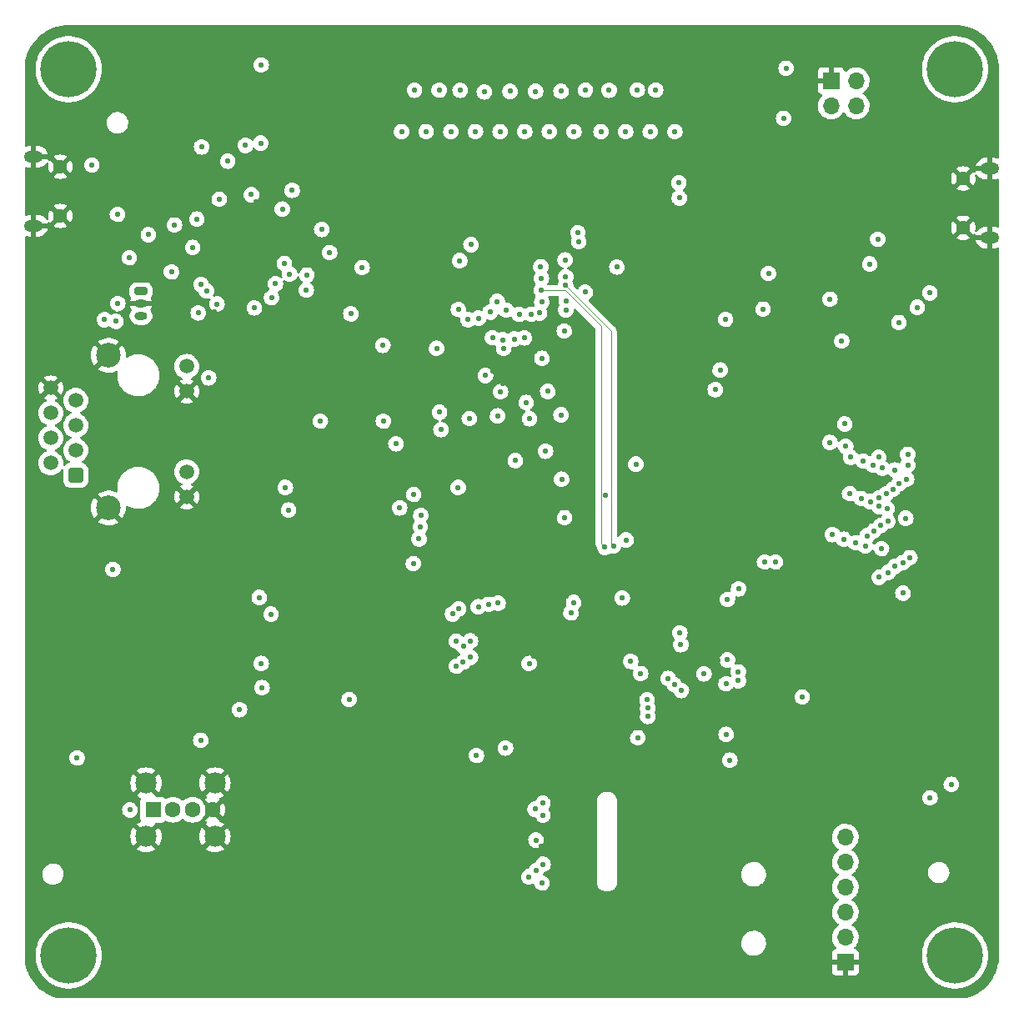
<source format=gbr>
%TF.GenerationSoftware,KiCad,Pcbnew,(6.0.8)*%
%TF.CreationDate,2023-03-24T20:25:01-04:00*%
%TF.ProjectId,lb_mp1,6c625f6d-7031-42e6-9b69-6361645f7063,rev?*%
%TF.SameCoordinates,Original*%
%TF.FileFunction,Copper,L2,Inr*%
%TF.FilePolarity,Positive*%
%FSLAX46Y46*%
G04 Gerber Fmt 4.6, Leading zero omitted, Abs format (unit mm)*
G04 Created by KiCad (PCBNEW (6.0.8)) date 2023-03-24 20:25:01*
%MOMM*%
%LPD*%
G01*
G04 APERTURE LIST*
G04 Aperture macros list*
%AMRoundRect*
0 Rectangle with rounded corners*
0 $1 Rounding radius*
0 $2 $3 $4 $5 $6 $7 $8 $9 X,Y pos of 4 corners*
0 Add a 4 corners polygon primitive as box body*
4,1,4,$2,$3,$4,$5,$6,$7,$8,$9,$2,$3,0*
0 Add four circle primitives for the rounded corners*
1,1,$1+$1,$2,$3*
1,1,$1+$1,$4,$5*
1,1,$1+$1,$6,$7*
1,1,$1+$1,$8,$9*
0 Add four rect primitives between the rounded corners*
20,1,$1+$1,$2,$3,$4,$5,0*
20,1,$1+$1,$4,$5,$6,$7,0*
20,1,$1+$1,$6,$7,$8,$9,0*
20,1,$1+$1,$8,$9,$2,$3,0*%
G04 Aperture macros list end*
%TA.AperFunction,ComponentPad*%
%ADD10RoundRect,0.200000X-0.450000X0.200000X-0.450000X-0.200000X0.450000X-0.200000X0.450000X0.200000X0*%
%TD*%
%TA.AperFunction,ComponentPad*%
%ADD11O,1.300000X0.800000*%
%TD*%
%TA.AperFunction,ComponentPad*%
%ADD12R,1.600000X1.600000*%
%TD*%
%TA.AperFunction,ComponentPad*%
%ADD13C,1.600000*%
%TD*%
%TA.AperFunction,ComponentPad*%
%ADD14C,2.150000*%
%TD*%
%TA.AperFunction,ComponentPad*%
%ADD15C,5.700000*%
%TD*%
%TA.AperFunction,ComponentPad*%
%ADD16O,1.700000X1.700000*%
%TD*%
%TA.AperFunction,ComponentPad*%
%ADD17R,1.700000X1.700000*%
%TD*%
%TA.AperFunction,ComponentPad*%
%ADD18C,1.450000*%
%TD*%
%TA.AperFunction,ComponentPad*%
%ADD19O,1.900000X1.200000*%
%TD*%
%TA.AperFunction,ComponentPad*%
%ADD20RoundRect,0.250500X0.499500X-0.499500X0.499500X0.499500X-0.499500X0.499500X-0.499500X-0.499500X0*%
%TD*%
%TA.AperFunction,ComponentPad*%
%ADD21C,1.500000*%
%TD*%
%TA.AperFunction,ComponentPad*%
%ADD22C,2.500000*%
%TD*%
%TA.AperFunction,ComponentPad*%
%ADD23C,0.609600*%
%TD*%
%TA.AperFunction,ViaPad*%
%ADD24C,0.560000*%
%TD*%
%TA.AperFunction,Conductor*%
%ADD25C,0.090000*%
%TD*%
G04 APERTURE END LIST*
D10*
%TO.N,+BATT*%
%TO.C,J3*%
X111790000Y-74210000D03*
D11*
%TO.N,GND*%
X111790000Y-75460000D03*
%TO.N,N/C*%
X111790000Y-76710000D03*
%TD*%
D12*
%TO.N,VCC*%
%TO.C,J8*%
X113030000Y-126860000D03*
D13*
%TO.N,/Connections/USB-D-*%
X115030000Y-126860000D03*
%TO.N,/Connections/USB-D+*%
X117030000Y-126860000D03*
%TO.N,GND*%
X119030000Y-126860000D03*
D14*
X119300000Y-124140000D03*
X119300000Y-129580000D03*
X112300000Y-124140000D03*
X112300000Y-129580000D03*
%TD*%
D15*
%TO.N,N/C*%
%TO.C,H1*%
X104440000Y-51660000D03*
%TD*%
%TO.N,N/C*%
%TO.C,H4*%
X194440000Y-141660000D03*
%TD*%
%TO.N,N/C*%
%TO.C,H3*%
X104440000Y-141660000D03*
%TD*%
D16*
%TO.N,unconnected-(J10-Pad6)*%
%TO.C,J10*%
X183300000Y-129650000D03*
%TO.N,Net-(D10-Pad1)*%
X183300000Y-132190000D03*
%TO.N,Net-(D11-Pad1)*%
X183300000Y-134730000D03*
%TO.N,unconnected-(J10-Pad3)*%
X183300000Y-137270000D03*
%TO.N,unconnected-(J10-Pad2)*%
X183300000Y-139810000D03*
D17*
%TO.N,GND*%
X183300000Y-142350000D03*
%TD*%
D18*
%TO.N,GND*%
%TO.C,J4*%
X103602500Y-66560000D03*
D19*
X100902500Y-67560000D03*
D18*
X103602500Y-61560000D03*
D19*
X100902500Y-60560000D03*
%TD*%
D20*
%TO.N,/Connections/EPHY-TXP*%
%TO.C,J7*%
X105167500Y-92900000D03*
D21*
%TO.N,/Connections/EPHY-TXN*%
X102627500Y-91640000D03*
%TO.N,/Connections/EPHY-RXP*%
X105167500Y-90360000D03*
%TO.N,Net-(C61-Pad1)*%
X102627500Y-89100000D03*
%TO.N,Net-(C70-Pad1)*%
X105167500Y-87820000D03*
%TO.N,/Connections/EPHY-RXN*%
X102627500Y-86560000D03*
%TO.N,unconnected-(J7-Pad7)*%
X105167500Y-85280000D03*
%TO.N,GND*%
X102627500Y-84020000D03*
X116427500Y-95085000D03*
%TO.N,Net-(J7-Pad10)*%
X116427500Y-92545000D03*
%TO.N,GND*%
X116427500Y-84375000D03*
%TO.N,Net-(J7-Pad12)*%
X116427500Y-81835000D03*
D22*
%TO.N,GND*%
X108477500Y-96205000D03*
X108477500Y-80715000D03*
%TD*%
D19*
%TO.N,GND*%
%TO.C,J5*%
X197977500Y-61760000D03*
D18*
X195277500Y-62760000D03*
D19*
X197977500Y-68760000D03*
D18*
X195277500Y-67760000D03*
%TD*%
D23*
%TO.N,GND*%
%TO.C,U2*%
X123140000Y-71590000D03*
X121940000Y-71590000D03*
X120740000Y-71590000D03*
X123140000Y-70390000D03*
X121940000Y-70390000D03*
X120740000Y-70390000D03*
X123140000Y-69190000D03*
X121940000Y-69190000D03*
X120740000Y-69190000D03*
%TD*%
D15*
%TO.N,N/C*%
%TO.C,H2*%
X194440000Y-51660000D03*
%TD*%
D17*
%TO.N,GND*%
%TO.C,J2*%
X181859000Y-52827000D03*
D16*
%TO.N,SWCLK*%
X184399000Y-52827000D03*
%TO.N,NRST*%
X181859000Y-55367000D03*
%TO.N,SWDIO*%
X184399000Y-55367000D03*
%TD*%
D23*
%TO.N,GND*%
%TO.C,U8*%
X150440000Y-97660000D03*
X149440000Y-97660000D03*
X148440000Y-97660000D03*
X150440000Y-96660000D03*
X149440000Y-96660000D03*
X148440000Y-96660000D03*
X150440000Y-95660000D03*
X149440000Y-95660000D03*
X148440000Y-95660000D03*
%TD*%
D24*
%TO.N,GND*%
X170400000Y-128100000D03*
X173800000Y-137300000D03*
%TO.N,Net-(D1-Pad1)*%
X108100000Y-77100000D03*
%TO.N,GND*%
X144450000Y-115390000D03*
X150400000Y-110600000D03*
X119300000Y-114200000D03*
X163600000Y-91400000D03*
X170936662Y-112959190D03*
X152400000Y-130600000D03*
X124640000Y-77060000D03*
X180400000Y-82400000D03*
X191800000Y-121100000D03*
X119300000Y-109300000D03*
X155500000Y-85900000D03*
X130900000Y-79700000D03*
X147170000Y-84460000D03*
X147800000Y-108600000D03*
X121300000Y-106900000D03*
X142903970Y-83833491D03*
X158400000Y-73800000D03*
X132100000Y-95500000D03*
X192400000Y-95800000D03*
X148510000Y-83540000D03*
X137200000Y-76200000D03*
X114300000Y-66700000D03*
X158200000Y-106900000D03*
X171700000Y-78400000D03*
X121300000Y-105100000D03*
X161700000Y-95400000D03*
X152100000Y-79000000D03*
X123046461Y-92066412D03*
X127900000Y-75100000D03*
X127300000Y-92700000D03*
X166500000Y-112400000D03*
X120140000Y-66030000D03*
X185700000Y-125500000D03*
X192600000Y-99800000D03*
X123470172Y-65163742D03*
X189200000Y-96000000D03*
X153500000Y-110700000D03*
X165000000Y-109000000D03*
X189400000Y-88000000D03*
X145900000Y-109000000D03*
X170370000Y-111720000D03*
X162040000Y-99360000D03*
X126480000Y-69650000D03*
X117620000Y-107320000D03*
X163900000Y-93900000D03*
X193200000Y-92300000D03*
X136300000Y-90300000D03*
X162300000Y-75600000D03*
X121500000Y-112100000D03*
X137427580Y-86718409D03*
X156900000Y-108800000D03*
X174400000Y-83500000D03*
X137200000Y-99500000D03*
X183000000Y-105500000D03*
X150200000Y-84300000D03*
X193000000Y-127800000D03*
X192400000Y-105300000D03*
X175768000Y-70358000D03*
X151668208Y-111267169D03*
X140853222Y-84684415D03*
X174880000Y-115200000D03*
X159800000Y-113000000D03*
X187900000Y-110000000D03*
X188000000Y-104100000D03*
X122730000Y-119460000D03*
X136860000Y-94700000D03*
X174990000Y-114050000D03*
X150800000Y-102700000D03*
X142300000Y-108300000D03*
X119400000Y-117200000D03*
X136500000Y-97900000D03*
X121500000Y-64300000D03*
X154540000Y-109360000D03*
X119260000Y-76260000D03*
X122400000Y-78700000D03*
X174620000Y-113060000D03*
X147500000Y-82300000D03*
X146670000Y-73640000D03*
%TO.N,+1V8*%
X136400000Y-87400000D03*
X138060000Y-96210000D03*
X137680000Y-89700000D03*
X142100000Y-86500000D03*
X144000000Y-94130000D03*
X130000000Y-87400000D03*
%TO.N,N_Oe*%
X126340000Y-71380000D03*
X123940000Y-59160000D03*
%TO.N,+VDC*%
X110600000Y-70800000D03*
X109400000Y-66400000D03*
X106800000Y-61400000D03*
%TO.N,Pwron*%
X117940000Y-59560000D03*
X125040000Y-74860000D03*
%TO.N,reset*%
X117460000Y-66880000D03*
X144040000Y-106460000D03*
%TO.N,Net-(D11-Pad1)*%
X170600000Y-82200000D03*
X176200000Y-101700000D03*
%TO.N,Net-(D1-Pad1)*%
X118440000Y-74160000D03*
%TO.N,Net-(D15-Pad1)*%
X145250000Y-111390000D03*
X145250000Y-109710000D03*
%TO.N,Net-(D21-Pad1)*%
X143810000Y-112290000D03*
X143800000Y-109740000D03*
%TO.N,PWM0*%
X154500000Y-93300000D03*
X191910000Y-125650000D03*
%TO.N,Net-(C6-Pad1)*%
X117040000Y-69750000D03*
X112540000Y-68460000D03*
%TO.N,+3.3V*%
X154770000Y-78240000D03*
X120600000Y-61000000D03*
X189155000Y-104860000D03*
X119520000Y-75500000D03*
X123000000Y-64400000D03*
X126140000Y-65860000D03*
X166450000Y-64730000D03*
X125000000Y-107000000D03*
X145300000Y-69480000D03*
X178930000Y-115410000D03*
X162040000Y-91760000D03*
X122400000Y-59400000D03*
X161040000Y-99460000D03*
X190610000Y-75840000D03*
X121800000Y-116700000D03*
X146770000Y-82770000D03*
X124080000Y-114460000D03*
X171340000Y-111640000D03*
X186690000Y-91070000D03*
X160650000Y-105360000D03*
X155720000Y-105810000D03*
X124000000Y-112000000D03*
X146040000Y-106240000D03*
X141800000Y-80000000D03*
X108940000Y-102460000D03*
X105300000Y-121600000D03*
X148300000Y-84400000D03*
X181742500Y-75010000D03*
X161500000Y-111800000D03*
X177038000Y-56642000D03*
X171340000Y-105510000D03*
X175500000Y-72400000D03*
X140150000Y-98130000D03*
X139440000Y-101860000D03*
X172460000Y-104420000D03*
X123800000Y-105300000D03*
X162520000Y-113030000D03*
X148050000Y-105880000D03*
X109440000Y-75460000D03*
X168950000Y-113060000D03*
X162230000Y-119550000D03*
X171580000Y-121820000D03*
X152500000Y-81010000D03*
X191890000Y-74380000D03*
%TO.N,Net-(J7-Pad10)*%
X126770000Y-96430000D03*
%TO.N,Net-(J7-Pad12)*%
X118660000Y-83000000D03*
X126450000Y-94130000D03*
%TO.N,Net-(D13-Pad1)*%
X144510000Y-110240000D03*
X144500000Y-111870000D03*
%TO.N,Net-(D10-Pad1)*%
X186590000Y-68930000D03*
X175100000Y-101700000D03*
X185780000Y-71440000D03*
X170100000Y-84200000D03*
%TO.N,Net-(R51-Pad2)*%
X166600000Y-110100000D03*
X172440000Y-113760000D03*
%TO.N,Net-(R60-Pad2)*%
X171190000Y-114060000D03*
X171200000Y-119200000D03*
%TO.N,Net-(RN1-Pad2)*%
X163230000Y-117380000D03*
X166660000Y-114750000D03*
%TO.N,Net-(RN1-Pad3)*%
X165942827Y-114147260D03*
X163230000Y-116540000D03*
%TO.N,Net-(RN1-Pad4)*%
X163170000Y-115710000D03*
X165310000Y-113530000D03*
%TO.N,Net-(U8-Pad5)*%
X166500000Y-108900000D03*
X172440000Y-112860000D03*
%TO.N,USART1_TX*%
X158900000Y-100210000D03*
X159320000Y-53790000D03*
X152430000Y-74120000D03*
%TO.N,USART1_RX*%
X161000000Y-58000000D03*
X154900000Y-73630000D03*
X159760000Y-100080000D03*
%TO.N,NMI*%
X125440000Y-73460000D03*
X152870000Y-90450000D03*
%TO.N,+1V2*%
X154440000Y-86760000D03*
X150900000Y-85500000D03*
X140020000Y-99360000D03*
X158970000Y-94960000D03*
X130950000Y-70280000D03*
X140200000Y-96960000D03*
X147990000Y-86860000D03*
X147100000Y-106000000D03*
X142245000Y-88255000D03*
X134245000Y-71795000D03*
X155440000Y-106870000D03*
X145130000Y-87130000D03*
%TO.N,VDD*%
X117600000Y-76400000D03*
X115190000Y-67480000D03*
X143420000Y-106980000D03*
%TO.N,+3V0*%
X151200000Y-112000000D03*
X130140000Y-67930000D03*
X133100000Y-76500000D03*
X139470000Y-94850000D03*
%TO.N,VCC*%
X117860000Y-119800000D03*
X117890000Y-73520000D03*
X119740000Y-64860000D03*
X114880000Y-72240000D03*
X110670000Y-126880000D03*
X136350000Y-79700000D03*
X128640000Y-72560000D03*
X124000000Y-51230000D03*
X194070000Y-124280000D03*
X109240000Y-77260000D03*
X177292000Y-51562000D03*
X183240000Y-87685000D03*
X132920000Y-115660000D03*
X123300000Y-75900000D03*
X127140000Y-63960000D03*
%TO.N,scl*%
X156153604Y-68249774D03*
X154800000Y-97200000D03*
X151240000Y-87160000D03*
X126890000Y-72470000D03*
%TO.N,sda*%
X128570000Y-74100000D03*
X153090000Y-84380000D03*
X149800000Y-91400000D03*
X156230000Y-69150000D03*
%TO.N,Net-(C60-Pad1)*%
X188740000Y-77385000D03*
%TO.N,Net-(R24-Pad2)*%
X171140000Y-77070000D03*
X174950000Y-76030000D03*
%TO.N,/STM32/PF6*%
X164050000Y-53780000D03*
X152380000Y-71710000D03*
%TO.N,NRST*%
X160110000Y-71740000D03*
X166400000Y-63200000D03*
%TO.N,/STM32/PF7*%
X166000000Y-58000000D03*
X154850000Y-71020000D03*
%TO.N,/STM32/PB0*%
X148870000Y-76120000D03*
X148250000Y-58000000D03*
%TO.N,/STM32/PB1*%
X149680000Y-79060000D03*
X149260000Y-53900000D03*
%TO.N,USART2_TX*%
X140750000Y-58000000D03*
X145000000Y-77090000D03*
%TO.N,USART2_RX*%
X142060000Y-53780000D03*
X146060000Y-76940000D03*
%TO.N,/STM32/PB2*%
X150200000Y-76550000D03*
X150750000Y-58000000D03*
%TO.N,/STM32/PB12*%
X154440000Y-53890000D03*
X152250000Y-76420000D03*
%TO.N,/STM32/PB13*%
X155750000Y-58000000D03*
X154930000Y-76090000D03*
%TO.N,/STM32/PB14*%
X156910000Y-53780000D03*
X152480000Y-75290000D03*
%TO.N,/STM32/PB15*%
X154960000Y-75160000D03*
X158500000Y-58000000D03*
%TO.N,I2C2_SCL*%
X150710000Y-78940000D03*
X151860000Y-53910000D03*
%TO.N,I2C2_SDA*%
X153250000Y-58000000D03*
X151390000Y-76550000D03*
%TO.N,PWM_CH1*%
X156890000Y-74300000D03*
X148607994Y-80008393D03*
%TO.N,/STM32/PA1*%
X144010000Y-76050000D03*
X139560000Y-53800000D03*
%TO.N,/STM32/PA4*%
X147480000Y-78920000D03*
X143250000Y-58000000D03*
%TO.N,/STM32/PA5*%
X147240000Y-76330000D03*
X144200000Y-53790000D03*
%TO.N,/STM32/PA6*%
X145750000Y-58000000D03*
X148510000Y-79140000D03*
%TO.N,/STM32/PA7*%
X146650000Y-53960000D03*
X147960000Y-75240000D03*
%TO.N,/STM32/PA11*%
X152440000Y-72890000D03*
X162180000Y-53770000D03*
%TO.N,/STM32/PA12*%
X154920000Y-72740000D03*
X163500000Y-58000000D03*
%TO.N,/STM32/PC13*%
X138250000Y-58000000D03*
X144160000Y-71100000D03*
%TO.N,Net-(D26-Pad1)*%
X182940000Y-79260000D03*
%TO.N,Net-(C102-Pad2)*%
X151800000Y-126800000D03*
%TO.N,Net-(C103-Pad1)*%
X152620000Y-132400000D03*
%TO.N,Net-(C103-Pad2)*%
X151910008Y-133056982D03*
%TO.N,Net-(C107-Pad1)*%
X151180000Y-133670000D03*
%TO.N,Net-(C107-Pad2)*%
X152500000Y-134300000D03*
%TO.N,Net-(C108-Pad1)*%
X152600000Y-126200000D03*
%TO.N,Net-(R66-Pad2)*%
X152600000Y-127400000D03*
%TO.N,Net-(C104-Pad1)*%
X145850000Y-121350000D03*
X151895000Y-129935000D03*
%TO.N,Net-(C106-Pad2)*%
X148800000Y-120600000D03*
%TO.N,Net-(U10-Pad30)*%
X181740000Y-89560000D03*
X189640000Y-91860000D03*
%TO.N,Net-(U10-Pad32)*%
X183340000Y-89960000D03*
X189640000Y-90760000D03*
%TO.N,Net-(U10-Pad23)*%
X183840000Y-91060000D03*
X186700102Y-95182843D03*
%TO.N,Net-(U10-Pad24)*%
X185140000Y-91460000D03*
X187440000Y-94760000D03*
%TO.N,Net-(U10-Pad25)*%
X188130000Y-94310000D03*
X186140000Y-91860000D03*
%TO.N,Net-(U10-Pad26)*%
X187040000Y-92160000D03*
X188740000Y-93760000D03*
%TO.N,Net-(U10-Pad27)*%
X189532936Y-93285262D03*
X188340000Y-92360000D03*
%TO.N,Net-(U10-Pad15)*%
X185520000Y-99040000D03*
X183740000Y-94760000D03*
%TO.N,Net-(U10-Pad16)*%
X186190000Y-98550000D03*
X184940000Y-95260000D03*
%TO.N,Net-(U10-Pad17)*%
X185840000Y-95560000D03*
X186910000Y-97980000D03*
%TO.N,Net-(U10-Pad18)*%
X186740000Y-96060000D03*
X187620000Y-97560000D03*
%TO.N,Net-(U10-Pad19)*%
X189440000Y-97260000D03*
X187546393Y-96284697D03*
%TO.N,Net-(U10-Pad7)*%
X181990000Y-98920000D03*
X186740000Y-103260000D03*
%TO.N,Net-(U10-Pad8)*%
X183150000Y-99390000D03*
X187640000Y-102760000D03*
%TO.N,Net-(U10-Pad9)*%
X184340000Y-99760000D03*
X188340000Y-102160000D03*
%TO.N,Net-(U10-Pad10)*%
X189140000Y-101760000D03*
X185340000Y-100060000D03*
%TO.N,Net-(U10-Pad11)*%
X186980000Y-100350000D03*
X189860631Y-101263626D03*
%TD*%
D25*
%TO.N,USART1_TX*%
X158500000Y-99820000D02*
X158740000Y-100060000D01*
X158500000Y-77770000D02*
X158500000Y-99820000D01*
X152430000Y-74120000D02*
X154850000Y-74120000D01*
X154850000Y-74120000D02*
X158500000Y-77770000D01*
%TO.N,USART1_RX*%
X159540000Y-78270000D02*
X154900000Y-73630000D01*
X159540000Y-100060000D02*
X159540000Y-78270000D01*
%TD*%
%TA.AperFunction,Conductor*%
%TO.N,GND*%
G36*
X194410018Y-47170000D02*
G01*
X194424851Y-47172310D01*
X194424855Y-47172310D01*
X194433724Y-47173691D01*
X194454183Y-47171016D01*
X194476007Y-47170072D01*
X194825965Y-47185352D01*
X194836913Y-47186310D01*
X195214498Y-47236019D01*
X195225307Y-47237926D01*
X195597114Y-47320353D01*
X195607731Y-47323198D01*
X195970939Y-47437718D01*
X195981254Y-47441471D01*
X196333123Y-47587220D01*
X196343067Y-47591858D01*
X196680867Y-47767705D01*
X196690387Y-47773201D01*
X197011574Y-47977820D01*
X197020578Y-47984124D01*
X197322716Y-48215962D01*
X197331137Y-48223028D01*
X197611914Y-48480314D01*
X197619686Y-48488086D01*
X197876972Y-48768863D01*
X197884038Y-48777284D01*
X198115876Y-49079422D01*
X198122180Y-49088426D01*
X198326799Y-49409613D01*
X198332294Y-49419132D01*
X198438877Y-49623874D01*
X198508138Y-49756924D01*
X198512780Y-49766877D01*
X198580647Y-49930723D01*
X198658526Y-50118739D01*
X198662282Y-50129061D01*
X198718257Y-50306587D01*
X198776802Y-50492268D01*
X198779647Y-50502885D01*
X198857176Y-50852595D01*
X198862073Y-50874685D01*
X198863981Y-50885502D01*
X198913690Y-51263086D01*
X198914648Y-51274035D01*
X198928189Y-51584156D01*
X198929603Y-51616552D01*
X198928223Y-51641429D01*
X198926309Y-51653724D01*
X198927473Y-51662626D01*
X198927473Y-51662628D01*
X198930436Y-51685283D01*
X198931500Y-51701621D01*
X198931500Y-60622187D01*
X198911498Y-60690308D01*
X198857842Y-60736801D01*
X198787568Y-60746905D01*
X198758402Y-60739053D01*
X198649189Y-60695039D01*
X198637730Y-60691645D01*
X198440572Y-60653143D01*
X198431709Y-60652066D01*
X198429000Y-60652000D01*
X198249615Y-60652000D01*
X198234376Y-60656475D01*
X198233171Y-60657865D01*
X198231500Y-60665548D01*
X198231500Y-62849885D01*
X198235975Y-62865124D01*
X198237365Y-62866329D01*
X198245048Y-62868000D01*
X198377332Y-62868000D01*
X198383308Y-62867715D01*
X198531994Y-62853529D01*
X198543728Y-62851270D01*
X198735099Y-62795128D01*
X198746176Y-62790698D01*
X198747810Y-62789856D01*
X198748715Y-62789682D01*
X198751745Y-62788470D01*
X198751979Y-62789054D01*
X198817529Y-62776449D01*
X198883429Y-62802863D01*
X198924587Y-62860712D01*
X198931500Y-62901873D01*
X198931500Y-67622187D01*
X198911498Y-67690308D01*
X198857842Y-67736801D01*
X198787568Y-67746905D01*
X198758402Y-67739053D01*
X198649189Y-67695039D01*
X198637730Y-67691645D01*
X198440572Y-67653143D01*
X198431709Y-67652066D01*
X198429000Y-67652000D01*
X198249615Y-67652000D01*
X198234376Y-67656475D01*
X198233171Y-67657865D01*
X198231500Y-67665548D01*
X198231500Y-69849885D01*
X198235975Y-69865124D01*
X198237365Y-69866329D01*
X198245048Y-69868000D01*
X198377332Y-69868000D01*
X198383308Y-69867715D01*
X198531994Y-69853529D01*
X198543728Y-69851270D01*
X198735099Y-69795128D01*
X198746176Y-69790698D01*
X198747810Y-69789856D01*
X198748715Y-69789682D01*
X198751745Y-69788470D01*
X198751979Y-69789054D01*
X198817529Y-69776449D01*
X198883429Y-69802863D01*
X198924587Y-69860712D01*
X198931500Y-69901873D01*
X198931500Y-141610633D01*
X198930000Y-141630018D01*
X198927690Y-141644851D01*
X198927690Y-141644855D01*
X198926309Y-141653724D01*
X198928984Y-141674183D01*
X198929928Y-141696011D01*
X198914648Y-142045964D01*
X198913690Y-142056913D01*
X198867843Y-142405164D01*
X198863982Y-142434490D01*
X198862074Y-142445307D01*
X198779647Y-142817114D01*
X198776802Y-142827732D01*
X198662285Y-143190932D01*
X198658529Y-143201254D01*
X198553984Y-143453649D01*
X198512784Y-143553114D01*
X198508142Y-143563067D01*
X198345953Y-143874631D01*
X198332295Y-143900867D01*
X198326800Y-143910385D01*
X198279019Y-143985387D01*
X198122180Y-144231574D01*
X198115876Y-144240578D01*
X197884038Y-144542716D01*
X197876972Y-144551137D01*
X197619686Y-144831914D01*
X197611914Y-144839686D01*
X197331137Y-145096972D01*
X197322716Y-145104038D01*
X197020578Y-145335876D01*
X197011574Y-145342180D01*
X196690387Y-145546799D01*
X196680868Y-145552294D01*
X196343067Y-145728142D01*
X196333123Y-145732780D01*
X195981254Y-145878529D01*
X195970939Y-145882282D01*
X195616086Y-145994168D01*
X195578197Y-146000000D01*
X103301803Y-146000000D01*
X103263914Y-145994168D01*
X102909061Y-145882282D01*
X102898746Y-145878529D01*
X102546877Y-145732780D01*
X102536933Y-145728142D01*
X102199132Y-145552294D01*
X102189613Y-145546799D01*
X101868426Y-145342180D01*
X101859422Y-145335876D01*
X101557284Y-145104038D01*
X101548863Y-145096972D01*
X101268086Y-144839686D01*
X101260314Y-144831914D01*
X101003028Y-144551137D01*
X100995962Y-144542716D01*
X100764124Y-144240578D01*
X100757820Y-144231574D01*
X100600981Y-143985387D01*
X100553200Y-143910385D01*
X100547705Y-143900867D01*
X100534047Y-143874631D01*
X100371858Y-143563067D01*
X100367216Y-143553114D01*
X100326017Y-143453649D01*
X100221471Y-143201254D01*
X100217715Y-143190932D01*
X100103198Y-142827732D01*
X100100353Y-142817114D01*
X100017926Y-142445307D01*
X100016018Y-142434490D01*
X100012158Y-142405164D01*
X100001078Y-142321005D01*
X100000000Y-142304559D01*
X100000000Y-141648259D01*
X101076587Y-141648259D01*
X101094992Y-142011574D01*
X101095529Y-142014929D01*
X101095530Y-142014935D01*
X101135211Y-142262670D01*
X101152527Y-142370777D01*
X101248519Y-142721664D01*
X101381845Y-143060133D01*
X101383428Y-143063148D01*
X101549362Y-143379206D01*
X101549367Y-143379214D01*
X101550946Y-143382222D01*
X101552840Y-143385040D01*
X101552845Y-143385049D01*
X101675975Y-143568285D01*
X101753843Y-143684165D01*
X101988163Y-143962428D01*
X102014899Y-143987977D01*
X102248702Y-144211405D01*
X102248709Y-144211411D01*
X102251165Y-144213758D01*
X102539771Y-144435214D01*
X102542689Y-144436988D01*
X102847692Y-144622433D01*
X102847697Y-144622436D01*
X102850607Y-144624205D01*
X102853695Y-144625651D01*
X102853694Y-144625651D01*
X103176952Y-144777077D01*
X103176962Y-144777081D01*
X103180036Y-144778521D01*
X103183254Y-144779623D01*
X103183257Y-144779624D01*
X103520981Y-144895253D01*
X103520989Y-144895255D01*
X103524204Y-144896356D01*
X103879084Y-144976332D01*
X103932123Y-144982375D01*
X104237144Y-145017128D01*
X104237152Y-145017128D01*
X104240527Y-145017513D01*
X104243931Y-145017531D01*
X104243934Y-145017531D01*
X104442058Y-145018568D01*
X104604303Y-145019418D01*
X104607689Y-145019068D01*
X104607691Y-145019068D01*
X104962765Y-144982375D01*
X104962774Y-144982374D01*
X104966157Y-144982024D01*
X104969490Y-144981310D01*
X104969493Y-144981309D01*
X105079895Y-144957641D01*
X105321856Y-144905768D01*
X105667239Y-144791544D01*
X105670323Y-144790138D01*
X105670332Y-144790135D01*
X105995171Y-144642096D01*
X105998265Y-144640686D01*
X106042276Y-144614554D01*
X106308128Y-144456704D01*
X106308132Y-144456701D01*
X106311063Y-144454961D01*
X106601973Y-144236539D01*
X106867592Y-143987977D01*
X107104813Y-143712182D01*
X107214138Y-143553114D01*
X107308931Y-143415190D01*
X107308936Y-143415182D01*
X107310861Y-143412381D01*
X107312473Y-143409387D01*
X107312478Y-143409379D01*
X107401165Y-143244669D01*
X181942001Y-143244669D01*
X181942371Y-143251490D01*
X181947895Y-143302352D01*
X181951521Y-143317604D01*
X181996676Y-143438054D01*
X182005214Y-143453649D01*
X182081715Y-143555724D01*
X182094276Y-143568285D01*
X182196351Y-143644786D01*
X182211946Y-143653324D01*
X182332394Y-143698478D01*
X182347649Y-143702105D01*
X182398514Y-143707631D01*
X182405328Y-143708000D01*
X183027885Y-143708000D01*
X183043124Y-143703525D01*
X183044329Y-143702135D01*
X183046000Y-143694452D01*
X183046000Y-143689884D01*
X183554000Y-143689884D01*
X183558475Y-143705123D01*
X183559865Y-143706328D01*
X183567548Y-143707999D01*
X184194669Y-143707999D01*
X184201490Y-143707629D01*
X184252352Y-143702105D01*
X184267604Y-143698479D01*
X184388054Y-143653324D01*
X184403649Y-143644786D01*
X184505724Y-143568285D01*
X184518285Y-143555724D01*
X184594786Y-143453649D01*
X184603324Y-143438054D01*
X184648478Y-143317606D01*
X184652105Y-143302351D01*
X184657631Y-143251486D01*
X184658000Y-143244672D01*
X184658000Y-142622115D01*
X184653525Y-142606876D01*
X184652135Y-142605671D01*
X184644452Y-142604000D01*
X183572115Y-142604000D01*
X183556876Y-142608475D01*
X183555671Y-142609865D01*
X183554000Y-142617548D01*
X183554000Y-143689884D01*
X183046000Y-143689884D01*
X183046000Y-142622115D01*
X183041525Y-142606876D01*
X183040135Y-142605671D01*
X183032452Y-142604000D01*
X181960116Y-142604000D01*
X181944877Y-142608475D01*
X181943672Y-142609865D01*
X181942001Y-142617548D01*
X181942001Y-143244669D01*
X107401165Y-143244669D01*
X107481703Y-143095092D01*
X107483325Y-143092080D01*
X107620188Y-142755027D01*
X107719850Y-142405164D01*
X107726303Y-142367411D01*
X107780571Y-142049930D01*
X107780571Y-142049928D01*
X107781143Y-142046583D01*
X107783285Y-142011574D01*
X107802585Y-141696011D01*
X107803351Y-141683481D01*
X107803433Y-141660000D01*
X107783760Y-141296751D01*
X107724972Y-140937752D01*
X107627756Y-140587202D01*
X107623331Y-140576081D01*
X107575023Y-140454690D01*
X172737037Y-140454690D01*
X172764025Y-140677715D01*
X172830082Y-140892435D01*
X172832652Y-140897415D01*
X172832654Y-140897419D01*
X172914098Y-141055214D01*
X172933118Y-141092064D01*
X173069877Y-141270292D01*
X173236036Y-141421485D01*
X173240783Y-141424463D01*
X173240786Y-141424465D01*
X173369229Y-141505036D01*
X173426344Y-141540864D01*
X173634783Y-141624656D01*
X173854767Y-141670213D01*
X173859378Y-141670479D01*
X173859379Y-141670479D01*
X173909952Y-141673395D01*
X173909956Y-141673395D01*
X173911775Y-141673500D01*
X174056999Y-141673500D01*
X174059786Y-141673251D01*
X174059792Y-141673251D01*
X174129929Y-141666991D01*
X174223762Y-141658617D01*
X174229176Y-141657136D01*
X174229181Y-141657135D01*
X174356912Y-141622191D01*
X174440451Y-141599337D01*
X174445509Y-141596925D01*
X174445513Y-141596923D01*
X174563042Y-141540864D01*
X174643218Y-141502622D01*
X174825654Y-141371529D01*
X174920107Y-141274061D01*
X174978089Y-141214229D01*
X174978091Y-141214226D01*
X174981992Y-141210201D01*
X175107290Y-141023738D01*
X175197588Y-140818033D01*
X175250032Y-140599589D01*
X175262963Y-140375310D01*
X175235975Y-140152285D01*
X175169918Y-139937565D01*
X175164829Y-139927704D01*
X175086887Y-139776695D01*
X181937251Y-139776695D01*
X181937548Y-139781848D01*
X181937548Y-139781851D01*
X181946836Y-139942927D01*
X181950110Y-139999715D01*
X181951247Y-140004761D01*
X181951248Y-140004767D01*
X181971119Y-140092939D01*
X181999222Y-140217639D01*
X182083266Y-140424616D01*
X182101695Y-140454690D01*
X182176084Y-140576081D01*
X182199987Y-140615088D01*
X182346250Y-140783938D01*
X182350225Y-140787238D01*
X182350231Y-140787244D01*
X182355425Y-140791556D01*
X182395059Y-140850460D01*
X182396555Y-140921441D01*
X182359439Y-140981962D01*
X182319168Y-141006480D01*
X182211946Y-141046676D01*
X182196351Y-141055214D01*
X182094276Y-141131715D01*
X182081715Y-141144276D01*
X182005214Y-141246351D01*
X181996676Y-141261946D01*
X181951522Y-141382394D01*
X181947895Y-141397649D01*
X181942369Y-141448514D01*
X181942000Y-141455328D01*
X181942000Y-142077885D01*
X181946475Y-142093124D01*
X181947865Y-142094329D01*
X181955548Y-142096000D01*
X184639884Y-142096000D01*
X184655123Y-142091525D01*
X184656328Y-142090135D01*
X184657999Y-142082452D01*
X184657999Y-141648259D01*
X191076587Y-141648259D01*
X191094992Y-142011574D01*
X191095529Y-142014929D01*
X191095530Y-142014935D01*
X191135211Y-142262670D01*
X191152527Y-142370777D01*
X191248519Y-142721664D01*
X191381845Y-143060133D01*
X191383428Y-143063148D01*
X191549362Y-143379206D01*
X191549367Y-143379214D01*
X191550946Y-143382222D01*
X191552840Y-143385040D01*
X191552845Y-143385049D01*
X191675975Y-143568285D01*
X191753843Y-143684165D01*
X191988163Y-143962428D01*
X192014899Y-143987977D01*
X192248702Y-144211405D01*
X192248709Y-144211411D01*
X192251165Y-144213758D01*
X192539771Y-144435214D01*
X192542689Y-144436988D01*
X192847692Y-144622433D01*
X192847697Y-144622436D01*
X192850607Y-144624205D01*
X192853695Y-144625651D01*
X192853694Y-144625651D01*
X193176952Y-144777077D01*
X193176962Y-144777081D01*
X193180036Y-144778521D01*
X193183254Y-144779623D01*
X193183257Y-144779624D01*
X193520981Y-144895253D01*
X193520989Y-144895255D01*
X193524204Y-144896356D01*
X193879084Y-144976332D01*
X193932123Y-144982375D01*
X194237144Y-145017128D01*
X194237152Y-145017128D01*
X194240527Y-145017513D01*
X194243931Y-145017531D01*
X194243934Y-145017531D01*
X194442058Y-145018568D01*
X194604303Y-145019418D01*
X194607689Y-145019068D01*
X194607691Y-145019068D01*
X194962765Y-144982375D01*
X194962774Y-144982374D01*
X194966157Y-144982024D01*
X194969490Y-144981310D01*
X194969493Y-144981309D01*
X195079895Y-144957641D01*
X195321856Y-144905768D01*
X195667239Y-144791544D01*
X195670323Y-144790138D01*
X195670332Y-144790135D01*
X195995171Y-144642096D01*
X195998265Y-144640686D01*
X196042276Y-144614554D01*
X196308128Y-144456704D01*
X196308132Y-144456701D01*
X196311063Y-144454961D01*
X196601973Y-144236539D01*
X196867592Y-143987977D01*
X197104813Y-143712182D01*
X197214138Y-143553114D01*
X197308931Y-143415190D01*
X197308936Y-143415182D01*
X197310861Y-143412381D01*
X197312473Y-143409387D01*
X197312478Y-143409379D01*
X197481703Y-143095092D01*
X197483325Y-143092080D01*
X197620188Y-142755027D01*
X197719850Y-142405164D01*
X197726303Y-142367411D01*
X197780571Y-142049930D01*
X197780571Y-142049928D01*
X197781143Y-142046583D01*
X197783285Y-142011574D01*
X197802585Y-141696011D01*
X197803351Y-141683481D01*
X197803433Y-141660000D01*
X197783760Y-141296751D01*
X197724972Y-140937752D01*
X197627756Y-140587202D01*
X197623331Y-140576081D01*
X197494508Y-140252365D01*
X197493249Y-140249201D01*
X197413229Y-140098069D01*
X197324624Y-139930723D01*
X197324620Y-139930716D01*
X197323025Y-139927704D01*
X197321118Y-139924888D01*
X197321113Y-139924879D01*
X197120985Y-139629292D01*
X197119075Y-139626471D01*
X196883785Y-139349027D01*
X196619908Y-139098617D01*
X196330530Y-138878170D01*
X196327618Y-138876413D01*
X196327613Y-138876410D01*
X196021951Y-138692023D01*
X196021945Y-138692020D01*
X196019036Y-138690265D01*
X195693539Y-138539174D01*
X195692167Y-138538537D01*
X195692165Y-138538536D01*
X195689071Y-138537100D01*
X195344494Y-138420467D01*
X195335234Y-138418414D01*
X195191873Y-138386632D01*
X194989336Y-138341731D01*
X194860217Y-138327476D01*
X194631133Y-138302184D01*
X194631128Y-138302184D01*
X194627752Y-138301811D01*
X194624353Y-138301805D01*
X194624352Y-138301805D01*
X194452762Y-138301506D01*
X194263972Y-138301176D01*
X194142375Y-138314171D01*
X193905634Y-138339471D01*
X193905628Y-138339472D01*
X193902250Y-138339833D01*
X193546820Y-138417330D01*
X193201838Y-138532759D01*
X192871340Y-138684771D01*
X192559192Y-138871588D01*
X192269046Y-139091023D01*
X192004296Y-139340511D01*
X192002084Y-139343101D01*
X192002083Y-139343102D01*
X191974225Y-139375720D01*
X191768040Y-139617132D01*
X191563040Y-139917651D01*
X191561439Y-139920650D01*
X191398955Y-140224954D01*
X191391694Y-140238552D01*
X191390419Y-140241724D01*
X191390417Y-140241728D01*
X191304808Y-140454690D01*
X191256009Y-140576081D01*
X191255090Y-140579349D01*
X191255088Y-140579356D01*
X191168592Y-140887073D01*
X191157569Y-140926290D01*
X191157007Y-140929647D01*
X191157007Y-140929648D01*
X191110838Y-141205547D01*
X191097528Y-141285082D01*
X191076587Y-141648259D01*
X184657999Y-141648259D01*
X184657999Y-141455331D01*
X184657629Y-141448510D01*
X184652105Y-141397648D01*
X184648479Y-141382396D01*
X184603324Y-141261946D01*
X184594786Y-141246351D01*
X184518285Y-141144276D01*
X184505724Y-141131715D01*
X184403649Y-141055214D01*
X184388054Y-141046676D01*
X184277813Y-141005348D01*
X184221049Y-140962706D01*
X184196349Y-140896145D01*
X184211557Y-140826796D01*
X184233104Y-140798115D01*
X184334430Y-140697144D01*
X184334440Y-140697132D01*
X184338096Y-140693489D01*
X184397594Y-140610689D01*
X184465435Y-140516277D01*
X184468453Y-140512077D01*
X184494059Y-140460268D01*
X184565136Y-140316453D01*
X184565137Y-140316451D01*
X184567430Y-140311811D01*
X184632370Y-140098069D01*
X184661529Y-139876590D01*
X184663156Y-139810000D01*
X184644852Y-139587361D01*
X184590431Y-139370702D01*
X184501354Y-139165840D01*
X184380014Y-138978277D01*
X184229670Y-138813051D01*
X184225619Y-138809852D01*
X184225615Y-138809848D01*
X184058414Y-138677800D01*
X184058410Y-138677798D01*
X184054359Y-138674598D01*
X184013053Y-138651796D01*
X183963084Y-138601364D01*
X183948312Y-138531921D01*
X183973428Y-138465516D01*
X184000780Y-138438909D01*
X184044603Y-138407650D01*
X184179860Y-138311173D01*
X184188881Y-138302184D01*
X184334435Y-138157137D01*
X184338096Y-138153489D01*
X184397594Y-138070689D01*
X184465435Y-137976277D01*
X184468453Y-137972077D01*
X184567430Y-137771811D01*
X184632370Y-137558069D01*
X184661529Y-137336590D01*
X184663156Y-137270000D01*
X184644852Y-137047361D01*
X184590431Y-136830702D01*
X184501354Y-136625840D01*
X184380014Y-136438277D01*
X184229670Y-136273051D01*
X184225619Y-136269852D01*
X184225615Y-136269848D01*
X184058414Y-136137800D01*
X184058410Y-136137798D01*
X184054359Y-136134598D01*
X184013053Y-136111796D01*
X183963084Y-136061364D01*
X183948312Y-135991921D01*
X183973428Y-135925516D01*
X184000780Y-135898909D01*
X184044603Y-135867650D01*
X184179860Y-135771173D01*
X184338096Y-135613489D01*
X184397594Y-135530689D01*
X184465435Y-135436277D01*
X184468453Y-135432077D01*
X184567430Y-135231811D01*
X184604895Y-135108500D01*
X184630865Y-135023023D01*
X184630865Y-135023021D01*
X184632370Y-135018069D01*
X184661529Y-134796590D01*
X184661980Y-134778120D01*
X184663074Y-134733365D01*
X184663074Y-134733361D01*
X184663156Y-134730000D01*
X184644852Y-134507361D01*
X184590431Y-134290702D01*
X184501354Y-134085840D01*
X184422404Y-133963802D01*
X184382822Y-133902617D01*
X184382820Y-133902614D01*
X184380014Y-133898277D01*
X184229670Y-133733051D01*
X184225619Y-133729852D01*
X184225615Y-133729848D01*
X184058414Y-133597800D01*
X184058410Y-133597798D01*
X184054359Y-133594598D01*
X184013053Y-133571796D01*
X183963084Y-133521364D01*
X183948312Y-133451921D01*
X183973428Y-133385516D01*
X184000780Y-133358909D01*
X184067573Y-133311266D01*
X184179860Y-133231173D01*
X184218390Y-133192778D01*
X184224408Y-133186781D01*
X191701868Y-133186781D01*
X191711436Y-133393502D01*
X191712840Y-133399327D01*
X191712840Y-133399328D01*
X191743724Y-133527476D01*
X191759921Y-133594685D01*
X191762403Y-133600143D01*
X191762404Y-133600147D01*
X191812640Y-133710635D01*
X191845574Y-133783069D01*
X191965305Y-133951858D01*
X191969628Y-133955996D01*
X191969632Y-133956001D01*
X192100722Y-134081492D01*
X192114792Y-134094961D01*
X192119827Y-134098212D01*
X192283606Y-134203963D01*
X192283609Y-134203964D01*
X192288643Y-134207215D01*
X192480584Y-134284570D01*
X192486465Y-134285718D01*
X192486470Y-134285720D01*
X192679244Y-134323366D01*
X192679247Y-134323366D01*
X192683690Y-134324234D01*
X192689129Y-134324500D01*
X192841704Y-134324500D01*
X192996007Y-134309778D01*
X193042761Y-134296062D01*
X193188827Y-134253211D01*
X193188829Y-134253210D01*
X193194580Y-134251523D01*
X193199914Y-134248776D01*
X193373225Y-134159516D01*
X193373228Y-134159514D01*
X193378556Y-134156770D01*
X193541294Y-134028937D01*
X193545806Y-134023738D01*
X193655419Y-133897419D01*
X193676924Y-133872637D01*
X193780552Y-133693510D01*
X193848438Y-133498019D01*
X193852371Y-133470897D01*
X193877271Y-133299159D01*
X193877271Y-133299156D01*
X193878132Y-133293219D01*
X193868564Y-133086498D01*
X193834822Y-132946490D01*
X193821485Y-132891148D01*
X193821484Y-132891146D01*
X193820079Y-132885315D01*
X193783388Y-132804616D01*
X193736906Y-132702386D01*
X193734426Y-132696931D01*
X193614695Y-132528142D01*
X193610372Y-132524004D01*
X193610368Y-132523999D01*
X193469538Y-132389184D01*
X193465208Y-132385039D01*
X193380974Y-132330650D01*
X193296394Y-132276037D01*
X193296391Y-132276036D01*
X193291357Y-132272785D01*
X193099416Y-132195430D01*
X193093535Y-132194282D01*
X193093530Y-132194280D01*
X192900756Y-132156634D01*
X192900753Y-132156634D01*
X192896310Y-132155766D01*
X192890871Y-132155500D01*
X192738296Y-132155500D01*
X192583993Y-132170222D01*
X192578239Y-132171910D01*
X192391173Y-132226789D01*
X192391171Y-132226790D01*
X192385420Y-132228477D01*
X192380087Y-132231223D01*
X192380086Y-132231224D01*
X192206775Y-132320484D01*
X192206772Y-132320486D01*
X192201444Y-132323230D01*
X192038706Y-132451063D01*
X192034775Y-132455593D01*
X192034774Y-132455594D01*
X192010793Y-132483230D01*
X191903076Y-132607363D01*
X191799448Y-132786490D01*
X191731562Y-132981981D01*
X191730702Y-132987914D01*
X191730701Y-132987917D01*
X191703661Y-133174412D01*
X191701868Y-133186781D01*
X184224408Y-133186781D01*
X184334435Y-133077137D01*
X184338096Y-133073489D01*
X184367882Y-133032038D01*
X184465435Y-132896277D01*
X184468453Y-132892077D01*
X184473634Y-132881595D01*
X184565136Y-132696453D01*
X184565137Y-132696451D01*
X184567430Y-132691811D01*
X184608711Y-132555939D01*
X184630865Y-132483023D01*
X184630865Y-132483021D01*
X184632370Y-132478069D01*
X184661529Y-132256590D01*
X184661611Y-132253240D01*
X184663074Y-132193365D01*
X184663074Y-132193361D01*
X184663156Y-132190000D01*
X184644852Y-131967361D01*
X184590431Y-131750702D01*
X184501354Y-131545840D01*
X184380014Y-131358277D01*
X184229670Y-131193051D01*
X184225619Y-131189852D01*
X184225615Y-131189848D01*
X184058414Y-131057800D01*
X184058410Y-131057798D01*
X184054359Y-131054598D01*
X184013053Y-131031796D01*
X183963084Y-130981364D01*
X183948312Y-130911921D01*
X183973428Y-130845516D01*
X184000780Y-130818909D01*
X184044603Y-130787650D01*
X184179860Y-130691173D01*
X184213534Y-130657617D01*
X184300809Y-130570646D01*
X184338096Y-130533489D01*
X184365308Y-130495620D01*
X184465435Y-130356277D01*
X184468453Y-130352077D01*
X184567430Y-130151811D01*
X184632370Y-129938069D01*
X184661529Y-129716590D01*
X184663156Y-129650000D01*
X184644852Y-129427361D01*
X184590431Y-129210702D01*
X184501354Y-129005840D01*
X184380014Y-128818277D01*
X184229670Y-128653051D01*
X184225619Y-128649852D01*
X184225615Y-128649848D01*
X184058414Y-128517800D01*
X184058410Y-128517798D01*
X184054359Y-128514598D01*
X183858789Y-128406638D01*
X183853920Y-128404914D01*
X183853916Y-128404912D01*
X183653087Y-128333795D01*
X183653083Y-128333794D01*
X183648212Y-128332069D01*
X183643119Y-128331162D01*
X183643116Y-128331161D01*
X183433373Y-128293800D01*
X183433367Y-128293799D01*
X183428284Y-128292894D01*
X183354452Y-128291992D01*
X183210081Y-128290228D01*
X183210079Y-128290228D01*
X183204911Y-128290165D01*
X182984091Y-128323955D01*
X182771756Y-128393357D01*
X182573607Y-128496507D01*
X182569474Y-128499610D01*
X182569471Y-128499612D01*
X182545247Y-128517800D01*
X182394965Y-128630635D01*
X182240629Y-128792138D01*
X182114743Y-128976680D01*
X182099003Y-129010590D01*
X182028500Y-129162476D01*
X182020688Y-129179305D01*
X181960989Y-129394570D01*
X181937251Y-129616695D01*
X181937548Y-129621848D01*
X181937548Y-129621851D01*
X181943011Y-129716590D01*
X181950110Y-129839715D01*
X181951247Y-129844761D01*
X181951248Y-129844767D01*
X181967511Y-129916927D01*
X181999222Y-130057639D01*
X182083266Y-130264616D01*
X182085965Y-130269020D01*
X182193833Y-130445045D01*
X182199987Y-130455088D01*
X182346250Y-130623938D01*
X182518126Y-130766632D01*
X182588595Y-130807811D01*
X182591445Y-130809476D01*
X182640169Y-130861114D01*
X182653240Y-130930897D01*
X182626509Y-130996669D01*
X182586055Y-131030027D01*
X182573607Y-131036507D01*
X182569474Y-131039610D01*
X182569471Y-131039612D01*
X182399131Y-131167507D01*
X182394965Y-131170635D01*
X182240629Y-131332138D01*
X182114743Y-131516680D01*
X182099003Y-131550590D01*
X182034015Y-131690595D01*
X182020688Y-131719305D01*
X181960989Y-131934570D01*
X181937251Y-132156695D01*
X181937548Y-132161848D01*
X181937548Y-132161851D01*
X181944476Y-132282003D01*
X181950110Y-132379715D01*
X181951247Y-132384761D01*
X181951248Y-132384767D01*
X181961826Y-132431704D01*
X181999222Y-132597639D01*
X182035971Y-132688142D01*
X182068631Y-132768573D01*
X182083266Y-132804616D01*
X182085965Y-132809020D01*
X182195593Y-132987917D01*
X182199987Y-132995088D01*
X182346250Y-133163938D01*
X182518126Y-133306632D01*
X182576668Y-133340841D01*
X182591445Y-133349476D01*
X182640169Y-133401114D01*
X182653240Y-133470897D01*
X182626509Y-133536669D01*
X182586055Y-133570027D01*
X182573607Y-133576507D01*
X182569474Y-133579610D01*
X182569471Y-133579612D01*
X182399100Y-133707530D01*
X182394965Y-133710635D01*
X182391393Y-133714373D01*
X182245117Y-133867442D01*
X182240629Y-133872138D01*
X182237715Y-133876410D01*
X182237714Y-133876411D01*
X182182641Y-133957145D01*
X182114743Y-134056680D01*
X182089130Y-134111858D01*
X182023517Y-134253211D01*
X182020688Y-134259305D01*
X181960989Y-134474570D01*
X181937251Y-134696695D01*
X181937548Y-134701848D01*
X181937548Y-134701851D01*
X181944067Y-134814904D01*
X181950110Y-134919715D01*
X181951247Y-134924761D01*
X181951248Y-134924767D01*
X181971119Y-135012939D01*
X181999222Y-135137639D01*
X182083266Y-135344616D01*
X182199987Y-135535088D01*
X182346250Y-135703938D01*
X182518126Y-135846632D01*
X182588595Y-135887811D01*
X182591445Y-135889476D01*
X182640169Y-135941114D01*
X182653240Y-136010897D01*
X182626509Y-136076669D01*
X182586055Y-136110027D01*
X182573607Y-136116507D01*
X182569474Y-136119610D01*
X182569471Y-136119612D01*
X182545247Y-136137800D01*
X182394965Y-136250635D01*
X182240629Y-136412138D01*
X182114743Y-136596680D01*
X182020688Y-136799305D01*
X181960989Y-137014570D01*
X181937251Y-137236695D01*
X181937548Y-137241848D01*
X181937548Y-137241851D01*
X181943011Y-137336590D01*
X181950110Y-137459715D01*
X181951247Y-137464761D01*
X181951248Y-137464767D01*
X181971119Y-137552939D01*
X181999222Y-137677639D01*
X182083266Y-137884616D01*
X182199987Y-138075088D01*
X182346250Y-138243938D01*
X182518126Y-138386632D01*
X182570660Y-138417330D01*
X182591445Y-138429476D01*
X182640169Y-138481114D01*
X182653240Y-138550897D01*
X182626509Y-138616669D01*
X182586055Y-138650027D01*
X182573607Y-138656507D01*
X182569474Y-138659610D01*
X182569471Y-138659612D01*
X182528645Y-138690265D01*
X182394965Y-138790635D01*
X182391393Y-138794373D01*
X182311315Y-138878170D01*
X182240629Y-138952138D01*
X182114743Y-139136680D01*
X182071805Y-139229183D01*
X182024706Y-139330650D01*
X182020688Y-139339305D01*
X181960989Y-139554570D01*
X181937251Y-139776695D01*
X175086887Y-139776695D01*
X175069454Y-139742919D01*
X175069454Y-139742918D01*
X175066882Y-139737936D01*
X174930123Y-139559708D01*
X174763964Y-139408515D01*
X174759217Y-139405537D01*
X174759214Y-139405535D01*
X174578405Y-139292115D01*
X174573656Y-139289136D01*
X174365217Y-139205344D01*
X174145233Y-139159787D01*
X174140622Y-139159521D01*
X174140621Y-139159521D01*
X174090048Y-139156605D01*
X174090044Y-139156605D01*
X174088225Y-139156500D01*
X173943001Y-139156500D01*
X173940214Y-139156749D01*
X173940208Y-139156749D01*
X173870071Y-139163009D01*
X173776238Y-139171383D01*
X173770824Y-139172864D01*
X173770819Y-139172865D01*
X173656262Y-139204205D01*
X173559549Y-139230663D01*
X173554491Y-139233075D01*
X173554487Y-139233077D01*
X173458166Y-139279020D01*
X173356782Y-139327378D01*
X173174346Y-139458471D01*
X173170439Y-139462503D01*
X173049443Y-139587361D01*
X173018008Y-139619799D01*
X172892710Y-139806262D01*
X172802412Y-140011967D01*
X172801103Y-140017418D01*
X172801102Y-140017422D01*
X172780551Y-140103023D01*
X172749968Y-140230411D01*
X172737037Y-140454690D01*
X107575023Y-140454690D01*
X107494508Y-140252365D01*
X107493249Y-140249201D01*
X107413229Y-140098069D01*
X107324624Y-139930723D01*
X107324620Y-139930716D01*
X107323025Y-139927704D01*
X107321118Y-139924888D01*
X107321113Y-139924879D01*
X107120985Y-139629292D01*
X107119075Y-139626471D01*
X106883785Y-139349027D01*
X106619908Y-139098617D01*
X106330530Y-138878170D01*
X106327618Y-138876413D01*
X106327613Y-138876410D01*
X106021951Y-138692023D01*
X106021945Y-138692020D01*
X106019036Y-138690265D01*
X105693539Y-138539174D01*
X105692167Y-138538537D01*
X105692165Y-138538536D01*
X105689071Y-138537100D01*
X105344494Y-138420467D01*
X105335234Y-138418414D01*
X105191873Y-138386632D01*
X104989336Y-138341731D01*
X104860217Y-138327476D01*
X104631133Y-138302184D01*
X104631128Y-138302184D01*
X104627752Y-138301811D01*
X104624353Y-138301805D01*
X104624352Y-138301805D01*
X104452762Y-138301506D01*
X104263972Y-138301176D01*
X104142375Y-138314171D01*
X103905634Y-138339471D01*
X103905628Y-138339472D01*
X103902250Y-138339833D01*
X103546820Y-138417330D01*
X103201838Y-138532759D01*
X102871340Y-138684771D01*
X102559192Y-138871588D01*
X102269046Y-139091023D01*
X102004296Y-139340511D01*
X102002084Y-139343101D01*
X102002083Y-139343102D01*
X101974225Y-139375720D01*
X101768040Y-139617132D01*
X101563040Y-139917651D01*
X101561439Y-139920650D01*
X101398955Y-140224954D01*
X101391694Y-140238552D01*
X101390419Y-140241724D01*
X101390417Y-140241728D01*
X101304808Y-140454690D01*
X101256009Y-140576081D01*
X101255090Y-140579349D01*
X101255088Y-140579356D01*
X101168592Y-140887073D01*
X101157569Y-140926290D01*
X101157007Y-140929647D01*
X101157007Y-140929648D01*
X101110838Y-141205547D01*
X101097528Y-141285082D01*
X101076587Y-141648259D01*
X100000000Y-141648259D01*
X100000000Y-133346781D01*
X101771868Y-133346781D01*
X101781436Y-133553502D01*
X101782840Y-133559327D01*
X101782840Y-133559328D01*
X101825628Y-133736870D01*
X101829921Y-133754685D01*
X101832403Y-133760143D01*
X101832404Y-133760147D01*
X101861059Y-133823170D01*
X101915574Y-133943069D01*
X102035305Y-134111858D01*
X102039628Y-134115996D01*
X102039632Y-134116001D01*
X102134916Y-134207215D01*
X102184792Y-134254961D01*
X102199251Y-134264297D01*
X102353606Y-134363963D01*
X102353609Y-134363964D01*
X102358643Y-134367215D01*
X102364206Y-134369457D01*
X102412723Y-134389010D01*
X102550584Y-134444570D01*
X102556465Y-134445718D01*
X102556470Y-134445720D01*
X102749244Y-134483366D01*
X102749247Y-134483366D01*
X102753690Y-134484234D01*
X102759129Y-134484500D01*
X102911704Y-134484500D01*
X103066007Y-134469778D01*
X103084261Y-134464423D01*
X103258827Y-134413211D01*
X103258829Y-134413210D01*
X103264580Y-134411523D01*
X103301289Y-134392617D01*
X103443225Y-134319516D01*
X103443228Y-134319514D01*
X103448556Y-134316770D01*
X103611294Y-134188937D01*
X103746924Y-134032637D01*
X103850552Y-133853510D01*
X103918125Y-133658921D01*
X150386588Y-133658921D01*
X150403851Y-133834976D01*
X150459689Y-134002831D01*
X150472351Y-134023738D01*
X150513731Y-134092064D01*
X150551327Y-134154143D01*
X150556218Y-134159208D01*
X150556219Y-134159209D01*
X150580551Y-134184406D01*
X150674211Y-134281394D01*
X150822234Y-134378257D01*
X150988038Y-134439919D01*
X150995019Y-134440850D01*
X150995021Y-134440851D01*
X151031514Y-134445720D01*
X151163382Y-134463315D01*
X151170393Y-134462677D01*
X151170397Y-134462677D01*
X151332532Y-134447921D01*
X151339553Y-134447282D01*
X151346255Y-134445104D01*
X151346257Y-134445104D01*
X151501095Y-134394794D01*
X151501098Y-134394793D01*
X151507794Y-134392617D01*
X151535443Y-134376135D01*
X151604198Y-134358435D01*
X151671607Y-134380717D01*
X151716269Y-134435906D01*
X151723173Y-134458059D01*
X151723851Y-134464976D01*
X151726074Y-134471658D01*
X151726074Y-134471659D01*
X151730251Y-134484215D01*
X151779689Y-134632831D01*
X151804168Y-134673251D01*
X151840575Y-134733365D01*
X151871327Y-134784143D01*
X151876218Y-134789208D01*
X151876219Y-134789209D01*
X151896340Y-134810045D01*
X151994211Y-134911394D01*
X152142234Y-135008257D01*
X152308038Y-135069919D01*
X152315019Y-135070850D01*
X152315021Y-135070851D01*
X152363221Y-135077282D01*
X152483382Y-135093315D01*
X152490393Y-135092677D01*
X152490397Y-135092677D01*
X152652532Y-135077921D01*
X152659553Y-135077282D01*
X152666255Y-135075104D01*
X152666257Y-135075104D01*
X152821095Y-135024794D01*
X152821098Y-135024793D01*
X152827794Y-135022617D01*
X152833845Y-135019010D01*
X152973691Y-134935646D01*
X152973693Y-134935645D01*
X152979743Y-134932038D01*
X153107848Y-134810045D01*
X153205742Y-134662702D01*
X153253156Y-134537885D01*
X153266060Y-134503916D01*
X153266061Y-134503911D01*
X153268560Y-134497333D01*
X153272433Y-134469778D01*
X153292629Y-134326079D01*
X153292629Y-134326073D01*
X153293180Y-134322156D01*
X153293489Y-134300000D01*
X153292785Y-134293724D01*
X158086309Y-134293724D01*
X158087473Y-134302625D01*
X158087473Y-134302631D01*
X158088727Y-134312217D01*
X158089184Y-134316204D01*
X158094956Y-134374805D01*
X158103198Y-134458494D01*
X158149429Y-134610897D01*
X158224504Y-134751352D01*
X158325538Y-134874462D01*
X158448648Y-134975496D01*
X158454106Y-134978414D01*
X158454107Y-134978414D01*
X158583645Y-135047654D01*
X158583648Y-135047655D01*
X158589103Y-135050571D01*
X158741506Y-135096802D01*
X158848751Y-135107365D01*
X158857269Y-135108499D01*
X158887448Y-135113576D01*
X158893793Y-135113653D01*
X158895140Y-135113670D01*
X158895143Y-135113670D01*
X158900000Y-135113729D01*
X158927624Y-135109773D01*
X158945486Y-135108500D01*
X159246750Y-135108500D01*
X159267655Y-135110246D01*
X159282656Y-135112770D01*
X159282659Y-135112770D01*
X159287448Y-135113576D01*
X159293525Y-135113650D01*
X159295135Y-135113670D01*
X159295139Y-135113670D01*
X159300000Y-135113729D01*
X159304818Y-135113039D01*
X159304820Y-135113039D01*
X159326715Y-135109904D01*
X159332223Y-135109239D01*
X159376140Y-135104913D01*
X159458494Y-135096802D01*
X159610897Y-135050571D01*
X159616352Y-135047655D01*
X159616355Y-135047654D01*
X159745893Y-134978414D01*
X159745894Y-134978414D01*
X159751352Y-134975496D01*
X159874462Y-134874462D01*
X159975496Y-134751352D01*
X160050571Y-134610897D01*
X160096802Y-134458494D01*
X160107365Y-134351249D01*
X160108499Y-134342731D01*
X160113576Y-134312552D01*
X160113729Y-134300000D01*
X160109773Y-134272376D01*
X160108500Y-134254514D01*
X160108500Y-133454690D01*
X172737037Y-133454690D01*
X172764025Y-133677715D01*
X172830082Y-133892435D01*
X172832652Y-133897415D01*
X172832654Y-133897419D01*
X172930546Y-134087081D01*
X172933118Y-134092064D01*
X172936531Y-134096511D01*
X172936531Y-134096512D01*
X172944557Y-134106972D01*
X173069877Y-134270292D01*
X173236036Y-134421485D01*
X173240783Y-134424463D01*
X173240786Y-134424465D01*
X173421595Y-134537885D01*
X173426344Y-134540864D01*
X173634783Y-134624656D01*
X173854767Y-134670213D01*
X173859378Y-134670479D01*
X173859379Y-134670479D01*
X173909952Y-134673395D01*
X173909956Y-134673395D01*
X173911775Y-134673500D01*
X174056999Y-134673500D01*
X174059786Y-134673251D01*
X174059792Y-134673251D01*
X174129929Y-134666991D01*
X174223762Y-134658617D01*
X174229176Y-134657136D01*
X174229181Y-134657135D01*
X174419849Y-134604973D01*
X174440451Y-134599337D01*
X174445509Y-134596925D01*
X174445513Y-134596923D01*
X174563042Y-134540864D01*
X174643218Y-134502622D01*
X174803283Y-134387604D01*
X174821095Y-134374805D01*
X174825654Y-134371529D01*
X174935466Y-134258212D01*
X174978089Y-134214229D01*
X174978091Y-134214226D01*
X174981992Y-134210201D01*
X175107290Y-134023738D01*
X175197588Y-133818033D01*
X175201407Y-133802128D01*
X175248722Y-133605046D01*
X175248722Y-133605045D01*
X175250032Y-133599589D01*
X175258129Y-133459159D01*
X175262640Y-133380917D01*
X175262640Y-133380914D01*
X175262963Y-133375310D01*
X175235975Y-133152285D01*
X175169918Y-132937565D01*
X175147960Y-132895021D01*
X175069454Y-132742919D01*
X175069454Y-132742918D01*
X175066882Y-132737936D01*
X174930123Y-132559708D01*
X174763964Y-132408515D01*
X174759217Y-132405537D01*
X174759214Y-132405535D01*
X174578405Y-132292115D01*
X174573656Y-132289136D01*
X174365217Y-132205344D01*
X174145233Y-132159787D01*
X174140622Y-132159521D01*
X174140621Y-132159521D01*
X174090048Y-132156605D01*
X174090044Y-132156605D01*
X174088225Y-132156500D01*
X173943001Y-132156500D01*
X173940214Y-132156749D01*
X173940208Y-132156749D01*
X173883043Y-132161851D01*
X173776238Y-132171383D01*
X173770824Y-132172864D01*
X173770819Y-132172865D01*
X173675957Y-132198817D01*
X173559549Y-132230663D01*
X173554491Y-132233075D01*
X173554487Y-132233077D01*
X173458166Y-132279020D01*
X173356782Y-132327378D01*
X173174346Y-132458471D01*
X173110845Y-132523999D01*
X173026474Y-132611063D01*
X173018008Y-132619799D01*
X172892710Y-132806262D01*
X172802412Y-133011967D01*
X172801103Y-133017418D01*
X172801102Y-133017422D01*
X172751278Y-133224954D01*
X172749968Y-133230411D01*
X172748695Y-133252488D01*
X172737468Y-133447222D01*
X172737037Y-133454690D01*
X160108500Y-133454690D01*
X160108500Y-125953250D01*
X160110246Y-125932345D01*
X160112770Y-125917344D01*
X160112770Y-125917341D01*
X160113576Y-125912552D01*
X160113729Y-125900000D01*
X160113039Y-125895180D01*
X160109904Y-125873285D01*
X160109239Y-125867777D01*
X160099783Y-125771769D01*
X160096802Y-125741506D01*
X160065683Y-125638921D01*
X191116588Y-125638921D01*
X191133851Y-125814976D01*
X191136075Y-125821661D01*
X191136075Y-125821662D01*
X191147879Y-125857145D01*
X191189689Y-125982831D01*
X191193338Y-125988856D01*
X191252997Y-126087364D01*
X191281327Y-126134143D01*
X191286218Y-126139208D01*
X191286219Y-126139209D01*
X191306065Y-126159760D01*
X191404211Y-126261394D01*
X191552234Y-126358257D01*
X191718038Y-126419919D01*
X191725019Y-126420850D01*
X191725021Y-126420851D01*
X191773221Y-126427282D01*
X191893382Y-126443315D01*
X191900393Y-126442677D01*
X191900397Y-126442677D01*
X192062532Y-126427921D01*
X192069553Y-126427282D01*
X192076255Y-126425104D01*
X192076257Y-126425104D01*
X192231095Y-126374794D01*
X192231098Y-126374793D01*
X192237794Y-126372617D01*
X192243845Y-126369010D01*
X192383691Y-126285646D01*
X192383693Y-126285645D01*
X192389743Y-126282038D01*
X192517848Y-126160045D01*
X192615742Y-126012702D01*
X192647259Y-125929733D01*
X192676060Y-125853916D01*
X192676061Y-125853911D01*
X192678560Y-125847333D01*
X192689180Y-125771769D01*
X192702629Y-125676079D01*
X192702629Y-125676073D01*
X192703180Y-125672156D01*
X192703489Y-125650000D01*
X192683770Y-125474204D01*
X192676772Y-125454107D01*
X192627912Y-125313802D01*
X192625594Y-125307145D01*
X192531852Y-125157126D01*
X192465949Y-125090761D01*
X192412166Y-125036601D01*
X192412162Y-125036598D01*
X192407203Y-125031604D01*
X192396359Y-125024722D01*
X192263797Y-124940595D01*
X192263793Y-124940593D01*
X192257843Y-124936817D01*
X192198388Y-124915646D01*
X192097829Y-124879838D01*
X192097824Y-124879837D01*
X192091194Y-124877476D01*
X192084206Y-124876643D01*
X192084203Y-124876642D01*
X191986922Y-124865042D01*
X191915540Y-124856530D01*
X191908537Y-124857266D01*
X191908536Y-124857266D01*
X191860862Y-124862277D01*
X191739610Y-124875021D01*
X191732944Y-124877290D01*
X191732941Y-124877291D01*
X191578816Y-124929760D01*
X191578813Y-124929761D01*
X191572149Y-124932030D01*
X191421479Y-125024722D01*
X191295090Y-125148492D01*
X191199263Y-125297187D01*
X191196854Y-125303807D01*
X191196853Y-125303808D01*
X191141169Y-125456798D01*
X191138760Y-125463417D01*
X191116588Y-125638921D01*
X160065683Y-125638921D01*
X160050571Y-125589103D01*
X160042885Y-125574722D01*
X159978414Y-125454107D01*
X159978414Y-125454106D01*
X159975496Y-125448648D01*
X159874462Y-125325538D01*
X159751352Y-125224504D01*
X159636474Y-125163100D01*
X159616355Y-125152346D01*
X159616352Y-125152345D01*
X159610897Y-125149429D01*
X159458494Y-125103198D01*
X159351249Y-125092635D01*
X159342731Y-125091501D01*
X159312552Y-125086424D01*
X159306207Y-125086347D01*
X159304860Y-125086330D01*
X159304857Y-125086330D01*
X159300000Y-125086271D01*
X159275679Y-125089754D01*
X159272376Y-125090227D01*
X159254514Y-125091500D01*
X158953250Y-125091500D01*
X158932345Y-125089754D01*
X158917344Y-125087230D01*
X158917341Y-125087230D01*
X158912552Y-125086424D01*
X158906475Y-125086350D01*
X158904865Y-125086330D01*
X158904861Y-125086330D01*
X158900000Y-125086271D01*
X158895182Y-125086961D01*
X158895180Y-125086961D01*
X158873285Y-125090096D01*
X158867777Y-125090761D01*
X158848731Y-125092637D01*
X158741506Y-125103198D01*
X158589103Y-125149429D01*
X158583648Y-125152345D01*
X158583645Y-125152346D01*
X158563526Y-125163100D01*
X158448648Y-125224504D01*
X158325538Y-125325538D01*
X158224504Y-125448648D01*
X158221586Y-125454106D01*
X158221586Y-125454107D01*
X158157116Y-125574722D01*
X158149429Y-125589103D01*
X158103198Y-125741506D01*
X158096128Y-125813295D01*
X158091821Y-125857024D01*
X158090928Y-125864059D01*
X158086309Y-125893724D01*
X158087473Y-125902626D01*
X158087473Y-125902628D01*
X158090436Y-125925283D01*
X158091500Y-125941621D01*
X158091500Y-134250633D01*
X158090000Y-134270018D01*
X158087690Y-134284851D01*
X158087690Y-134284855D01*
X158086309Y-134293724D01*
X153292785Y-134293724D01*
X153273770Y-134124204D01*
X153270914Y-134116001D01*
X153233602Y-134008856D01*
X153215594Y-133957145D01*
X153121852Y-133807126D01*
X153048292Y-133733051D01*
X153002166Y-133686601D01*
X153002162Y-133686598D01*
X152997203Y-133681604D01*
X152972510Y-133665933D01*
X152853797Y-133590595D01*
X152853793Y-133590593D01*
X152847843Y-133586817D01*
X152737462Y-133547512D01*
X152708691Y-133537267D01*
X152651227Y-133495573D01*
X152625427Y-133429430D01*
X152633170Y-133373827D01*
X152677497Y-133257134D01*
X152720386Y-133200556D01*
X152769950Y-133178451D01*
X152772533Y-133177921D01*
X152779553Y-133177282D01*
X152786255Y-133175104D01*
X152786257Y-133175104D01*
X152941095Y-133124794D01*
X152941098Y-133124793D01*
X152947794Y-133122617D01*
X152953845Y-133119010D01*
X153093691Y-133035646D01*
X153093693Y-133035645D01*
X153099743Y-133032038D01*
X153227848Y-132910045D01*
X153325742Y-132762702D01*
X153355639Y-132683999D01*
X153386060Y-132603916D01*
X153386061Y-132603911D01*
X153388560Y-132597333D01*
X153395910Y-132545039D01*
X153412629Y-132426079D01*
X153412629Y-132426073D01*
X153413180Y-132422156D01*
X153413489Y-132400000D01*
X153393770Y-132224204D01*
X153335594Y-132057145D01*
X153241852Y-131907126D01*
X153179264Y-131844099D01*
X153122166Y-131786601D01*
X153122162Y-131786598D01*
X153117203Y-131781604D01*
X153106359Y-131774722D01*
X152973797Y-131690595D01*
X152973793Y-131690593D01*
X152967843Y-131686817D01*
X152938269Y-131676286D01*
X152807829Y-131629838D01*
X152807824Y-131629837D01*
X152801194Y-131627476D01*
X152794206Y-131626643D01*
X152794203Y-131626642D01*
X152696922Y-131615042D01*
X152625540Y-131606530D01*
X152618537Y-131607266D01*
X152618536Y-131607266D01*
X152570862Y-131612277D01*
X152449610Y-131625021D01*
X152442944Y-131627290D01*
X152442941Y-131627291D01*
X152288816Y-131679760D01*
X152288813Y-131679761D01*
X152282149Y-131682030D01*
X152131479Y-131774722D01*
X152005090Y-131898492D01*
X151909263Y-132047187D01*
X151906852Y-132053811D01*
X151854074Y-132198817D01*
X151811980Y-132255989D01*
X151753389Y-132279231D01*
X151753504Y-132279754D01*
X151750286Y-132280461D01*
X151748848Y-132281032D01*
X151746631Y-132281265D01*
X151746623Y-132281267D01*
X151739618Y-132282003D01*
X151732952Y-132284272D01*
X151732949Y-132284273D01*
X151578824Y-132336742D01*
X151578821Y-132336743D01*
X151572157Y-132339012D01*
X151421487Y-132431704D01*
X151374141Y-132478069D01*
X151309074Y-132541788D01*
X151295098Y-132555474D01*
X151199271Y-132704169D01*
X151164454Y-132799829D01*
X151161516Y-132807900D01*
X151119422Y-132865071D01*
X151056286Y-132890115D01*
X151037621Y-132892077D01*
X151009610Y-132895021D01*
X151002942Y-132897291D01*
X150848816Y-132949760D01*
X150848813Y-132949761D01*
X150842149Y-132952030D01*
X150691479Y-133044722D01*
X150565090Y-133168492D01*
X150469263Y-133317187D01*
X150466854Y-133323807D01*
X150466853Y-133323808D01*
X150411169Y-133476798D01*
X150408760Y-133483417D01*
X150386588Y-133658921D01*
X103918125Y-133658921D01*
X103918438Y-133658019D01*
X103919322Y-133651927D01*
X103947271Y-133459159D01*
X103947271Y-133459156D01*
X103948132Y-133453219D01*
X103938564Y-133246498D01*
X103896869Y-133073489D01*
X103891485Y-133051148D01*
X103891484Y-133051146D01*
X103890079Y-133045315D01*
X103884043Y-133032038D01*
X103825906Y-132904174D01*
X103804426Y-132856931D01*
X103690930Y-132696931D01*
X103688161Y-132693028D01*
X103688160Y-132693027D01*
X103684695Y-132688142D01*
X103680372Y-132684004D01*
X103680368Y-132683999D01*
X103539538Y-132549184D01*
X103535208Y-132545039D01*
X103423545Y-132472939D01*
X103366394Y-132436037D01*
X103366391Y-132436036D01*
X103361357Y-132432785D01*
X103169416Y-132355430D01*
X103163535Y-132354282D01*
X103163530Y-132354280D01*
X102970756Y-132316634D01*
X102970753Y-132316634D01*
X102966310Y-132315766D01*
X102960871Y-132315500D01*
X102808296Y-132315500D01*
X102653993Y-132330222D01*
X102648239Y-132331910D01*
X102461173Y-132386789D01*
X102461171Y-132386790D01*
X102455420Y-132388477D01*
X102450087Y-132391223D01*
X102450086Y-132391224D01*
X102276775Y-132480484D01*
X102276772Y-132480486D01*
X102271444Y-132483230D01*
X102108706Y-132611063D01*
X102104775Y-132615593D01*
X102104774Y-132615594D01*
X102101125Y-132619799D01*
X101973076Y-132767363D01*
X101869448Y-132946490D01*
X101801562Y-133141981D01*
X101800702Y-133147914D01*
X101800701Y-133147917D01*
X101778168Y-133303327D01*
X101771868Y-133346781D01*
X100000000Y-133346781D01*
X100000000Y-130867210D01*
X111377620Y-130867210D01*
X111383347Y-130874860D01*
X111574891Y-130992239D01*
X111583685Y-130996720D01*
X111804740Y-131088284D01*
X111814125Y-131091333D01*
X112046785Y-131147190D01*
X112056532Y-131148733D01*
X112295070Y-131167507D01*
X112304930Y-131167507D01*
X112543468Y-131148733D01*
X112553215Y-131147190D01*
X112785875Y-131091333D01*
X112795260Y-131088284D01*
X113016315Y-130996720D01*
X113025109Y-130992239D01*
X113212987Y-130877107D01*
X113221940Y-130867210D01*
X118377620Y-130867210D01*
X118383347Y-130874860D01*
X118574891Y-130992239D01*
X118583685Y-130996720D01*
X118804740Y-131088284D01*
X118814125Y-131091333D01*
X119046785Y-131147190D01*
X119056532Y-131148733D01*
X119295070Y-131167507D01*
X119304930Y-131167507D01*
X119543468Y-131148733D01*
X119553215Y-131147190D01*
X119785875Y-131091333D01*
X119795260Y-131088284D01*
X120016315Y-130996720D01*
X120025109Y-130992239D01*
X120212987Y-130877107D01*
X120222447Y-130866650D01*
X120218664Y-130857874D01*
X119312812Y-129952022D01*
X119298868Y-129944408D01*
X119297035Y-129944539D01*
X119290420Y-129948790D01*
X118384380Y-130854830D01*
X118377620Y-130867210D01*
X113221940Y-130867210D01*
X113222447Y-130866650D01*
X113218664Y-130857874D01*
X112312812Y-129952022D01*
X112298868Y-129944408D01*
X112297035Y-129944539D01*
X112290420Y-129948790D01*
X111384380Y-130854830D01*
X111377620Y-130867210D01*
X100000000Y-130867210D01*
X100000000Y-129584930D01*
X110712493Y-129584930D01*
X110731267Y-129823468D01*
X110732810Y-129833215D01*
X110788667Y-130065875D01*
X110791716Y-130075260D01*
X110883280Y-130296315D01*
X110887761Y-130305109D01*
X111002893Y-130492987D01*
X111013350Y-130502447D01*
X111022126Y-130498664D01*
X111927978Y-129592812D01*
X111934356Y-129581132D01*
X112664408Y-129581132D01*
X112664539Y-129582965D01*
X112668790Y-129589580D01*
X113574830Y-130495620D01*
X113587210Y-130502380D01*
X113594860Y-130496653D01*
X113712239Y-130305109D01*
X113716720Y-130296315D01*
X113808284Y-130075260D01*
X113811333Y-130065875D01*
X113867190Y-129833215D01*
X113868733Y-129823468D01*
X113887507Y-129584930D01*
X117712493Y-129584930D01*
X117731267Y-129823468D01*
X117732810Y-129833215D01*
X117788667Y-130065875D01*
X117791716Y-130075260D01*
X117883280Y-130296315D01*
X117887761Y-130305109D01*
X118002893Y-130492987D01*
X118013350Y-130502447D01*
X118022126Y-130498664D01*
X118927978Y-129592812D01*
X118934356Y-129581132D01*
X119664408Y-129581132D01*
X119664539Y-129582965D01*
X119668790Y-129589580D01*
X120574830Y-130495620D01*
X120587210Y-130502380D01*
X120594860Y-130496653D01*
X120712239Y-130305109D01*
X120716720Y-130296315D01*
X120808284Y-130075260D01*
X120811333Y-130065875D01*
X120845413Y-129923921D01*
X151101588Y-129923921D01*
X151118851Y-130099976D01*
X151174689Y-130267831D01*
X151266327Y-130419143D01*
X151271218Y-130424208D01*
X151271219Y-130424209D01*
X151337637Y-130492987D01*
X151389211Y-130546394D01*
X151537234Y-130643257D01*
X151703038Y-130704919D01*
X151710019Y-130705850D01*
X151710021Y-130705851D01*
X151758221Y-130712282D01*
X151878382Y-130728315D01*
X151885393Y-130727677D01*
X151885397Y-130727677D01*
X152047532Y-130712921D01*
X152054553Y-130712282D01*
X152061255Y-130710104D01*
X152061257Y-130710104D01*
X152216095Y-130659794D01*
X152216098Y-130659793D01*
X152222794Y-130657617D01*
X152228845Y-130654010D01*
X152368691Y-130570646D01*
X152368693Y-130570645D01*
X152374743Y-130567038D01*
X152502848Y-130445045D01*
X152600742Y-130297702D01*
X152654398Y-130156453D01*
X152661060Y-130138916D01*
X152661061Y-130138911D01*
X152663560Y-130132333D01*
X152688180Y-129957156D01*
X152688489Y-129935000D01*
X152668770Y-129759204D01*
X152610594Y-129592145D01*
X152516852Y-129442126D01*
X152454264Y-129379099D01*
X152397166Y-129321601D01*
X152397162Y-129321598D01*
X152392203Y-129316604D01*
X152381359Y-129309722D01*
X152248797Y-129225595D01*
X152248793Y-129225593D01*
X152242843Y-129221817D01*
X152203979Y-129207978D01*
X152082829Y-129164838D01*
X152082824Y-129164837D01*
X152076194Y-129162476D01*
X152069206Y-129161643D01*
X152069203Y-129161642D01*
X151971922Y-129150042D01*
X151900540Y-129141530D01*
X151893537Y-129142266D01*
X151893536Y-129142266D01*
X151845862Y-129147277D01*
X151724610Y-129160021D01*
X151717944Y-129162290D01*
X151717941Y-129162291D01*
X151563816Y-129214760D01*
X151563813Y-129214761D01*
X151557149Y-129217030D01*
X151406479Y-129309722D01*
X151394349Y-129321601D01*
X151286351Y-129427361D01*
X151280090Y-129433492D01*
X151184263Y-129582187D01*
X151181854Y-129588807D01*
X151181853Y-129588808D01*
X151173571Y-129611562D01*
X151123760Y-129748417D01*
X151101588Y-129923921D01*
X120845413Y-129923921D01*
X120867190Y-129833215D01*
X120868733Y-129823468D01*
X120887507Y-129584930D01*
X120887507Y-129575070D01*
X120868733Y-129336532D01*
X120867190Y-129326785D01*
X120811333Y-129094125D01*
X120808284Y-129084740D01*
X120716720Y-128863685D01*
X120712239Y-128854891D01*
X120597107Y-128667013D01*
X120586650Y-128657553D01*
X120577874Y-128661336D01*
X119672022Y-129567188D01*
X119664408Y-129581132D01*
X118934356Y-129581132D01*
X118935592Y-129578868D01*
X118935461Y-129577035D01*
X118931210Y-129570420D01*
X118025170Y-128664380D01*
X118012790Y-128657620D01*
X118005140Y-128663347D01*
X117887761Y-128854891D01*
X117883280Y-128863685D01*
X117791716Y-129084740D01*
X117788667Y-129094125D01*
X117732810Y-129326785D01*
X117731267Y-129336532D01*
X117712493Y-129575070D01*
X117712493Y-129584930D01*
X113887507Y-129584930D01*
X113887507Y-129575070D01*
X113868733Y-129336532D01*
X113867190Y-129326785D01*
X113811333Y-129094125D01*
X113808284Y-129084740D01*
X113716720Y-128863685D01*
X113712239Y-128854891D01*
X113597107Y-128667013D01*
X113586650Y-128657553D01*
X113577874Y-128661336D01*
X112672022Y-129567188D01*
X112664408Y-129581132D01*
X111934356Y-129581132D01*
X111935592Y-129578868D01*
X111935461Y-129577035D01*
X111931210Y-129570420D01*
X111025170Y-128664380D01*
X111012790Y-128657620D01*
X111005140Y-128663347D01*
X110887761Y-128854891D01*
X110883280Y-128863685D01*
X110791716Y-129084740D01*
X110788667Y-129094125D01*
X110732810Y-129326785D01*
X110731267Y-129336532D01*
X110712493Y-129575070D01*
X110712493Y-129584930D01*
X100000000Y-129584930D01*
X100000000Y-128293350D01*
X111377553Y-128293350D01*
X111381336Y-128302126D01*
X112287188Y-129207978D01*
X112301132Y-129215592D01*
X112302965Y-129215461D01*
X112309580Y-129211210D01*
X113215620Y-128305170D01*
X113229127Y-128280435D01*
X113239204Y-128234113D01*
X113289407Y-128183912D01*
X113349791Y-128168500D01*
X113878134Y-128168500D01*
X113940316Y-128161745D01*
X114076705Y-128110615D01*
X114193261Y-128023261D01*
X114198642Y-128016081D01*
X114204992Y-128009731D01*
X114207232Y-128011971D01*
X114251565Y-127978829D01*
X114322384Y-127973810D01*
X114363790Y-127991949D01*
X114363981Y-127991617D01*
X114366964Y-127993339D01*
X114367797Y-127993704D01*
X114373251Y-127997523D01*
X114378233Y-127999846D01*
X114378238Y-127999849D01*
X114575775Y-128091961D01*
X114580757Y-128094284D01*
X114586065Y-128095706D01*
X114586067Y-128095707D01*
X114796598Y-128152119D01*
X114796600Y-128152119D01*
X114801913Y-128153543D01*
X115030000Y-128173498D01*
X115258087Y-128153543D01*
X115263400Y-128152119D01*
X115263402Y-128152119D01*
X115473933Y-128095707D01*
X115473935Y-128095706D01*
X115479243Y-128094284D01*
X115484225Y-128091961D01*
X115681762Y-127999849D01*
X115681767Y-127999846D01*
X115686749Y-127997523D01*
X115857274Y-127878120D01*
X115869789Y-127869357D01*
X115869792Y-127869355D01*
X115874300Y-127866198D01*
X115940905Y-127799593D01*
X116003217Y-127765567D01*
X116074032Y-127770632D01*
X116119095Y-127799593D01*
X116185700Y-127866198D01*
X116190208Y-127869355D01*
X116190211Y-127869357D01*
X116202726Y-127878120D01*
X116373251Y-127997523D01*
X116378233Y-127999846D01*
X116378238Y-127999849D01*
X116575775Y-128091961D01*
X116580757Y-128094284D01*
X116586065Y-128095706D01*
X116586067Y-128095707D01*
X116796598Y-128152119D01*
X116796600Y-128152119D01*
X116801913Y-128153543D01*
X117030000Y-128173498D01*
X117258087Y-128153543D01*
X117263400Y-128152119D01*
X117263402Y-128152119D01*
X117473933Y-128095707D01*
X117473935Y-128095706D01*
X117479243Y-128094284D01*
X117484225Y-128091961D01*
X117681762Y-127999849D01*
X117681767Y-127999846D01*
X117686749Y-127997523D01*
X117760243Y-127946062D01*
X118308493Y-127946062D01*
X118317789Y-127958077D01*
X118368994Y-127993931D01*
X118378494Y-127999417D01*
X118433501Y-128025067D01*
X118486785Y-128071984D01*
X118506246Y-128140261D01*
X118485704Y-128208221D01*
X118446085Y-128246694D01*
X118387013Y-128282893D01*
X118377553Y-128293350D01*
X118381336Y-128302126D01*
X119287188Y-129207978D01*
X119301132Y-129215592D01*
X119302965Y-129215461D01*
X119309580Y-129211210D01*
X120215620Y-128305170D01*
X120222380Y-128292790D01*
X120216653Y-128285140D01*
X120025109Y-128167761D01*
X120016315Y-128163280D01*
X119828920Y-128085659D01*
X119773639Y-128041111D01*
X119751218Y-127973747D01*
X119751807Y-127956278D01*
X119752545Y-127949146D01*
X119744356Y-127933566D01*
X119042812Y-127232022D01*
X119028868Y-127224408D01*
X119027035Y-127224539D01*
X119020420Y-127228790D01*
X118314923Y-127934287D01*
X118308493Y-127946062D01*
X117760243Y-127946062D01*
X117857274Y-127878120D01*
X117869789Y-127869357D01*
X117869792Y-127869355D01*
X117874300Y-127866198D01*
X118036198Y-127704300D01*
X118069121Y-127657282D01*
X118164366Y-127521257D01*
X118167523Y-127516749D01*
X118169846Y-127511767D01*
X118169849Y-127511762D01*
X118261961Y-127314225D01*
X118261961Y-127314224D01*
X118264284Y-127309243D01*
X118271189Y-127283473D01*
X118303801Y-127226989D01*
X118657978Y-126872812D01*
X118664356Y-126861132D01*
X119394408Y-126861132D01*
X119394539Y-126862965D01*
X119398790Y-126869580D01*
X120104287Y-127575077D01*
X120116062Y-127581507D01*
X120128077Y-127572211D01*
X120163931Y-127521006D01*
X120169414Y-127511511D01*
X120261490Y-127314053D01*
X120265236Y-127303761D01*
X120321625Y-127093312D01*
X120323528Y-127082519D01*
X120342517Y-126865475D01*
X120342517Y-126854525D01*
X120336777Y-126788921D01*
X151006588Y-126788921D01*
X151023851Y-126964976D01*
X151079689Y-127132831D01*
X151083338Y-127138856D01*
X151142240Y-127236114D01*
X151171327Y-127284143D01*
X151176218Y-127289208D01*
X151176219Y-127289209D01*
X151200377Y-127314225D01*
X151294211Y-127411394D01*
X151442234Y-127508257D01*
X151608038Y-127569919D01*
X151741860Y-127587775D01*
X151757555Y-127589869D01*
X151822431Y-127618705D01*
X151860448Y-127674990D01*
X151879689Y-127732831D01*
X151971327Y-127884143D01*
X151976218Y-127889208D01*
X151976219Y-127889209D01*
X151993115Y-127906705D01*
X152094211Y-128011394D01*
X152242234Y-128108257D01*
X152408038Y-128169919D01*
X152415019Y-128170850D01*
X152415021Y-128170851D01*
X152463221Y-128177282D01*
X152583382Y-128193315D01*
X152590393Y-128192677D01*
X152590397Y-128192677D01*
X152752532Y-128177921D01*
X152759553Y-128177282D01*
X152766255Y-128175104D01*
X152766257Y-128175104D01*
X152921095Y-128124794D01*
X152921098Y-128124793D01*
X152927794Y-128122617D01*
X152942640Y-128113767D01*
X153073691Y-128035646D01*
X153073693Y-128035645D01*
X153079743Y-128032038D01*
X153207848Y-127910045D01*
X153305742Y-127762702D01*
X153339697Y-127673315D01*
X153366060Y-127603916D01*
X153366061Y-127603911D01*
X153368560Y-127597333D01*
X153380548Y-127512038D01*
X153392629Y-127426079D01*
X153392629Y-127426073D01*
X153393180Y-127422156D01*
X153393489Y-127400000D01*
X153373770Y-127224204D01*
X153315594Y-127057145D01*
X153221852Y-126907126D01*
X153216890Y-126902129D01*
X153216885Y-126902123D01*
X153205122Y-126890278D01*
X153171314Y-126827848D01*
X153176625Y-126757050D01*
X153199981Y-126721780D01*
X153198218Y-126720301D01*
X153202749Y-126714901D01*
X153207848Y-126710045D01*
X153305742Y-126562702D01*
X153351093Y-126443315D01*
X153366060Y-126403916D01*
X153366061Y-126403911D01*
X153368560Y-126397333D01*
X153374052Y-126358257D01*
X153392629Y-126226079D01*
X153392629Y-126226073D01*
X153393180Y-126222156D01*
X153393489Y-126200000D01*
X153373770Y-126024204D01*
X153370664Y-126015283D01*
X153325243Y-125884853D01*
X153315594Y-125857145D01*
X153221852Y-125707126D01*
X153132604Y-125617253D01*
X153102166Y-125586601D01*
X153102162Y-125586598D01*
X153097203Y-125581604D01*
X153086359Y-125574722D01*
X152953797Y-125490595D01*
X152953793Y-125490593D01*
X152947843Y-125486817D01*
X152909900Y-125473306D01*
X152787829Y-125429838D01*
X152787824Y-125429837D01*
X152781194Y-125427476D01*
X152774206Y-125426643D01*
X152774203Y-125426642D01*
X152675144Y-125414830D01*
X152605540Y-125406530D01*
X152598537Y-125407266D01*
X152598536Y-125407266D01*
X152550862Y-125412277D01*
X152429610Y-125425021D01*
X152422944Y-125427290D01*
X152422941Y-125427291D01*
X152268816Y-125479760D01*
X152268813Y-125479761D01*
X152262149Y-125482030D01*
X152111479Y-125574722D01*
X151985090Y-125698492D01*
X151961190Y-125735577D01*
X151905713Y-125821662D01*
X151889263Y-125847187D01*
X151886854Y-125853807D01*
X151886853Y-125853808D01*
X151885437Y-125857699D01*
X151860839Y-125925283D01*
X151859219Y-125929733D01*
X151817125Y-125986904D01*
X151753989Y-126011948D01*
X151718293Y-126015700D01*
X151629610Y-126025021D01*
X151622944Y-126027290D01*
X151622941Y-126027291D01*
X151468816Y-126079760D01*
X151468813Y-126079761D01*
X151462149Y-126082030D01*
X151311479Y-126174722D01*
X151267086Y-126218195D01*
X151222759Y-126261604D01*
X151185090Y-126298492D01*
X151089263Y-126447187D01*
X151086854Y-126453807D01*
X151086853Y-126453808D01*
X151071645Y-126495592D01*
X151028760Y-126613417D01*
X151006588Y-126788921D01*
X120336777Y-126788921D01*
X120323528Y-126637481D01*
X120321625Y-126626688D01*
X120265236Y-126416239D01*
X120261490Y-126405947D01*
X120169414Y-126208489D01*
X120163931Y-126198994D01*
X120127491Y-126146952D01*
X120117012Y-126138576D01*
X120103566Y-126145644D01*
X119402022Y-126847188D01*
X119394408Y-126861132D01*
X118664356Y-126861132D01*
X118665592Y-126858868D01*
X118665461Y-126857035D01*
X118661210Y-126850420D01*
X118303801Y-126493011D01*
X118271189Y-126436527D01*
X118265707Y-126416067D01*
X118265706Y-126416065D01*
X118264284Y-126410757D01*
X118258024Y-126397333D01*
X118169849Y-126208238D01*
X118169846Y-126208233D01*
X118167523Y-126203251D01*
X118082643Y-126082030D01*
X118039357Y-126020211D01*
X118039355Y-126020208D01*
X118036198Y-126015700D01*
X117874300Y-125853802D01*
X117869792Y-125850645D01*
X117869789Y-125850643D01*
X117758886Y-125772988D01*
X118308576Y-125772988D01*
X118315644Y-125786434D01*
X119017188Y-126487978D01*
X119031132Y-126495592D01*
X119032965Y-126495461D01*
X119039580Y-126491210D01*
X119745077Y-125785713D01*
X119752691Y-125771769D01*
X119751820Y-125759591D01*
X119766911Y-125690217D01*
X119817112Y-125640014D01*
X119829281Y-125634192D01*
X120016315Y-125556720D01*
X120025109Y-125552239D01*
X120212987Y-125437107D01*
X120222447Y-125426650D01*
X120218664Y-125417874D01*
X119312812Y-124512022D01*
X119298868Y-124504408D01*
X119297035Y-124504539D01*
X119290420Y-124508790D01*
X118384380Y-125414830D01*
X118377620Y-125427210D01*
X118383347Y-125434860D01*
X118446085Y-125473306D01*
X118493716Y-125525954D01*
X118505323Y-125595995D01*
X118477220Y-125661193D01*
X118433501Y-125694933D01*
X118378494Y-125720583D01*
X118368994Y-125726069D01*
X118316952Y-125762509D01*
X118308576Y-125772988D01*
X117758886Y-125772988D01*
X117739753Y-125759591D01*
X117686749Y-125722477D01*
X117681767Y-125720154D01*
X117681762Y-125720151D01*
X117484225Y-125628039D01*
X117484224Y-125628039D01*
X117479243Y-125625716D01*
X117473935Y-125624294D01*
X117473933Y-125624293D01*
X117263402Y-125567881D01*
X117263400Y-125567881D01*
X117258087Y-125566457D01*
X117030000Y-125546502D01*
X116801913Y-125566457D01*
X116796600Y-125567881D01*
X116796598Y-125567881D01*
X116586067Y-125624293D01*
X116586065Y-125624294D01*
X116580757Y-125625716D01*
X116575776Y-125628039D01*
X116575775Y-125628039D01*
X116378238Y-125720151D01*
X116378233Y-125720154D01*
X116373251Y-125722477D01*
X116320247Y-125759591D01*
X116190211Y-125850643D01*
X116190208Y-125850645D01*
X116185700Y-125853802D01*
X116119095Y-125920407D01*
X116056783Y-125954433D01*
X115985968Y-125949368D01*
X115940905Y-125920407D01*
X115874300Y-125853802D01*
X115869792Y-125850645D01*
X115869789Y-125850643D01*
X115739753Y-125759591D01*
X115686749Y-125722477D01*
X115681767Y-125720154D01*
X115681762Y-125720151D01*
X115484225Y-125628039D01*
X115484224Y-125628039D01*
X115479243Y-125625716D01*
X115473935Y-125624294D01*
X115473933Y-125624293D01*
X115263402Y-125567881D01*
X115263400Y-125567881D01*
X115258087Y-125566457D01*
X115030000Y-125546502D01*
X114801913Y-125566457D01*
X114796600Y-125567881D01*
X114796598Y-125567881D01*
X114586067Y-125624293D01*
X114586065Y-125624294D01*
X114580757Y-125625716D01*
X114575776Y-125628039D01*
X114575775Y-125628039D01*
X114378238Y-125720151D01*
X114378233Y-125720154D01*
X114373251Y-125722477D01*
X114367798Y-125726295D01*
X114367314Y-125726459D01*
X114363981Y-125728383D01*
X114363594Y-125727713D01*
X114300526Y-125748988D01*
X114231665Y-125731707D01*
X114206263Y-125708998D01*
X114204992Y-125710269D01*
X114198642Y-125703919D01*
X114193261Y-125696739D01*
X114076705Y-125609385D01*
X113940316Y-125558255D01*
X113878134Y-125551500D01*
X113351332Y-125551500D01*
X113283211Y-125531498D01*
X113236718Y-125477842D01*
X113233245Y-125451700D01*
X113218664Y-125417874D01*
X112312812Y-124512022D01*
X112298868Y-124504408D01*
X112297035Y-124504539D01*
X112290420Y-124508790D01*
X111384380Y-125414830D01*
X111377620Y-125427210D01*
X111383347Y-125434860D01*
X111574891Y-125552239D01*
X111583685Y-125556720D01*
X111729826Y-125617253D01*
X111785107Y-125661801D01*
X111807528Y-125729165D01*
X111789970Y-125797956D01*
X111785910Y-125804029D01*
X111784773Y-125806106D01*
X111779385Y-125813295D01*
X111728255Y-125949684D01*
X111721500Y-126011866D01*
X111721500Y-127708134D01*
X111728255Y-127770316D01*
X111779385Y-127906705D01*
X111784771Y-127913892D01*
X111789079Y-127921760D01*
X111786970Y-127922915D01*
X111807282Y-127977275D01*
X111792231Y-128046658D01*
X111742058Y-128096890D01*
X111729826Y-128102747D01*
X111583685Y-128163280D01*
X111574891Y-128167761D01*
X111387013Y-128282893D01*
X111377553Y-128293350D01*
X100000000Y-128293350D01*
X100000000Y-126868921D01*
X109876588Y-126868921D01*
X109893851Y-127044976D01*
X109896075Y-127051661D01*
X109896075Y-127051662D01*
X109902295Y-127070361D01*
X109949689Y-127212831D01*
X109959354Y-127228790D01*
X110011096Y-127314225D01*
X110041327Y-127364143D01*
X110046218Y-127369208D01*
X110046219Y-127369209D01*
X110066340Y-127390045D01*
X110164211Y-127491394D01*
X110312234Y-127588257D01*
X110478038Y-127649919D01*
X110485019Y-127650850D01*
X110485021Y-127650851D01*
X110533221Y-127657282D01*
X110653382Y-127673315D01*
X110660393Y-127672677D01*
X110660397Y-127672677D01*
X110822532Y-127657921D01*
X110829553Y-127657282D01*
X110836255Y-127655104D01*
X110836257Y-127655104D01*
X110991095Y-127604794D01*
X110991098Y-127604793D01*
X110997794Y-127602617D01*
X111006658Y-127597333D01*
X111143691Y-127515646D01*
X111143693Y-127515645D01*
X111149743Y-127512038D01*
X111277848Y-127390045D01*
X111375742Y-127242702D01*
X111420018Y-127126145D01*
X111436060Y-127083916D01*
X111436061Y-127083911D01*
X111438560Y-127077333D01*
X111444093Y-127037967D01*
X111462629Y-126906079D01*
X111462629Y-126906073D01*
X111463180Y-126902156D01*
X111463489Y-126880000D01*
X111443770Y-126704204D01*
X111385594Y-126537145D01*
X111291852Y-126387126D01*
X111229264Y-126324099D01*
X111172166Y-126266601D01*
X111172162Y-126266598D01*
X111167203Y-126261604D01*
X111161255Y-126257829D01*
X111023797Y-126170595D01*
X111023793Y-126170593D01*
X111017843Y-126166817D01*
X110962056Y-126146952D01*
X110857829Y-126109838D01*
X110857824Y-126109837D01*
X110851194Y-126107476D01*
X110844206Y-126106643D01*
X110844203Y-126106642D01*
X110746922Y-126095042D01*
X110675540Y-126086530D01*
X110668537Y-126087266D01*
X110668536Y-126087266D01*
X110620862Y-126092277D01*
X110499610Y-126105021D01*
X110492944Y-126107290D01*
X110492941Y-126107291D01*
X110338816Y-126159760D01*
X110338813Y-126159761D01*
X110332149Y-126162030D01*
X110181479Y-126254722D01*
X110170726Y-126265252D01*
X110064773Y-126369010D01*
X110055090Y-126378492D01*
X109959263Y-126527187D01*
X109956854Y-126533807D01*
X109956853Y-126533808D01*
X109923047Y-126626688D01*
X109898760Y-126693417D01*
X109876588Y-126868921D01*
X100000000Y-126868921D01*
X100000000Y-124144930D01*
X110712493Y-124144930D01*
X110731267Y-124383468D01*
X110732810Y-124393215D01*
X110788667Y-124625875D01*
X110791716Y-124635260D01*
X110883280Y-124856315D01*
X110887761Y-124865109D01*
X111002893Y-125052987D01*
X111013350Y-125062447D01*
X111022126Y-125058664D01*
X111927978Y-124152812D01*
X111934356Y-124141132D01*
X112664408Y-124141132D01*
X112664539Y-124142965D01*
X112668790Y-124149580D01*
X113574830Y-125055620D01*
X113587210Y-125062380D01*
X113594860Y-125056653D01*
X113712239Y-124865109D01*
X113716720Y-124856315D01*
X113808284Y-124635260D01*
X113811333Y-124625875D01*
X113867190Y-124393215D01*
X113868733Y-124383468D01*
X113887507Y-124144930D01*
X117712493Y-124144930D01*
X117731267Y-124383468D01*
X117732810Y-124393215D01*
X117788667Y-124625875D01*
X117791716Y-124635260D01*
X117883280Y-124856315D01*
X117887761Y-124865109D01*
X118002893Y-125052987D01*
X118013350Y-125062447D01*
X118022126Y-125058664D01*
X118927978Y-124152812D01*
X118934356Y-124141132D01*
X119664408Y-124141132D01*
X119664539Y-124142965D01*
X119668790Y-124149580D01*
X120574830Y-125055620D01*
X120587210Y-125062380D01*
X120594860Y-125056653D01*
X120712239Y-124865109D01*
X120716720Y-124856315D01*
X120808284Y-124635260D01*
X120811333Y-124625875D01*
X120867190Y-124393215D01*
X120868733Y-124383468D01*
X120877748Y-124268921D01*
X193276588Y-124268921D01*
X193293851Y-124444976D01*
X193349689Y-124612831D01*
X193441327Y-124764143D01*
X193446218Y-124769208D01*
X193446219Y-124769209D01*
X193466340Y-124790045D01*
X193564211Y-124891394D01*
X193712234Y-124988257D01*
X193878038Y-125049919D01*
X193885019Y-125050850D01*
X193885021Y-125050851D01*
X193933221Y-125057282D01*
X194053382Y-125073315D01*
X194060393Y-125072677D01*
X194060397Y-125072677D01*
X194222532Y-125057921D01*
X194229553Y-125057282D01*
X194236255Y-125055104D01*
X194236257Y-125055104D01*
X194391095Y-125004794D01*
X194391098Y-125004793D01*
X194397794Y-125002617D01*
X194403845Y-124999010D01*
X194543691Y-124915646D01*
X194543693Y-124915645D01*
X194549743Y-124912038D01*
X194677848Y-124790045D01*
X194775742Y-124642702D01*
X194826611Y-124508790D01*
X194836060Y-124483916D01*
X194836061Y-124483911D01*
X194838560Y-124477333D01*
X194863180Y-124302156D01*
X194863489Y-124280000D01*
X194843770Y-124104204D01*
X194785594Y-123937145D01*
X194691852Y-123787126D01*
X194629264Y-123724099D01*
X194572166Y-123666601D01*
X194572162Y-123666598D01*
X194567203Y-123661604D01*
X194555418Y-123654125D01*
X194423797Y-123570595D01*
X194423793Y-123570593D01*
X194417843Y-123566817D01*
X194388269Y-123556286D01*
X194257829Y-123509838D01*
X194257824Y-123509837D01*
X194251194Y-123507476D01*
X194244206Y-123506643D01*
X194244203Y-123506642D01*
X194146922Y-123495042D01*
X194075540Y-123486530D01*
X194068537Y-123487266D01*
X194068536Y-123487266D01*
X194020862Y-123492277D01*
X193899610Y-123505021D01*
X193892944Y-123507290D01*
X193892941Y-123507291D01*
X193738816Y-123559760D01*
X193738813Y-123559761D01*
X193732149Y-123562030D01*
X193581479Y-123654722D01*
X193455090Y-123778492D01*
X193359263Y-123927187D01*
X193356854Y-123933807D01*
X193356853Y-123933808D01*
X193301169Y-124086798D01*
X193298760Y-124093417D01*
X193276588Y-124268921D01*
X120877748Y-124268921D01*
X120887507Y-124144930D01*
X120887507Y-124135070D01*
X120868733Y-123896532D01*
X120867190Y-123886785D01*
X120811333Y-123654125D01*
X120808284Y-123644740D01*
X120716720Y-123423685D01*
X120712239Y-123414891D01*
X120597107Y-123227013D01*
X120586650Y-123217553D01*
X120577874Y-123221336D01*
X119672022Y-124127188D01*
X119664408Y-124141132D01*
X118934356Y-124141132D01*
X118935592Y-124138868D01*
X118935461Y-124137035D01*
X118931210Y-124130420D01*
X118025170Y-123224380D01*
X118012790Y-123217620D01*
X118005140Y-123223347D01*
X117887761Y-123414891D01*
X117883280Y-123423685D01*
X117791716Y-123644740D01*
X117788667Y-123654125D01*
X117732810Y-123886785D01*
X117731267Y-123896532D01*
X117712493Y-124135070D01*
X117712493Y-124144930D01*
X113887507Y-124144930D01*
X113887507Y-124135070D01*
X113868733Y-123896532D01*
X113867190Y-123886785D01*
X113811333Y-123654125D01*
X113808284Y-123644740D01*
X113716720Y-123423685D01*
X113712239Y-123414891D01*
X113597107Y-123227013D01*
X113586650Y-123217553D01*
X113577874Y-123221336D01*
X112672022Y-124127188D01*
X112664408Y-124141132D01*
X111934356Y-124141132D01*
X111935592Y-124138868D01*
X111935461Y-124137035D01*
X111931210Y-124130420D01*
X111025170Y-123224380D01*
X111012790Y-123217620D01*
X111005140Y-123223347D01*
X110887761Y-123414891D01*
X110883280Y-123423685D01*
X110791716Y-123644740D01*
X110788667Y-123654125D01*
X110732810Y-123886785D01*
X110731267Y-123896532D01*
X110712493Y-124135070D01*
X110712493Y-124144930D01*
X100000000Y-124144930D01*
X100000000Y-122853350D01*
X111377553Y-122853350D01*
X111381336Y-122862126D01*
X112287188Y-123767978D01*
X112301132Y-123775592D01*
X112302965Y-123775461D01*
X112309580Y-123771210D01*
X113215620Y-122865170D01*
X113222074Y-122853350D01*
X118377553Y-122853350D01*
X118381336Y-122862126D01*
X119287188Y-123767978D01*
X119301132Y-123775592D01*
X119302965Y-123775461D01*
X119309580Y-123771210D01*
X120215620Y-122865170D01*
X120222380Y-122852790D01*
X120216653Y-122845140D01*
X120025109Y-122727761D01*
X120016315Y-122723280D01*
X119795260Y-122631716D01*
X119785875Y-122628667D01*
X119553215Y-122572810D01*
X119543468Y-122571267D01*
X119304930Y-122552493D01*
X119295070Y-122552493D01*
X119056532Y-122571267D01*
X119046785Y-122572810D01*
X118814125Y-122628667D01*
X118804740Y-122631716D01*
X118583685Y-122723280D01*
X118574891Y-122727761D01*
X118387013Y-122842893D01*
X118377553Y-122853350D01*
X113222074Y-122853350D01*
X113222380Y-122852790D01*
X113216653Y-122845140D01*
X113025109Y-122727761D01*
X113016315Y-122723280D01*
X112795260Y-122631716D01*
X112785875Y-122628667D01*
X112553215Y-122572810D01*
X112543468Y-122571267D01*
X112304930Y-122552493D01*
X112295070Y-122552493D01*
X112056532Y-122571267D01*
X112046785Y-122572810D01*
X111814125Y-122628667D01*
X111804740Y-122631716D01*
X111583685Y-122723280D01*
X111574891Y-122727761D01*
X111387013Y-122842893D01*
X111377553Y-122853350D01*
X100000000Y-122853350D01*
X100000000Y-121588921D01*
X104506588Y-121588921D01*
X104523851Y-121764976D01*
X104579689Y-121932831D01*
X104583338Y-121938856D01*
X104664347Y-122072617D01*
X104671327Y-122084143D01*
X104676218Y-122089208D01*
X104676219Y-122089209D01*
X104713603Y-122127921D01*
X104794211Y-122211394D01*
X104942234Y-122308257D01*
X105108038Y-122369919D01*
X105115019Y-122370850D01*
X105115021Y-122370851D01*
X105163221Y-122377282D01*
X105283382Y-122393315D01*
X105290393Y-122392677D01*
X105290397Y-122392677D01*
X105452532Y-122377921D01*
X105459553Y-122377282D01*
X105466255Y-122375104D01*
X105466257Y-122375104D01*
X105621095Y-122324794D01*
X105621098Y-122324793D01*
X105627794Y-122322617D01*
X105633845Y-122319010D01*
X105773691Y-122235646D01*
X105773693Y-122235645D01*
X105779743Y-122232038D01*
X105907848Y-122110045D01*
X106005742Y-121962702D01*
X106050043Y-121846079D01*
X106066060Y-121803916D01*
X106066061Y-121803911D01*
X106068560Y-121797333D01*
X106079629Y-121718573D01*
X106092629Y-121626079D01*
X106092629Y-121626073D01*
X106093180Y-121622156D01*
X106093489Y-121600000D01*
X106073770Y-121424204D01*
X106044071Y-121338921D01*
X145056588Y-121338921D01*
X145073851Y-121514976D01*
X145129689Y-121682831D01*
X145133338Y-121688856D01*
X145212762Y-121820000D01*
X145221327Y-121834143D01*
X145226218Y-121839208D01*
X145226219Y-121839209D01*
X145246340Y-121860045D01*
X145344211Y-121961394D01*
X145492234Y-122058257D01*
X145658038Y-122119919D01*
X145665019Y-122120850D01*
X145665021Y-122120851D01*
X145713221Y-122127282D01*
X145833382Y-122143315D01*
X145840393Y-122142677D01*
X145840397Y-122142677D01*
X146002532Y-122127921D01*
X146009553Y-122127282D01*
X146016255Y-122125104D01*
X146016257Y-122125104D01*
X146171095Y-122074794D01*
X146171098Y-122074793D01*
X146177794Y-122072617D01*
X146183845Y-122069010D01*
X146323691Y-121985646D01*
X146323693Y-121985645D01*
X146329743Y-121982038D01*
X146457848Y-121860045D01*
X146491815Y-121808921D01*
X170786588Y-121808921D01*
X170803851Y-121984976D01*
X170859689Y-122152831D01*
X170863338Y-122158856D01*
X170907659Y-122232038D01*
X170951327Y-122304143D01*
X170956218Y-122309208D01*
X170956219Y-122309209D01*
X170971269Y-122324794D01*
X171074211Y-122431394D01*
X171222234Y-122528257D01*
X171388038Y-122589919D01*
X171395019Y-122590850D01*
X171395021Y-122590851D01*
X171443221Y-122597282D01*
X171563382Y-122613315D01*
X171570393Y-122612677D01*
X171570397Y-122612677D01*
X171732532Y-122597921D01*
X171739553Y-122597282D01*
X171746255Y-122595104D01*
X171746257Y-122595104D01*
X171901095Y-122544794D01*
X171901098Y-122544793D01*
X171907794Y-122542617D01*
X171913845Y-122539010D01*
X172053691Y-122455646D01*
X172053693Y-122455645D01*
X172059743Y-122452038D01*
X172187848Y-122330045D01*
X172285742Y-122182702D01*
X172328930Y-122069010D01*
X172346060Y-122023916D01*
X172346061Y-122023911D01*
X172348560Y-122017333D01*
X172352168Y-121991662D01*
X172372629Y-121846079D01*
X172372629Y-121846073D01*
X172373180Y-121842156D01*
X172373489Y-121820000D01*
X172353770Y-121644204D01*
X172334519Y-121588921D01*
X172297912Y-121483802D01*
X172295594Y-121477145D01*
X172216145Y-121350000D01*
X172205585Y-121333100D01*
X172201852Y-121327126D01*
X172116589Y-121241266D01*
X172082166Y-121206601D01*
X172082162Y-121206598D01*
X172077203Y-121201604D01*
X172066359Y-121194722D01*
X171933797Y-121110595D01*
X171933793Y-121110593D01*
X171927843Y-121106817D01*
X171898269Y-121096286D01*
X171767829Y-121049838D01*
X171767824Y-121049837D01*
X171761194Y-121047476D01*
X171754206Y-121046643D01*
X171754203Y-121046642D01*
X171656922Y-121035042D01*
X171585540Y-121026530D01*
X171578537Y-121027266D01*
X171578536Y-121027266D01*
X171530862Y-121032277D01*
X171409610Y-121045021D01*
X171402944Y-121047290D01*
X171402941Y-121047291D01*
X171248816Y-121099760D01*
X171248813Y-121099761D01*
X171242149Y-121102030D01*
X171091479Y-121194722D01*
X171049689Y-121235646D01*
X170973034Y-121310713D01*
X170965090Y-121318492D01*
X170869263Y-121467187D01*
X170866854Y-121473807D01*
X170866853Y-121473808D01*
X170854420Y-121507967D01*
X170808760Y-121633417D01*
X170786588Y-121808921D01*
X146491815Y-121808921D01*
X146555742Y-121712702D01*
X146600099Y-121595933D01*
X146616060Y-121553916D01*
X146616061Y-121553911D01*
X146618560Y-121547333D01*
X146627489Y-121483802D01*
X146642629Y-121376079D01*
X146642629Y-121376073D01*
X146643180Y-121372156D01*
X146643489Y-121350000D01*
X146623770Y-121174204D01*
X146565594Y-121007145D01*
X146471852Y-120857126D01*
X146405546Y-120790356D01*
X146352166Y-120736601D01*
X146352162Y-120736598D01*
X146347203Y-120731604D01*
X146336359Y-120724722D01*
X146203797Y-120640595D01*
X146203793Y-120640593D01*
X146197843Y-120636817D01*
X146156670Y-120622156D01*
X146063337Y-120588921D01*
X148006588Y-120588921D01*
X148023851Y-120764976D01*
X148026075Y-120771661D01*
X148026075Y-120771662D01*
X148043825Y-120825021D01*
X148079689Y-120932831D01*
X148083338Y-120938856D01*
X148149121Y-121047476D01*
X148171327Y-121084143D01*
X148176218Y-121089208D01*
X148176219Y-121089209D01*
X148190900Y-121104412D01*
X148294211Y-121211394D01*
X148442234Y-121308257D01*
X148608038Y-121369919D01*
X148615019Y-121370850D01*
X148615021Y-121370851D01*
X148663221Y-121377282D01*
X148783382Y-121393315D01*
X148790393Y-121392677D01*
X148790397Y-121392677D01*
X148952532Y-121377921D01*
X148959553Y-121377282D01*
X148966255Y-121375104D01*
X148966257Y-121375104D01*
X149121095Y-121324794D01*
X149121098Y-121324793D01*
X149127794Y-121322617D01*
X149134714Y-121318492D01*
X149273691Y-121235646D01*
X149273693Y-121235645D01*
X149279743Y-121232038D01*
X149407848Y-121110045D01*
X149505742Y-120962702D01*
X149534984Y-120885721D01*
X149566060Y-120803916D01*
X149566061Y-120803911D01*
X149568560Y-120797333D01*
X149577096Y-120736601D01*
X149592629Y-120626079D01*
X149592629Y-120626073D01*
X149593180Y-120622156D01*
X149593489Y-120600000D01*
X149573770Y-120424204D01*
X149515594Y-120257145D01*
X149421852Y-120107126D01*
X149349377Y-120034143D01*
X149302166Y-119986601D01*
X149302162Y-119986598D01*
X149297203Y-119981604D01*
X149281537Y-119971662D01*
X149153797Y-119890595D01*
X149153793Y-119890593D01*
X149147843Y-119886817D01*
X149117873Y-119876145D01*
X148987829Y-119829838D01*
X148987824Y-119829837D01*
X148981194Y-119827476D01*
X148974206Y-119826643D01*
X148974203Y-119826642D01*
X148876922Y-119815042D01*
X148805540Y-119806530D01*
X148798537Y-119807266D01*
X148798536Y-119807266D01*
X148759262Y-119811394D01*
X148629610Y-119825021D01*
X148622944Y-119827290D01*
X148622941Y-119827291D01*
X148468816Y-119879760D01*
X148468813Y-119879761D01*
X148462149Y-119882030D01*
X148311479Y-119974722D01*
X148293144Y-119992677D01*
X148224351Y-120060045D01*
X148185090Y-120098492D01*
X148089263Y-120247187D01*
X148086854Y-120253807D01*
X148086853Y-120253808D01*
X148062451Y-120320851D01*
X148028760Y-120413417D01*
X148006588Y-120588921D01*
X146063337Y-120588921D01*
X146037829Y-120579838D01*
X146037824Y-120579837D01*
X146031194Y-120577476D01*
X146024206Y-120576643D01*
X146024203Y-120576642D01*
X145926922Y-120565042D01*
X145855540Y-120556530D01*
X145848537Y-120557266D01*
X145848536Y-120557266D01*
X145800862Y-120562277D01*
X145679610Y-120575021D01*
X145672944Y-120577290D01*
X145672941Y-120577291D01*
X145518816Y-120629760D01*
X145518813Y-120629761D01*
X145512149Y-120632030D01*
X145361479Y-120724722D01*
X145349349Y-120736601D01*
X145254139Y-120829838D01*
X145235090Y-120848492D01*
X145139263Y-120997187D01*
X145136854Y-121003807D01*
X145136853Y-121003808D01*
X145099760Y-121105721D01*
X145078760Y-121163417D01*
X145056588Y-121338921D01*
X106044071Y-121338921D01*
X106015594Y-121257145D01*
X105921852Y-121107126D01*
X105842645Y-121027364D01*
X105802166Y-120986601D01*
X105802162Y-120986598D01*
X105797203Y-120981604D01*
X105786359Y-120974722D01*
X105653797Y-120890595D01*
X105653793Y-120890593D01*
X105647843Y-120886817D01*
X105581238Y-120863100D01*
X105487829Y-120829838D01*
X105487824Y-120829837D01*
X105481194Y-120827476D01*
X105474206Y-120826643D01*
X105474203Y-120826642D01*
X105376922Y-120815042D01*
X105305540Y-120806530D01*
X105298537Y-120807266D01*
X105298536Y-120807266D01*
X105250862Y-120812277D01*
X105129610Y-120825021D01*
X105122944Y-120827290D01*
X105122941Y-120827291D01*
X104968816Y-120879760D01*
X104968813Y-120879761D01*
X104962149Y-120882030D01*
X104811479Y-120974722D01*
X104781778Y-121003808D01*
X104699743Y-121084143D01*
X104685090Y-121098492D01*
X104589263Y-121247187D01*
X104586854Y-121253807D01*
X104586853Y-121253808D01*
X104531169Y-121406798D01*
X104528760Y-121413417D01*
X104506588Y-121588921D01*
X100000000Y-121588921D01*
X100000000Y-119788921D01*
X117066588Y-119788921D01*
X117083851Y-119964976D01*
X117139689Y-120132831D01*
X117143338Y-120138856D01*
X117224347Y-120272617D01*
X117231327Y-120284143D01*
X117236218Y-120289208D01*
X117236219Y-120289209D01*
X117273603Y-120327921D01*
X117354211Y-120411394D01*
X117502234Y-120508257D01*
X117668038Y-120569919D01*
X117675019Y-120570850D01*
X117675021Y-120570851D01*
X117718424Y-120576642D01*
X117843382Y-120593315D01*
X117850393Y-120592677D01*
X117850397Y-120592677D01*
X118012532Y-120577921D01*
X118019553Y-120577282D01*
X118026255Y-120575104D01*
X118026257Y-120575104D01*
X118181095Y-120524794D01*
X118181098Y-120524793D01*
X118187794Y-120522617D01*
X118193845Y-120519010D01*
X118333691Y-120435646D01*
X118333693Y-120435645D01*
X118339743Y-120432038D01*
X118467848Y-120310045D01*
X118565742Y-120162702D01*
X118612653Y-120039209D01*
X118626060Y-120003916D01*
X118626061Y-120003911D01*
X118628560Y-119997333D01*
X118632168Y-119971662D01*
X118652629Y-119826079D01*
X118652629Y-119826073D01*
X118653180Y-119822156D01*
X118653489Y-119800000D01*
X118633770Y-119624204D01*
X118604071Y-119538921D01*
X161436588Y-119538921D01*
X161453851Y-119714976D01*
X161509689Y-119882831D01*
X161513338Y-119888856D01*
X161576601Y-119993315D01*
X161601327Y-120034143D01*
X161606218Y-120039208D01*
X161606219Y-120039209D01*
X161671805Y-120107126D01*
X161724211Y-120161394D01*
X161872234Y-120258257D01*
X162038038Y-120319919D01*
X162045019Y-120320850D01*
X162045021Y-120320851D01*
X162093221Y-120327282D01*
X162213382Y-120343315D01*
X162220393Y-120342677D01*
X162220397Y-120342677D01*
X162382532Y-120327921D01*
X162389553Y-120327282D01*
X162396255Y-120325104D01*
X162396257Y-120325104D01*
X162551095Y-120274794D01*
X162551098Y-120274793D01*
X162557794Y-120272617D01*
X162563845Y-120269010D01*
X162703691Y-120185646D01*
X162703693Y-120185645D01*
X162709743Y-120182038D01*
X162837848Y-120060045D01*
X162935742Y-119912702D01*
X162965013Y-119835646D01*
X162996060Y-119753916D01*
X162996061Y-119753911D01*
X162998560Y-119747333D01*
X163007441Y-119684143D01*
X163022629Y-119576079D01*
X163022629Y-119576073D01*
X163023180Y-119572156D01*
X163023489Y-119550000D01*
X163003770Y-119374204D01*
X163000557Y-119364976D01*
X162975688Y-119293563D01*
X162945594Y-119207145D01*
X162934206Y-119188921D01*
X170406588Y-119188921D01*
X170423851Y-119364976D01*
X170479689Y-119532831D01*
X170483338Y-119538856D01*
X170535027Y-119624204D01*
X170571327Y-119684143D01*
X170576218Y-119689208D01*
X170576219Y-119689209D01*
X170594333Y-119707967D01*
X170694211Y-119811394D01*
X170842234Y-119908257D01*
X171008038Y-119969919D01*
X171015019Y-119970850D01*
X171015021Y-119970851D01*
X171063221Y-119977282D01*
X171183382Y-119993315D01*
X171190393Y-119992677D01*
X171190397Y-119992677D01*
X171352532Y-119977921D01*
X171359553Y-119977282D01*
X171366255Y-119975104D01*
X171366257Y-119975104D01*
X171521095Y-119924794D01*
X171521098Y-119924793D01*
X171527794Y-119922617D01*
X171544427Y-119912702D01*
X171673691Y-119835646D01*
X171673693Y-119835645D01*
X171679743Y-119832038D01*
X171807848Y-119710045D01*
X171905742Y-119562702D01*
X171943311Y-119463802D01*
X171966060Y-119403916D01*
X171966061Y-119403911D01*
X171968560Y-119397333D01*
X171974257Y-119356798D01*
X171992629Y-119226079D01*
X171992629Y-119226073D01*
X171993180Y-119222156D01*
X171993489Y-119200000D01*
X171973770Y-119024204D01*
X171915594Y-118857145D01*
X171821852Y-118707126D01*
X171759264Y-118644099D01*
X171702166Y-118586601D01*
X171702162Y-118586598D01*
X171697203Y-118581604D01*
X171686359Y-118574722D01*
X171553797Y-118490595D01*
X171553793Y-118490593D01*
X171547843Y-118486817D01*
X171518269Y-118476286D01*
X171387829Y-118429838D01*
X171387824Y-118429837D01*
X171381194Y-118427476D01*
X171374206Y-118426643D01*
X171374203Y-118426642D01*
X171276922Y-118415042D01*
X171205540Y-118406530D01*
X171198537Y-118407266D01*
X171198536Y-118407266D01*
X171150862Y-118412277D01*
X171029610Y-118425021D01*
X171022944Y-118427290D01*
X171022941Y-118427291D01*
X170868816Y-118479760D01*
X170868813Y-118479761D01*
X170862149Y-118482030D01*
X170711479Y-118574722D01*
X170585090Y-118698492D01*
X170489263Y-118847187D01*
X170486854Y-118853807D01*
X170486853Y-118853808D01*
X170456719Y-118936601D01*
X170428760Y-119013417D01*
X170406588Y-119188921D01*
X162934206Y-119188921D01*
X162851852Y-119057126D01*
X162789264Y-118994099D01*
X162732166Y-118936601D01*
X162732162Y-118936598D01*
X162727203Y-118931604D01*
X162716359Y-118924722D01*
X162583797Y-118840595D01*
X162583793Y-118840593D01*
X162577843Y-118836817D01*
X162548269Y-118826286D01*
X162417829Y-118779838D01*
X162417824Y-118779837D01*
X162411194Y-118777476D01*
X162404206Y-118776643D01*
X162404203Y-118776642D01*
X162306922Y-118765042D01*
X162235540Y-118756530D01*
X162228537Y-118757266D01*
X162228536Y-118757266D01*
X162180862Y-118762277D01*
X162059610Y-118775021D01*
X162052944Y-118777290D01*
X162052941Y-118777291D01*
X161898816Y-118829760D01*
X161898813Y-118829761D01*
X161892149Y-118832030D01*
X161741479Y-118924722D01*
X161729349Y-118936601D01*
X161634139Y-119029838D01*
X161615090Y-119048492D01*
X161519263Y-119197187D01*
X161516854Y-119203807D01*
X161516853Y-119203808D01*
X161511617Y-119218195D01*
X161458760Y-119363417D01*
X161436588Y-119538921D01*
X118604071Y-119538921D01*
X118575594Y-119457145D01*
X118481852Y-119307126D01*
X118389177Y-119213802D01*
X118362166Y-119186601D01*
X118362162Y-119186598D01*
X118357203Y-119181604D01*
X118346359Y-119174722D01*
X118213797Y-119090595D01*
X118213793Y-119090593D01*
X118207843Y-119086817D01*
X118141238Y-119063100D01*
X118047829Y-119029838D01*
X118047824Y-119029837D01*
X118041194Y-119027476D01*
X118034206Y-119026643D01*
X118034203Y-119026642D01*
X117936922Y-119015042D01*
X117865540Y-119006530D01*
X117858537Y-119007266D01*
X117858536Y-119007266D01*
X117810862Y-119012277D01*
X117689610Y-119025021D01*
X117682944Y-119027290D01*
X117682941Y-119027291D01*
X117528816Y-119079760D01*
X117528813Y-119079761D01*
X117522149Y-119082030D01*
X117371479Y-119174722D01*
X117245090Y-119298492D01*
X117149263Y-119447187D01*
X117146854Y-119453807D01*
X117146853Y-119453808D01*
X117105082Y-119568573D01*
X117088760Y-119613417D01*
X117066588Y-119788921D01*
X100000000Y-119788921D01*
X100000000Y-116688921D01*
X121006588Y-116688921D01*
X121023851Y-116864976D01*
X121026075Y-116871661D01*
X121026075Y-116871662D01*
X121034615Y-116897333D01*
X121079689Y-117032831D01*
X121171327Y-117184143D01*
X121176218Y-117189208D01*
X121176219Y-117189209D01*
X121196340Y-117210045D01*
X121294211Y-117311394D01*
X121442234Y-117408257D01*
X121608038Y-117469919D01*
X121615019Y-117470850D01*
X121615021Y-117470851D01*
X121663221Y-117477282D01*
X121783382Y-117493315D01*
X121790393Y-117492677D01*
X121790397Y-117492677D01*
X121952532Y-117477921D01*
X121959553Y-117477282D01*
X121966255Y-117475104D01*
X121966257Y-117475104D01*
X122121095Y-117424794D01*
X122121098Y-117424793D01*
X122127794Y-117422617D01*
X122133845Y-117419010D01*
X122273691Y-117335646D01*
X122273693Y-117335645D01*
X122279743Y-117332038D01*
X122407848Y-117210045D01*
X122505742Y-117062702D01*
X122544993Y-116959374D01*
X122566060Y-116903916D01*
X122566061Y-116903911D01*
X122568560Y-116897333D01*
X122593180Y-116722156D01*
X122593489Y-116700000D01*
X122573770Y-116524204D01*
X122515594Y-116357145D01*
X122421852Y-116207126D01*
X122329768Y-116114397D01*
X122302166Y-116086601D01*
X122302162Y-116086598D01*
X122297203Y-116081604D01*
X122283176Y-116072702D01*
X122153797Y-115990595D01*
X122153793Y-115990593D01*
X122147843Y-115986817D01*
X122118269Y-115976286D01*
X121987829Y-115929838D01*
X121987824Y-115929837D01*
X121981194Y-115927476D01*
X121974206Y-115926643D01*
X121974203Y-115926642D01*
X121867504Y-115913919D01*
X121805540Y-115906530D01*
X121798537Y-115907266D01*
X121798536Y-115907266D01*
X121750862Y-115912277D01*
X121629610Y-115925021D01*
X121622944Y-115927290D01*
X121622941Y-115927291D01*
X121468816Y-115979760D01*
X121468813Y-115979761D01*
X121462149Y-115982030D01*
X121311479Y-116074722D01*
X121267023Y-116118257D01*
X121195885Y-116187921D01*
X121185090Y-116198492D01*
X121089263Y-116347187D01*
X121086854Y-116353807D01*
X121086853Y-116353808D01*
X121083069Y-116364204D01*
X121028760Y-116513417D01*
X121006588Y-116688921D01*
X100000000Y-116688921D01*
X100000000Y-115648921D01*
X132126588Y-115648921D01*
X132143851Y-115824976D01*
X132199689Y-115992831D01*
X132203338Y-115998856D01*
X132284952Y-116133616D01*
X132291327Y-116144143D01*
X132296218Y-116149208D01*
X132296219Y-116149209D01*
X132333603Y-116187921D01*
X132414211Y-116271394D01*
X132562234Y-116368257D01*
X132728038Y-116429919D01*
X132735019Y-116430850D01*
X132735021Y-116430851D01*
X132783221Y-116437282D01*
X132903382Y-116453315D01*
X132910393Y-116452677D01*
X132910397Y-116452677D01*
X133072532Y-116437921D01*
X133079553Y-116437282D01*
X133086255Y-116435104D01*
X133086257Y-116435104D01*
X133241095Y-116384794D01*
X133241098Y-116384793D01*
X133247794Y-116382617D01*
X133253845Y-116379010D01*
X133393691Y-116295646D01*
X133393693Y-116295645D01*
X133399743Y-116292038D01*
X133527848Y-116170045D01*
X133625742Y-116022702D01*
X133661915Y-115927476D01*
X133686060Y-115863916D01*
X133686061Y-115863911D01*
X133688560Y-115857333D01*
X133699629Y-115778573D01*
X133710824Y-115698921D01*
X162376588Y-115698921D01*
X162393851Y-115874976D01*
X162449689Y-116042831D01*
X162453339Y-116048858D01*
X162453340Y-116048860D01*
X162494691Y-116117139D01*
X162512870Y-116185768D01*
X162505316Y-116225504D01*
X162461170Y-116346795D01*
X162458760Y-116353417D01*
X162436588Y-116528921D01*
X162453851Y-116704976D01*
X162509689Y-116872831D01*
X162513339Y-116878857D01*
X162513339Y-116878858D01*
X162521733Y-116892718D01*
X162539913Y-116961347D01*
X162523726Y-117013720D01*
X162526212Y-117014954D01*
X162523079Y-117021266D01*
X162519263Y-117027187D01*
X162516854Y-117033807D01*
X162516853Y-117033808D01*
X162504200Y-117068573D01*
X162458760Y-117193417D01*
X162436588Y-117368921D01*
X162453851Y-117544976D01*
X162509689Y-117712831D01*
X162601327Y-117864143D01*
X162606218Y-117869208D01*
X162606219Y-117869209D01*
X162626340Y-117890045D01*
X162724211Y-117991394D01*
X162872234Y-118088257D01*
X163038038Y-118149919D01*
X163045019Y-118150850D01*
X163045021Y-118150851D01*
X163093221Y-118157282D01*
X163213382Y-118173315D01*
X163220393Y-118172677D01*
X163220397Y-118172677D01*
X163382532Y-118157921D01*
X163389553Y-118157282D01*
X163396255Y-118155104D01*
X163396257Y-118155104D01*
X163551095Y-118104794D01*
X163551098Y-118104793D01*
X163557794Y-118102617D01*
X163563845Y-118099010D01*
X163703691Y-118015646D01*
X163703693Y-118015645D01*
X163709743Y-118012038D01*
X163837848Y-117890045D01*
X163935742Y-117742702D01*
X163964747Y-117666345D01*
X163996060Y-117583916D01*
X163996061Y-117583911D01*
X163998560Y-117577333D01*
X164012928Y-117475104D01*
X164022629Y-117406079D01*
X164022629Y-117406073D01*
X164023180Y-117402156D01*
X164023489Y-117380000D01*
X164003770Y-117204204D01*
X163994687Y-117178120D01*
X163947913Y-117043803D01*
X163947911Y-117043800D01*
X163945594Y-117037145D01*
X163939718Y-117027742D01*
X163939018Y-117025238D01*
X163938817Y-117024819D01*
X163938891Y-117024784D01*
X163920586Y-116959374D01*
X163934042Y-116905261D01*
X163935742Y-116902702D01*
X163950073Y-116864976D01*
X163996060Y-116743916D01*
X163996061Y-116743911D01*
X163998560Y-116737333D01*
X164004093Y-116697967D01*
X164022629Y-116566079D01*
X164022629Y-116566073D01*
X164023180Y-116562156D01*
X164023489Y-116540000D01*
X164003770Y-116364204D01*
X164000014Y-116353417D01*
X163947913Y-116203803D01*
X163947911Y-116203800D01*
X163945594Y-116197145D01*
X163935413Y-116180851D01*
X163905897Y-116133616D01*
X163886761Y-116065247D01*
X163894963Y-116022104D01*
X163936059Y-115913919D01*
X163936061Y-115913913D01*
X163938560Y-115907333D01*
X163951120Y-115817967D01*
X163962629Y-115736079D01*
X163962629Y-115736073D01*
X163963180Y-115732156D01*
X163963489Y-115710000D01*
X163943770Y-115534204D01*
X163938796Y-115519919D01*
X163917893Y-115459897D01*
X163885594Y-115367145D01*
X163803086Y-115235104D01*
X163795585Y-115223100D01*
X163791852Y-115217126D01*
X163728731Y-115153563D01*
X163672166Y-115096601D01*
X163672162Y-115096598D01*
X163667203Y-115091604D01*
X163653379Y-115082831D01*
X163523797Y-115000595D01*
X163523793Y-115000593D01*
X163517843Y-114996817D01*
X163488269Y-114986286D01*
X163357829Y-114939838D01*
X163357824Y-114939837D01*
X163351194Y-114937476D01*
X163344206Y-114936643D01*
X163344203Y-114936642D01*
X163230636Y-114923100D01*
X163175540Y-114916530D01*
X163168537Y-114917266D01*
X163168536Y-114917266D01*
X163120862Y-114922277D01*
X162999610Y-114935021D01*
X162992944Y-114937290D01*
X162992941Y-114937291D01*
X162838816Y-114989760D01*
X162838813Y-114989761D01*
X162832149Y-114992030D01*
X162681479Y-115084722D01*
X162652907Y-115112702D01*
X162581513Y-115182617D01*
X162555090Y-115208492D01*
X162459263Y-115357187D01*
X162456854Y-115363807D01*
X162456853Y-115363808D01*
X162416457Y-115474794D01*
X162398760Y-115523417D01*
X162376588Y-115698921D01*
X133710824Y-115698921D01*
X133712629Y-115686079D01*
X133712629Y-115686073D01*
X133713180Y-115682156D01*
X133713489Y-115660000D01*
X133693770Y-115484204D01*
X133635594Y-115317145D01*
X133541852Y-115167126D01*
X133479264Y-115104099D01*
X133422166Y-115046601D01*
X133422162Y-115046598D01*
X133417203Y-115041604D01*
X133406359Y-115034722D01*
X133273797Y-114950595D01*
X133273793Y-114950593D01*
X133267843Y-114946817D01*
X133201238Y-114923100D01*
X133107829Y-114889838D01*
X133107824Y-114889837D01*
X133101194Y-114887476D01*
X133094206Y-114886643D01*
X133094203Y-114886642D01*
X132996922Y-114875042D01*
X132925540Y-114866530D01*
X132918537Y-114867266D01*
X132918536Y-114867266D01*
X132870862Y-114872277D01*
X132749610Y-114885021D01*
X132742944Y-114887290D01*
X132742941Y-114887291D01*
X132588816Y-114939760D01*
X132588813Y-114939761D01*
X132582149Y-114942030D01*
X132431479Y-115034722D01*
X132305090Y-115158492D01*
X132209263Y-115307187D01*
X132206854Y-115313807D01*
X132206853Y-115313808D01*
X132163778Y-115432156D01*
X132148760Y-115473417D01*
X132126588Y-115648921D01*
X100000000Y-115648921D01*
X100000000Y-114448921D01*
X123286588Y-114448921D01*
X123303851Y-114624976D01*
X123306075Y-114631661D01*
X123306075Y-114631662D01*
X123307674Y-114636469D01*
X123359689Y-114792831D01*
X123363338Y-114798856D01*
X123446305Y-114935850D01*
X123451327Y-114944143D01*
X123456218Y-114949208D01*
X123456219Y-114949209D01*
X123497571Y-114992030D01*
X123574211Y-115071394D01*
X123722234Y-115168257D01*
X123888038Y-115229919D01*
X123895019Y-115230850D01*
X123895021Y-115230851D01*
X123943221Y-115237282D01*
X124063382Y-115253315D01*
X124070393Y-115252677D01*
X124070397Y-115252677D01*
X124232532Y-115237921D01*
X124239553Y-115237282D01*
X124246255Y-115235104D01*
X124246257Y-115235104D01*
X124401095Y-115184794D01*
X124401098Y-115184793D01*
X124407794Y-115182617D01*
X124423759Y-115173100D01*
X124553691Y-115095646D01*
X124553693Y-115095645D01*
X124559743Y-115092038D01*
X124687848Y-114970045D01*
X124785742Y-114822702D01*
X124814855Y-114746062D01*
X124846060Y-114663916D01*
X124846061Y-114663911D01*
X124848560Y-114657333D01*
X124854093Y-114617967D01*
X124872629Y-114486079D01*
X124872629Y-114486073D01*
X124873180Y-114482156D01*
X124873489Y-114460000D01*
X124853770Y-114284204D01*
X124850532Y-114274904D01*
X124802369Y-114136601D01*
X124795594Y-114117145D01*
X124701852Y-113967126D01*
X124608795Y-113873417D01*
X124582166Y-113846601D01*
X124582162Y-113846598D01*
X124577203Y-113841604D01*
X124566359Y-113834722D01*
X124433797Y-113750595D01*
X124433793Y-113750593D01*
X124427843Y-113746817D01*
X124392964Y-113734397D01*
X124267829Y-113689838D01*
X124267824Y-113689837D01*
X124261194Y-113687476D01*
X124254206Y-113686643D01*
X124254203Y-113686642D01*
X124156922Y-113675042D01*
X124085540Y-113666530D01*
X124078537Y-113667266D01*
X124078536Y-113667266D01*
X124039262Y-113671394D01*
X123909610Y-113685021D01*
X123902944Y-113687290D01*
X123902941Y-113687291D01*
X123748816Y-113739760D01*
X123748813Y-113739761D01*
X123742149Y-113742030D01*
X123591479Y-113834722D01*
X123465090Y-113958492D01*
X123369263Y-114107187D01*
X123366854Y-114113807D01*
X123366853Y-114113808D01*
X123314689Y-114257126D01*
X123308760Y-114273417D01*
X123286588Y-114448921D01*
X100000000Y-114448921D01*
X100000000Y-111988921D01*
X123206588Y-111988921D01*
X123223851Y-112164976D01*
X123226075Y-112171661D01*
X123226075Y-112171662D01*
X123231319Y-112187426D01*
X123279689Y-112332831D01*
X123288159Y-112346817D01*
X123348591Y-112446601D01*
X123371327Y-112484143D01*
X123376218Y-112489208D01*
X123376219Y-112489209D01*
X123401032Y-112514904D01*
X123494211Y-112611394D01*
X123642234Y-112708257D01*
X123808038Y-112769919D01*
X123815019Y-112770850D01*
X123815021Y-112770851D01*
X123863221Y-112777282D01*
X123983382Y-112793315D01*
X123990393Y-112792677D01*
X123990397Y-112792677D01*
X124152532Y-112777921D01*
X124159553Y-112777282D01*
X124166255Y-112775104D01*
X124166257Y-112775104D01*
X124321095Y-112724794D01*
X124321098Y-112724793D01*
X124327794Y-112722617D01*
X124333845Y-112719010D01*
X124473691Y-112635646D01*
X124473693Y-112635645D01*
X124479743Y-112632038D01*
X124607848Y-112510045D01*
X124705742Y-112362702D01*
X124741995Y-112267266D01*
X124766060Y-112203916D01*
X124766061Y-112203911D01*
X124768560Y-112197333D01*
X124770689Y-112182187D01*
X124792629Y-112026079D01*
X124792629Y-112026073D01*
X124793180Y-112022156D01*
X124793489Y-112000000D01*
X124773770Y-111824204D01*
X124769403Y-111811662D01*
X124718705Y-111666079D01*
X124715594Y-111657145D01*
X124621852Y-111507126D01*
X124556450Y-111441266D01*
X124502166Y-111386601D01*
X124502162Y-111386598D01*
X124497203Y-111381604D01*
X124485880Y-111374418D01*
X124353797Y-111290595D01*
X124353793Y-111290593D01*
X124347843Y-111286817D01*
X124318269Y-111276286D01*
X124187829Y-111229838D01*
X124187824Y-111229837D01*
X124181194Y-111227476D01*
X124174206Y-111226643D01*
X124174203Y-111226642D01*
X124069894Y-111214204D01*
X124005540Y-111206530D01*
X123998537Y-111207266D01*
X123998536Y-111207266D01*
X123950862Y-111212277D01*
X123829610Y-111225021D01*
X123822944Y-111227290D01*
X123822941Y-111227291D01*
X123668816Y-111279760D01*
X123668813Y-111279761D01*
X123662149Y-111282030D01*
X123511479Y-111374722D01*
X123499899Y-111386062D01*
X123420104Y-111464204D01*
X123385090Y-111498492D01*
X123289263Y-111647187D01*
X123286854Y-111653807D01*
X123286853Y-111653808D01*
X123248722Y-111758573D01*
X123228760Y-111813417D01*
X123206588Y-111988921D01*
X100000000Y-111988921D01*
X100000000Y-109728921D01*
X143006588Y-109728921D01*
X143023851Y-109904976D01*
X143026075Y-109911661D01*
X143026075Y-109911662D01*
X143051770Y-109988904D01*
X143079689Y-110072831D01*
X143093680Y-110095933D01*
X143165290Y-110214174D01*
X143171327Y-110224143D01*
X143294211Y-110351394D01*
X143442234Y-110448257D01*
X143608038Y-110509919D01*
X143615019Y-110510850D01*
X143615021Y-110510851D01*
X143676091Y-110518999D01*
X143704368Y-110522772D01*
X143769245Y-110551607D01*
X143795480Y-110582394D01*
X143877676Y-110718116D01*
X143877680Y-110718122D01*
X143881327Y-110724143D01*
X144004211Y-110851394D01*
X144088542Y-110906579D01*
X144151407Y-110947716D01*
X144197455Y-111001753D01*
X144206979Y-111072108D01*
X144176955Y-111136443D01*
X144148436Y-111160466D01*
X144011479Y-111244722D01*
X143885090Y-111368492D01*
X143881275Y-111374412D01*
X143881270Y-111374418D01*
X143834335Y-111447247D01*
X143780621Y-111493672D01*
X143741595Y-111504302D01*
X143697968Y-111508887D01*
X143639610Y-111515021D01*
X143632942Y-111517291D01*
X143478816Y-111569760D01*
X143478813Y-111569761D01*
X143472149Y-111572030D01*
X143321479Y-111664722D01*
X143195090Y-111788492D01*
X143099263Y-111937187D01*
X143096854Y-111943807D01*
X143096853Y-111943808D01*
X143044629Y-112087291D01*
X143038760Y-112103417D01*
X143016588Y-112278921D01*
X143033851Y-112454976D01*
X143036075Y-112461661D01*
X143036075Y-112461662D01*
X143045239Y-112489209D01*
X143089689Y-112622831D01*
X143093338Y-112628856D01*
X143172664Y-112759838D01*
X143181327Y-112774143D01*
X143186218Y-112779208D01*
X143186219Y-112779209D01*
X143226185Y-112820595D01*
X143304211Y-112901394D01*
X143452234Y-112998257D01*
X143618038Y-113059919D01*
X143625019Y-113060850D01*
X143625021Y-113060851D01*
X143673221Y-113067282D01*
X143793382Y-113083315D01*
X143800393Y-113082677D01*
X143800397Y-113082677D01*
X143962532Y-113067921D01*
X143969553Y-113067282D01*
X143976255Y-113065104D01*
X143976257Y-113065104D01*
X144131095Y-113014794D01*
X144131098Y-113014793D01*
X144137794Y-113012617D01*
X144143845Y-113009010D01*
X144283691Y-112925646D01*
X144283693Y-112925645D01*
X144289743Y-112922038D01*
X144417848Y-112800045D01*
X144476912Y-112711146D01*
X144531269Y-112665476D01*
X144570440Y-112655392D01*
X144652533Y-112647921D01*
X144652534Y-112647921D01*
X144659553Y-112647282D01*
X144716262Y-112628856D01*
X144821095Y-112594794D01*
X144821098Y-112594793D01*
X144827794Y-112592617D01*
X144853519Y-112577282D01*
X144973691Y-112505646D01*
X144973693Y-112505645D01*
X144979743Y-112502038D01*
X145107848Y-112380045D01*
X145111749Y-112374174D01*
X145205480Y-112233097D01*
X145259837Y-112187426D01*
X145299008Y-112177343D01*
X145391586Y-112168917D01*
X145409553Y-112167282D01*
X145416255Y-112165104D01*
X145416257Y-112165104D01*
X145571095Y-112114794D01*
X145571098Y-112114793D01*
X145577794Y-112112617D01*
X145593227Y-112103417D01*
X145723691Y-112025646D01*
X145723693Y-112025645D01*
X145729743Y-112022038D01*
X145764519Y-111988921D01*
X150406588Y-111988921D01*
X150423851Y-112164976D01*
X150426075Y-112171661D01*
X150426075Y-112171662D01*
X150431319Y-112187426D01*
X150479689Y-112332831D01*
X150488159Y-112346817D01*
X150548591Y-112446601D01*
X150571327Y-112484143D01*
X150576218Y-112489208D01*
X150576219Y-112489209D01*
X150601032Y-112514904D01*
X150694211Y-112611394D01*
X150842234Y-112708257D01*
X151008038Y-112769919D01*
X151015019Y-112770850D01*
X151015021Y-112770851D01*
X151063221Y-112777282D01*
X151183382Y-112793315D01*
X151190393Y-112792677D01*
X151190397Y-112792677D01*
X151352532Y-112777921D01*
X151359553Y-112777282D01*
X151366255Y-112775104D01*
X151366257Y-112775104D01*
X151521095Y-112724794D01*
X151521098Y-112724793D01*
X151527794Y-112722617D01*
X151533845Y-112719010D01*
X151673691Y-112635646D01*
X151673693Y-112635645D01*
X151679743Y-112632038D01*
X151807848Y-112510045D01*
X151905742Y-112362702D01*
X151941995Y-112267266D01*
X151966060Y-112203916D01*
X151966061Y-112203911D01*
X151968560Y-112197333D01*
X151970689Y-112182187D01*
X151992629Y-112026079D01*
X151992629Y-112026073D01*
X151993180Y-112022156D01*
X151993489Y-112000000D01*
X151973770Y-111824204D01*
X151969403Y-111811662D01*
X151961484Y-111788921D01*
X160706588Y-111788921D01*
X160723851Y-111964976D01*
X160779689Y-112132831D01*
X160783338Y-112138856D01*
X160863929Y-112271927D01*
X160871327Y-112284143D01*
X160876218Y-112289208D01*
X160876219Y-112289209D01*
X160935612Y-112350713D01*
X160994211Y-112411394D01*
X161142234Y-112508257D01*
X161308038Y-112569919D01*
X161315019Y-112570850D01*
X161315021Y-112570851D01*
X161363221Y-112577282D01*
X161483382Y-112593315D01*
X161490393Y-112592677D01*
X161490398Y-112592677D01*
X161654274Y-112577763D01*
X161723927Y-112591508D01*
X161775091Y-112640730D01*
X161791522Y-112709799D01*
X161784094Y-112746337D01*
X161748760Y-112843417D01*
X161726588Y-113018921D01*
X161743851Y-113194976D01*
X161746075Y-113201661D01*
X161746075Y-113201662D01*
X161756055Y-113231662D01*
X161799689Y-113362831D01*
X161891327Y-113514143D01*
X161896218Y-113519208D01*
X161896219Y-113519209D01*
X161914481Y-113538120D01*
X162014211Y-113641394D01*
X162162234Y-113738257D01*
X162328038Y-113799919D01*
X162335019Y-113800850D01*
X162335021Y-113800851D01*
X162383221Y-113807282D01*
X162503382Y-113823315D01*
X162510393Y-113822677D01*
X162510397Y-113822677D01*
X162672532Y-113807921D01*
X162679553Y-113807282D01*
X162686255Y-113805104D01*
X162686257Y-113805104D01*
X162841095Y-113754794D01*
X162841098Y-113754793D01*
X162847794Y-113752617D01*
X162865554Y-113742030D01*
X162993691Y-113665646D01*
X162993693Y-113665645D01*
X162999743Y-113662038D01*
X163127848Y-113540045D01*
X163141883Y-113518921D01*
X164516588Y-113518921D01*
X164533851Y-113694976D01*
X164536075Y-113701661D01*
X164536075Y-113701662D01*
X164546965Y-113734397D01*
X164589689Y-113862831D01*
X164604860Y-113887881D01*
X164659121Y-113977476D01*
X164681327Y-114014143D01*
X164686218Y-114019208D01*
X164686219Y-114019209D01*
X164714911Y-114048921D01*
X164804211Y-114141394D01*
X164952234Y-114238257D01*
X165112288Y-114297780D01*
X165169163Y-114340273D01*
X165187924Y-114376105D01*
X165222516Y-114480091D01*
X165226165Y-114486116D01*
X165310262Y-114624976D01*
X165314154Y-114631403D01*
X165319045Y-114636468D01*
X165319046Y-114636469D01*
X165352773Y-114671394D01*
X165437038Y-114758654D01*
X165585061Y-114855517D01*
X165591665Y-114857973D01*
X165744263Y-114914724D01*
X165744265Y-114914725D01*
X165750865Y-114917179D01*
X165757848Y-114918111D01*
X165757849Y-114918111D01*
X165812754Y-114925437D01*
X165877631Y-114954273D01*
X165915647Y-115010558D01*
X165939689Y-115082831D01*
X165953790Y-115106114D01*
X166000122Y-115182617D01*
X166031327Y-115234143D01*
X166036218Y-115239208D01*
X166036219Y-115239209D01*
X166056340Y-115260045D01*
X166154211Y-115361394D01*
X166302234Y-115458257D01*
X166468038Y-115519919D01*
X166475019Y-115520850D01*
X166475021Y-115520851D01*
X166523221Y-115527282D01*
X166643382Y-115543315D01*
X166650393Y-115542677D01*
X166650397Y-115542677D01*
X166812532Y-115527921D01*
X166819553Y-115527282D01*
X166826255Y-115525104D01*
X166826257Y-115525104D01*
X166981095Y-115474794D01*
X166981098Y-115474793D01*
X166987794Y-115472617D01*
X166997556Y-115466798D01*
X167111422Y-115398921D01*
X178136588Y-115398921D01*
X178153851Y-115574976D01*
X178209689Y-115742831D01*
X178213338Y-115748856D01*
X178274812Y-115850361D01*
X178301327Y-115894143D01*
X178306218Y-115899208D01*
X178306219Y-115899209D01*
X178331032Y-115924904D01*
X178424211Y-116021394D01*
X178572234Y-116118257D01*
X178738038Y-116179919D01*
X178745019Y-116180850D01*
X178745021Y-116180851D01*
X178792509Y-116187187D01*
X178913382Y-116203315D01*
X178920393Y-116202677D01*
X178920397Y-116202677D01*
X179082532Y-116187921D01*
X179089553Y-116187282D01*
X179096255Y-116185104D01*
X179096257Y-116185104D01*
X179251095Y-116134794D01*
X179251098Y-116134793D01*
X179257794Y-116132617D01*
X179263845Y-116129010D01*
X179403691Y-116045646D01*
X179403693Y-116045645D01*
X179409743Y-116042038D01*
X179537848Y-115920045D01*
X179635742Y-115772702D01*
X179680099Y-115655933D01*
X179696060Y-115613916D01*
X179696061Y-115613911D01*
X179698560Y-115607333D01*
X179704093Y-115567967D01*
X179722629Y-115436079D01*
X179722629Y-115436073D01*
X179723180Y-115432156D01*
X179723489Y-115410000D01*
X179703770Y-115234204D01*
X179645594Y-115067145D01*
X179551852Y-114917126D01*
X179473198Y-114837921D01*
X179432166Y-114796601D01*
X179432162Y-114796598D01*
X179427203Y-114791604D01*
X179418601Y-114786145D01*
X179283797Y-114700595D01*
X179283793Y-114700593D01*
X179277843Y-114696817D01*
X179248269Y-114686286D01*
X179117829Y-114639838D01*
X179117824Y-114639837D01*
X179111194Y-114637476D01*
X179104206Y-114636643D01*
X179104203Y-114636642D01*
X179006368Y-114624976D01*
X178935540Y-114616530D01*
X178928537Y-114617266D01*
X178928536Y-114617266D01*
X178880862Y-114622277D01*
X178759610Y-114635021D01*
X178752944Y-114637290D01*
X178752941Y-114637291D01*
X178598816Y-114689760D01*
X178598813Y-114689761D01*
X178592149Y-114692030D01*
X178441479Y-114784722D01*
X178429349Y-114796601D01*
X178334139Y-114889838D01*
X178315090Y-114908492D01*
X178219263Y-115057187D01*
X178216854Y-115063807D01*
X178216853Y-115063808D01*
X178161169Y-115216798D01*
X178158760Y-115223417D01*
X178136588Y-115398921D01*
X167111422Y-115398921D01*
X167133691Y-115385646D01*
X167133693Y-115385645D01*
X167139743Y-115382038D01*
X167267848Y-115260045D01*
X167365742Y-115112702D01*
X167411581Y-114992030D01*
X167426060Y-114953916D01*
X167426061Y-114953911D01*
X167428560Y-114947333D01*
X167429540Y-114940361D01*
X167452629Y-114776079D01*
X167452629Y-114776073D01*
X167453180Y-114772156D01*
X167453489Y-114750000D01*
X167433770Y-114574204D01*
X167420913Y-114537282D01*
X167382837Y-114427944D01*
X167375594Y-114407145D01*
X167281852Y-114257126D01*
X167219264Y-114194099D01*
X167162166Y-114136601D01*
X167162162Y-114136598D01*
X167157203Y-114131604D01*
X167143176Y-114122702D01*
X167026917Y-114048921D01*
X170396588Y-114048921D01*
X170413851Y-114224976D01*
X170469689Y-114392831D01*
X170473338Y-114398856D01*
X170557559Y-114537921D01*
X170561327Y-114544143D01*
X170566218Y-114549208D01*
X170566219Y-114549209D01*
X170639386Y-114624976D01*
X170684211Y-114671394D01*
X170832234Y-114768257D01*
X170998038Y-114829919D01*
X171005019Y-114830850D01*
X171005021Y-114830851D01*
X171053221Y-114837282D01*
X171173382Y-114853315D01*
X171180393Y-114852677D01*
X171180397Y-114852677D01*
X171342532Y-114837921D01*
X171349553Y-114837282D01*
X171356255Y-114835104D01*
X171356257Y-114835104D01*
X171511095Y-114784794D01*
X171511098Y-114784793D01*
X171517794Y-114782617D01*
X171535343Y-114772156D01*
X171663691Y-114695646D01*
X171663693Y-114695645D01*
X171669743Y-114692038D01*
X171797848Y-114570045D01*
X171861917Y-114473613D01*
X171916273Y-114427944D01*
X171986693Y-114418911D01*
X172035854Y-114437907D01*
X172082234Y-114468257D01*
X172248038Y-114529919D01*
X172255019Y-114530850D01*
X172255021Y-114530851D01*
X172303221Y-114537282D01*
X172423382Y-114553315D01*
X172430393Y-114552677D01*
X172430397Y-114552677D01*
X172592532Y-114537921D01*
X172599553Y-114537282D01*
X172606255Y-114535104D01*
X172606257Y-114535104D01*
X172761095Y-114484794D01*
X172761098Y-114484793D01*
X172767794Y-114482617D01*
X172782897Y-114473614D01*
X172913691Y-114395646D01*
X172913693Y-114395645D01*
X172919743Y-114392038D01*
X173047848Y-114270045D01*
X173145742Y-114122702D01*
X173179265Y-114034452D01*
X173206060Y-113963916D01*
X173206061Y-113963911D01*
X173208560Y-113957333D01*
X173218321Y-113887881D01*
X173232629Y-113786079D01*
X173232629Y-113786073D01*
X173233180Y-113782156D01*
X173233489Y-113760000D01*
X173213770Y-113584204D01*
X173210532Y-113574904D01*
X173171690Y-113463367D01*
X173155594Y-113417145D01*
X173131236Y-113378164D01*
X173112100Y-113309795D01*
X173133141Y-113241668D01*
X173138291Y-113233916D01*
X173145742Y-113222702D01*
X173174747Y-113146345D01*
X173206060Y-113063916D01*
X173206061Y-113063911D01*
X173208560Y-113057333D01*
X173211400Y-113037126D01*
X173232629Y-112886079D01*
X173232629Y-112886073D01*
X173233180Y-112882156D01*
X173233489Y-112860000D01*
X173213770Y-112684204D01*
X173211327Y-112677187D01*
X173176536Y-112577282D01*
X173155594Y-112517145D01*
X173061852Y-112367126D01*
X172979446Y-112284143D01*
X172942166Y-112246601D01*
X172942162Y-112246598D01*
X172937203Y-112241604D01*
X172930522Y-112237364D01*
X172793797Y-112150595D01*
X172793793Y-112150593D01*
X172787843Y-112146817D01*
X172738394Y-112129209D01*
X172627829Y-112089838D01*
X172627824Y-112089837D01*
X172621194Y-112087476D01*
X172614206Y-112086643D01*
X172614203Y-112086642D01*
X172516922Y-112075042D01*
X172445540Y-112066530D01*
X172438537Y-112067266D01*
X172438536Y-112067266D01*
X172390862Y-112072277D01*
X172269610Y-112085021D01*
X172262944Y-112087290D01*
X172262941Y-112087291D01*
X172230057Y-112098486D01*
X172159124Y-112101504D01*
X172097820Y-112065694D01*
X172065609Y-112002425D01*
X172071663Y-111934464D01*
X172106060Y-111843915D01*
X172106061Y-111843913D01*
X172108560Y-111837333D01*
X172111250Y-111818195D01*
X172132629Y-111666079D01*
X172132629Y-111666073D01*
X172133180Y-111662156D01*
X172133489Y-111640000D01*
X172113770Y-111464204D01*
X172109231Y-111451168D01*
X172059070Y-111307126D01*
X172055594Y-111297145D01*
X171961852Y-111147126D01*
X171869177Y-111053802D01*
X171842166Y-111026601D01*
X171842162Y-111026598D01*
X171837203Y-111021604D01*
X171826359Y-111014722D01*
X171693797Y-110930595D01*
X171693793Y-110930593D01*
X171687843Y-110926817D01*
X171621238Y-110903100D01*
X171527829Y-110869838D01*
X171527824Y-110869837D01*
X171521194Y-110867476D01*
X171514206Y-110866643D01*
X171514203Y-110866642D01*
X171416922Y-110855042D01*
X171345540Y-110846530D01*
X171338537Y-110847266D01*
X171338536Y-110847266D01*
X171299262Y-110851394D01*
X171169610Y-110865021D01*
X171162944Y-110867290D01*
X171162941Y-110867291D01*
X171008816Y-110919760D01*
X171008813Y-110919761D01*
X171002149Y-110922030D01*
X170851479Y-111014722D01*
X170818370Y-111047145D01*
X170774001Y-111090595D01*
X170725090Y-111138492D01*
X170629263Y-111287187D01*
X170626854Y-111293807D01*
X170626853Y-111293808D01*
X170571169Y-111446798D01*
X170568760Y-111453417D01*
X170546588Y-111628921D01*
X170563851Y-111804976D01*
X170566075Y-111811661D01*
X170566075Y-111811662D01*
X170574615Y-111837333D01*
X170619689Y-111972831D01*
X170630306Y-111990361D01*
X170704347Y-112112617D01*
X170711327Y-112124143D01*
X170716218Y-112129208D01*
X170716219Y-112129209D01*
X170753603Y-112167921D01*
X170834211Y-112251394D01*
X170982234Y-112348257D01*
X171148038Y-112409919D01*
X171155019Y-112410850D01*
X171155021Y-112410851D01*
X171198117Y-112416601D01*
X171323382Y-112433315D01*
X171330393Y-112432677D01*
X171330397Y-112432677D01*
X171492532Y-112417921D01*
X171499553Y-112417282D01*
X171506258Y-112415103D01*
X171506260Y-112415103D01*
X171551491Y-112400407D01*
X171622458Y-112398380D01*
X171683256Y-112435043D01*
X171714581Y-112498755D01*
X171708827Y-112563334D01*
X171668760Y-112673417D01*
X171646588Y-112848921D01*
X171663851Y-113024976D01*
X171666075Y-113031661D01*
X171666075Y-113031662D01*
X171674149Y-113055933D01*
X171717708Y-113186875D01*
X171719689Y-113192831D01*
X171718642Y-113193179D01*
X171728075Y-113256803D01*
X171698866Y-113321513D01*
X171639309Y-113360158D01*
X171568313Y-113360470D01*
X171548044Y-113352667D01*
X171543797Y-113350596D01*
X171537843Y-113346817D01*
X171508269Y-113336286D01*
X171377829Y-113289838D01*
X171377824Y-113289837D01*
X171371194Y-113287476D01*
X171364206Y-113286643D01*
X171364203Y-113286642D01*
X171266922Y-113275042D01*
X171195540Y-113266530D01*
X171188537Y-113267266D01*
X171188536Y-113267266D01*
X171140862Y-113272277D01*
X171019610Y-113285021D01*
X171012944Y-113287290D01*
X171012941Y-113287291D01*
X170858816Y-113339760D01*
X170858813Y-113339761D01*
X170852149Y-113342030D01*
X170701479Y-113434722D01*
X170672228Y-113463367D01*
X170588966Y-113544904D01*
X170575090Y-113558492D01*
X170479263Y-113707187D01*
X170476854Y-113713807D01*
X170476853Y-113713808D01*
X170422613Y-113862831D01*
X170418760Y-113873417D01*
X170396588Y-114048921D01*
X167026917Y-114048921D01*
X167013797Y-114040595D01*
X167013793Y-114040593D01*
X167007843Y-114036817D01*
X166944167Y-114014143D01*
X166847829Y-113979838D01*
X166847824Y-113979837D01*
X166841194Y-113977476D01*
X166834206Y-113976643D01*
X166834203Y-113976642D01*
X166811889Y-113973981D01*
X166791562Y-113971558D01*
X166726289Y-113943631D01*
X166687492Y-113887885D01*
X166658421Y-113804405D01*
X166583362Y-113684285D01*
X166568412Y-113660360D01*
X166564679Y-113654386D01*
X166494985Y-113584204D01*
X166444993Y-113533861D01*
X166444989Y-113533858D01*
X166440030Y-113528864D01*
X166434082Y-113525089D01*
X166296624Y-113437855D01*
X166296620Y-113437853D01*
X166290670Y-113434077D01*
X166143104Y-113381531D01*
X166085641Y-113339838D01*
X166066381Y-113304270D01*
X166059678Y-113285021D01*
X166025594Y-113187145D01*
X165943695Y-113056079D01*
X165939222Y-113048921D01*
X168156588Y-113048921D01*
X168173851Y-113224976D01*
X168176075Y-113231661D01*
X168176075Y-113231662D01*
X168193825Y-113285021D01*
X168229689Y-113392831D01*
X168233338Y-113398856D01*
X168315290Y-113534174D01*
X168321327Y-113544143D01*
X168326218Y-113549208D01*
X168326219Y-113549209D01*
X168360013Y-113584204D01*
X168444211Y-113671394D01*
X168592234Y-113768257D01*
X168758038Y-113829919D01*
X168765019Y-113830850D01*
X168765021Y-113830851D01*
X168813221Y-113837282D01*
X168933382Y-113853315D01*
X168940393Y-113852677D01*
X168940397Y-113852677D01*
X169102532Y-113837921D01*
X169109553Y-113837282D01*
X169116255Y-113835104D01*
X169116257Y-113835104D01*
X169271095Y-113784794D01*
X169271098Y-113784793D01*
X169277794Y-113782617D01*
X169285212Y-113778195D01*
X169423691Y-113695646D01*
X169423693Y-113695645D01*
X169429743Y-113692038D01*
X169557848Y-113570045D01*
X169655742Y-113422702D01*
X169684984Y-113345721D01*
X169716060Y-113263916D01*
X169716061Y-113263911D01*
X169718560Y-113257333D01*
X169727489Y-113193802D01*
X169742629Y-113086079D01*
X169742629Y-113086073D01*
X169743180Y-113082156D01*
X169743379Y-113067921D01*
X169743434Y-113063962D01*
X169743434Y-113063958D01*
X169743489Y-113060000D01*
X169723770Y-112884204D01*
X169709567Y-112843417D01*
X169672601Y-112737266D01*
X169665594Y-112717145D01*
X169587818Y-112592677D01*
X169575585Y-112573100D01*
X169571852Y-112567126D01*
X169503957Y-112498755D01*
X169452166Y-112446601D01*
X169452162Y-112446598D01*
X169447203Y-112441604D01*
X169434142Y-112433315D01*
X169303797Y-112350595D01*
X169303793Y-112350593D01*
X169297843Y-112346817D01*
X169258566Y-112332831D01*
X169137829Y-112289838D01*
X169137824Y-112289837D01*
X169131194Y-112287476D01*
X169124206Y-112286643D01*
X169124203Y-112286642D01*
X169000799Y-112271927D01*
X168955540Y-112266530D01*
X168948537Y-112267266D01*
X168948536Y-112267266D01*
X168904191Y-112271927D01*
X168779610Y-112285021D01*
X168772944Y-112287290D01*
X168772941Y-112287291D01*
X168618816Y-112339760D01*
X168618813Y-112339761D01*
X168612149Y-112342030D01*
X168461479Y-112434722D01*
X168433969Y-112461662D01*
X168350808Y-112543100D01*
X168335090Y-112558492D01*
X168239263Y-112707187D01*
X168236854Y-112713807D01*
X168236853Y-112713808D01*
X168182201Y-112863962D01*
X168178760Y-112873417D01*
X168156588Y-113048921D01*
X165939222Y-113048921D01*
X165935585Y-113043100D01*
X165931852Y-113037126D01*
X165869264Y-112974099D01*
X165812166Y-112916601D01*
X165812162Y-112916598D01*
X165807203Y-112911604D01*
X165791115Y-112901394D01*
X165663797Y-112820595D01*
X165663793Y-112820593D01*
X165657843Y-112816817D01*
X165590050Y-112792677D01*
X165497829Y-112759838D01*
X165497824Y-112759837D01*
X165491194Y-112757476D01*
X165484206Y-112756643D01*
X165484203Y-112756642D01*
X165386922Y-112745042D01*
X165315540Y-112736530D01*
X165308537Y-112737266D01*
X165308536Y-112737266D01*
X165260862Y-112742277D01*
X165139610Y-112755021D01*
X165132944Y-112757290D01*
X165132941Y-112757291D01*
X164978816Y-112809760D01*
X164978813Y-112809761D01*
X164972149Y-112812030D01*
X164821479Y-112904722D01*
X164803797Y-112922038D01*
X164704864Y-113018921D01*
X164695090Y-113028492D01*
X164599263Y-113177187D01*
X164596854Y-113183807D01*
X164596853Y-113183808D01*
X164592788Y-113194976D01*
X164538760Y-113343417D01*
X164516588Y-113518921D01*
X163141883Y-113518921D01*
X163225742Y-113392702D01*
X163259334Y-113304270D01*
X163286060Y-113233916D01*
X163286061Y-113233911D01*
X163288560Y-113227333D01*
X163294246Y-113186875D01*
X163312629Y-113056079D01*
X163312629Y-113056073D01*
X163313180Y-113052156D01*
X163313390Y-113037126D01*
X163313434Y-113033962D01*
X163313434Y-113033958D01*
X163313489Y-113030000D01*
X163293770Y-112854204D01*
X163280751Y-112816817D01*
X163248359Y-112723802D01*
X163235594Y-112687145D01*
X163141852Y-112537126D01*
X163066913Y-112461662D01*
X163022166Y-112416601D01*
X163022162Y-112416598D01*
X163017203Y-112411604D01*
X163011255Y-112407829D01*
X162873797Y-112320595D01*
X162873793Y-112320593D01*
X162867843Y-112316817D01*
X162838269Y-112306286D01*
X162707829Y-112259838D01*
X162707824Y-112259837D01*
X162701194Y-112257476D01*
X162694206Y-112256643D01*
X162694203Y-112256642D01*
X162596922Y-112245042D01*
X162525540Y-112236530D01*
X162518537Y-112237266D01*
X162518536Y-112237266D01*
X162488434Y-112240430D01*
X162366919Y-112253202D01*
X162297083Y-112240430D01*
X162245236Y-112191928D01*
X162227841Y-112123095D01*
X162235962Y-112083149D01*
X162266059Y-112003919D01*
X162266061Y-112003913D01*
X162268560Y-111997333D01*
X162277396Y-111934464D01*
X162292629Y-111826079D01*
X162292629Y-111826073D01*
X162293180Y-111822156D01*
X162293489Y-111800000D01*
X162273770Y-111624204D01*
X162256887Y-111575721D01*
X162236539Y-111517291D01*
X162215594Y-111457145D01*
X162121852Y-111307126D01*
X162036527Y-111221203D01*
X162002166Y-111186601D01*
X162002162Y-111186598D01*
X161997203Y-111181604D01*
X161986359Y-111174722D01*
X161853797Y-111090595D01*
X161853793Y-111090593D01*
X161847843Y-111086817D01*
X161806535Y-111072108D01*
X161687829Y-111029838D01*
X161687824Y-111029837D01*
X161681194Y-111027476D01*
X161674206Y-111026643D01*
X161674203Y-111026642D01*
X161574238Y-111014722D01*
X161505540Y-111006530D01*
X161498537Y-111007266D01*
X161498536Y-111007266D01*
X161462706Y-111011032D01*
X161329610Y-111025021D01*
X161322944Y-111027290D01*
X161322941Y-111027291D01*
X161168816Y-111079760D01*
X161168813Y-111079761D01*
X161162149Y-111082030D01*
X161011479Y-111174722D01*
X160960867Y-111224285D01*
X160902681Y-111281266D01*
X160885090Y-111298492D01*
X160789263Y-111447187D01*
X160786854Y-111453807D01*
X160786853Y-111453808D01*
X160764841Y-111514285D01*
X160728760Y-111613417D01*
X160706588Y-111788921D01*
X151961484Y-111788921D01*
X151918705Y-111666079D01*
X151915594Y-111657145D01*
X151821852Y-111507126D01*
X151756450Y-111441266D01*
X151702166Y-111386601D01*
X151702162Y-111386598D01*
X151697203Y-111381604D01*
X151685880Y-111374418D01*
X151553797Y-111290595D01*
X151553793Y-111290593D01*
X151547843Y-111286817D01*
X151518269Y-111276286D01*
X151387829Y-111229838D01*
X151387824Y-111229837D01*
X151381194Y-111227476D01*
X151374206Y-111226643D01*
X151374203Y-111226642D01*
X151269894Y-111214204D01*
X151205540Y-111206530D01*
X151198537Y-111207266D01*
X151198536Y-111207266D01*
X151150862Y-111212277D01*
X151029610Y-111225021D01*
X151022944Y-111227290D01*
X151022941Y-111227291D01*
X150868816Y-111279760D01*
X150868813Y-111279761D01*
X150862149Y-111282030D01*
X150711479Y-111374722D01*
X150699899Y-111386062D01*
X150620104Y-111464204D01*
X150585090Y-111498492D01*
X150489263Y-111647187D01*
X150486854Y-111653807D01*
X150486853Y-111653808D01*
X150448722Y-111758573D01*
X150428760Y-111813417D01*
X150406588Y-111988921D01*
X145764519Y-111988921D01*
X145857848Y-111900045D01*
X145955742Y-111752702D01*
X145992041Y-111657145D01*
X146016060Y-111593916D01*
X146016061Y-111593911D01*
X146018560Y-111587333D01*
X146028723Y-111515021D01*
X146042629Y-111416079D01*
X146042629Y-111416073D01*
X146043180Y-111412156D01*
X146043489Y-111390000D01*
X146023770Y-111214204D01*
X146012418Y-111181604D01*
X145979409Y-111086817D01*
X145965594Y-111047145D01*
X145871852Y-110897126D01*
X145779768Y-110804397D01*
X145752166Y-110776601D01*
X145752162Y-110776598D01*
X145747203Y-110771604D01*
X145741255Y-110767829D01*
X145603797Y-110680595D01*
X145603793Y-110680593D01*
X145597843Y-110676817D01*
X145591201Y-110674452D01*
X145591197Y-110674450D01*
X145577743Y-110669659D01*
X145520280Y-110627964D01*
X145494481Y-110561821D01*
X145508537Y-110492230D01*
X145557986Y-110441285D01*
X145567962Y-110436214D01*
X145571090Y-110434795D01*
X145577794Y-110432617D01*
X145583846Y-110429010D01*
X145583849Y-110429008D01*
X145723691Y-110345646D01*
X145723693Y-110345645D01*
X145729743Y-110342038D01*
X145857848Y-110220045D01*
X145955742Y-110072702D01*
X146009493Y-109931203D01*
X146016060Y-109913916D01*
X146016061Y-109913911D01*
X146018560Y-109907333D01*
X146019876Y-109897967D01*
X146042629Y-109736079D01*
X146042629Y-109736073D01*
X146043180Y-109732156D01*
X146043489Y-109710000D01*
X146023770Y-109534204D01*
X145965594Y-109367145D01*
X145871852Y-109217126D01*
X145781957Y-109126601D01*
X145752166Y-109096601D01*
X145752162Y-109096598D01*
X145747203Y-109091604D01*
X145736359Y-109084722D01*
X145603797Y-109000595D01*
X145603793Y-109000593D01*
X145597843Y-108996817D01*
X145568269Y-108986286D01*
X145437829Y-108939838D01*
X145437824Y-108939837D01*
X145431194Y-108937476D01*
X145424206Y-108936643D01*
X145424203Y-108936642D01*
X145326922Y-108925042D01*
X145255540Y-108916530D01*
X145248537Y-108917266D01*
X145248536Y-108917266D01*
X145202012Y-108922156D01*
X145079610Y-108935021D01*
X145072944Y-108937290D01*
X145072941Y-108937291D01*
X144918816Y-108989760D01*
X144918813Y-108989761D01*
X144912149Y-108992030D01*
X144761479Y-109084722D01*
X144635090Y-109208492D01*
X144631276Y-109214411D01*
X144631273Y-109214414D01*
X144620617Y-109230949D01*
X144566902Y-109277373D01*
X144496616Y-109287388D01*
X144432072Y-109257812D01*
X144421855Y-109247123D01*
X144421852Y-109247126D01*
X144302166Y-109126601D01*
X144302162Y-109126598D01*
X144297203Y-109121604D01*
X144286359Y-109114722D01*
X144153797Y-109030595D01*
X144153793Y-109030593D01*
X144147843Y-109026817D01*
X144118269Y-109016286D01*
X143987829Y-108969838D01*
X143987824Y-108969837D01*
X143981194Y-108967476D01*
X143974206Y-108966643D01*
X143974203Y-108966642D01*
X143876922Y-108955042D01*
X143805540Y-108946530D01*
X143798537Y-108947266D01*
X143798536Y-108947266D01*
X143750862Y-108952277D01*
X143629610Y-108965021D01*
X143622944Y-108967290D01*
X143622941Y-108967291D01*
X143468816Y-109019760D01*
X143468813Y-109019761D01*
X143462149Y-109022030D01*
X143311479Y-109114722D01*
X143299349Y-109126601D01*
X143190871Y-109232831D01*
X143185090Y-109238492D01*
X143089263Y-109387187D01*
X143086854Y-109393807D01*
X143086853Y-109393808D01*
X143032659Y-109542704D01*
X143028760Y-109553417D01*
X143006588Y-109728921D01*
X100000000Y-109728921D01*
X100000000Y-108888921D01*
X165706588Y-108888921D01*
X165723851Y-109064976D01*
X165779689Y-109232831D01*
X165783338Y-109238856D01*
X165865032Y-109373748D01*
X165871327Y-109384143D01*
X165876219Y-109389209D01*
X165876223Y-109389214D01*
X165953032Y-109468753D01*
X165985964Y-109531649D01*
X165979664Y-109602366D01*
X165968307Y-109624534D01*
X165889263Y-109747187D01*
X165886854Y-109753807D01*
X165886853Y-109753808D01*
X165834383Y-109897967D01*
X165828760Y-109913417D01*
X165806588Y-110088921D01*
X165823851Y-110264976D01*
X165879689Y-110432831D01*
X165971327Y-110584143D01*
X165976218Y-110589208D01*
X165976219Y-110589209D01*
X165996340Y-110610045D01*
X166094211Y-110711394D01*
X166242234Y-110808257D01*
X166408038Y-110869919D01*
X166415019Y-110870850D01*
X166415021Y-110870851D01*
X166463221Y-110877282D01*
X166583382Y-110893315D01*
X166590393Y-110892677D01*
X166590397Y-110892677D01*
X166752532Y-110877921D01*
X166759553Y-110877282D01*
X166766255Y-110875104D01*
X166766257Y-110875104D01*
X166921095Y-110824794D01*
X166921098Y-110824793D01*
X166927794Y-110822617D01*
X166933845Y-110819010D01*
X167073691Y-110735646D01*
X167073693Y-110735645D01*
X167079743Y-110732038D01*
X167207848Y-110610045D01*
X167305742Y-110462702D01*
X167348024Y-110351394D01*
X167366060Y-110303916D01*
X167366061Y-110303911D01*
X167368560Y-110297333D01*
X167374093Y-110257967D01*
X167392629Y-110126079D01*
X167392629Y-110126073D01*
X167393180Y-110122156D01*
X167393489Y-110100000D01*
X167373770Y-109924204D01*
X167370188Y-109913916D01*
X167317912Y-109763802D01*
X167315594Y-109757145D01*
X167221852Y-109607126D01*
X167157878Y-109542704D01*
X167147506Y-109532259D01*
X167113699Y-109469828D01*
X167119011Y-109399031D01*
X167131964Y-109373748D01*
X167189341Y-109287388D01*
X167205742Y-109262702D01*
X167234747Y-109186345D01*
X167266060Y-109103916D01*
X167266061Y-109103911D01*
X167268560Y-109097333D01*
X167269896Y-109087829D01*
X167292629Y-108926079D01*
X167292629Y-108926073D01*
X167293180Y-108922156D01*
X167293489Y-108900000D01*
X167273770Y-108724204D01*
X167215594Y-108557145D01*
X167121852Y-108407126D01*
X167059264Y-108344099D01*
X167002166Y-108286601D01*
X167002162Y-108286598D01*
X166997203Y-108281604D01*
X166986359Y-108274722D01*
X166853797Y-108190595D01*
X166853793Y-108190593D01*
X166847843Y-108186817D01*
X166818269Y-108176286D01*
X166687829Y-108129838D01*
X166687824Y-108129837D01*
X166681194Y-108127476D01*
X166674206Y-108126643D01*
X166674203Y-108126642D01*
X166576922Y-108115042D01*
X166505540Y-108106530D01*
X166498537Y-108107266D01*
X166498536Y-108107266D01*
X166450862Y-108112277D01*
X166329610Y-108125021D01*
X166322944Y-108127290D01*
X166322941Y-108127291D01*
X166168816Y-108179760D01*
X166168813Y-108179761D01*
X166162149Y-108182030D01*
X166011479Y-108274722D01*
X165885090Y-108398492D01*
X165789263Y-108547187D01*
X165786854Y-108553807D01*
X165786853Y-108553808D01*
X165731169Y-108706798D01*
X165728760Y-108713417D01*
X165706588Y-108888921D01*
X100000000Y-108888921D01*
X100000000Y-106988921D01*
X124206588Y-106988921D01*
X124223851Y-107164976D01*
X124226075Y-107171661D01*
X124226075Y-107171662D01*
X124234615Y-107197333D01*
X124279689Y-107332831D01*
X124283338Y-107338856D01*
X124362283Y-107469209D01*
X124371327Y-107484143D01*
X124376218Y-107489208D01*
X124376219Y-107489209D01*
X124392092Y-107505646D01*
X124494211Y-107611394D01*
X124642234Y-107708257D01*
X124808038Y-107769919D01*
X124815019Y-107770850D01*
X124815021Y-107770851D01*
X124863221Y-107777282D01*
X124983382Y-107793315D01*
X124990393Y-107792677D01*
X124990397Y-107792677D01*
X125152532Y-107777921D01*
X125159553Y-107777282D01*
X125166255Y-107775104D01*
X125166257Y-107775104D01*
X125321095Y-107724794D01*
X125321098Y-107724793D01*
X125327794Y-107722617D01*
X125333845Y-107719010D01*
X125473691Y-107635646D01*
X125473693Y-107635645D01*
X125479743Y-107632038D01*
X125607848Y-107510045D01*
X125705742Y-107362702D01*
X125752176Y-107240465D01*
X125766060Y-107203916D01*
X125766061Y-107203911D01*
X125768560Y-107197333D01*
X125774979Y-107151662D01*
X125792629Y-107026079D01*
X125792629Y-107026073D01*
X125793180Y-107022156D01*
X125793489Y-107000000D01*
X125790003Y-106968921D01*
X142626588Y-106968921D01*
X142643851Y-107144976D01*
X142646075Y-107151661D01*
X142646075Y-107151662D01*
X142657097Y-107184794D01*
X142699689Y-107312831D01*
X142791327Y-107464143D01*
X142796218Y-107469208D01*
X142796219Y-107469209D01*
X142829984Y-107504174D01*
X142914211Y-107591394D01*
X143062234Y-107688257D01*
X143228038Y-107749919D01*
X143235019Y-107750850D01*
X143235021Y-107750851D01*
X143283221Y-107757282D01*
X143403382Y-107773315D01*
X143410393Y-107772677D01*
X143410397Y-107772677D01*
X143572532Y-107757921D01*
X143579553Y-107757282D01*
X143586255Y-107755104D01*
X143586257Y-107755104D01*
X143741095Y-107704794D01*
X143741098Y-107704793D01*
X143747794Y-107702617D01*
X143753845Y-107699010D01*
X143893691Y-107615646D01*
X143893693Y-107615645D01*
X143899743Y-107612038D01*
X144027848Y-107490045D01*
X144097703Y-107384904D01*
X144121841Y-107348574D01*
X144121842Y-107348572D01*
X144125742Y-107342702D01*
X144139595Y-107306232D01*
X144182483Y-107249655D01*
X144218447Y-107231143D01*
X144361095Y-107184794D01*
X144361098Y-107184793D01*
X144367794Y-107182617D01*
X144373845Y-107179010D01*
X144513691Y-107095646D01*
X144513693Y-107095645D01*
X144519743Y-107092038D01*
X144647848Y-106970045D01*
X144745742Y-106822702D01*
X144783761Y-106722617D01*
X144806060Y-106663916D01*
X144806061Y-106663911D01*
X144808560Y-106657333D01*
X144818268Y-106588257D01*
X144832629Y-106486079D01*
X144832629Y-106486073D01*
X144833180Y-106482156D01*
X144833489Y-106460000D01*
X144813770Y-106284204D01*
X144799318Y-106242702D01*
X144794519Y-106228921D01*
X145246588Y-106228921D01*
X145263851Y-106404976D01*
X145319689Y-106572831D01*
X145323338Y-106578856D01*
X145390896Y-106690407D01*
X145411327Y-106724143D01*
X145534211Y-106851394D01*
X145682234Y-106948257D01*
X145848038Y-107009919D01*
X145855019Y-107010850D01*
X145855021Y-107010851D01*
X145903221Y-107017282D01*
X146023382Y-107033315D01*
X146030393Y-107032677D01*
X146030397Y-107032677D01*
X146192532Y-107017921D01*
X146199553Y-107017282D01*
X146206255Y-107015104D01*
X146206257Y-107015104D01*
X146361095Y-106964794D01*
X146361098Y-106964793D01*
X146367794Y-106962617D01*
X146373845Y-106959010D01*
X146513691Y-106875646D01*
X146513693Y-106875645D01*
X146519743Y-106872038D01*
X146533517Y-106858921D01*
X154646588Y-106858921D01*
X154663851Y-107034976D01*
X154719689Y-107202831D01*
X154723338Y-107208856D01*
X154786308Y-107312831D01*
X154811327Y-107354143D01*
X154816218Y-107359208D01*
X154816219Y-107359209D01*
X154836340Y-107380045D01*
X154934211Y-107481394D01*
X155082234Y-107578257D01*
X155248038Y-107639919D01*
X155255019Y-107640850D01*
X155255021Y-107640851D01*
X155303221Y-107647282D01*
X155423382Y-107663315D01*
X155430393Y-107662677D01*
X155430397Y-107662677D01*
X155592532Y-107647921D01*
X155599553Y-107647282D01*
X155606255Y-107645104D01*
X155606257Y-107645104D01*
X155761095Y-107594794D01*
X155761098Y-107594793D01*
X155767794Y-107592617D01*
X155773845Y-107589010D01*
X155913691Y-107505646D01*
X155913693Y-107505645D01*
X155919743Y-107502038D01*
X156047848Y-107380045D01*
X156145742Y-107232702D01*
X156197805Y-107095646D01*
X156206060Y-107073916D01*
X156206061Y-107073911D01*
X156208560Y-107067333D01*
X156214358Y-107026079D01*
X156232629Y-106896079D01*
X156232629Y-106896073D01*
X156233180Y-106892156D01*
X156233489Y-106870000D01*
X156213770Y-106694204D01*
X156171036Y-106571488D01*
X156167524Y-106500580D01*
X156203136Y-106438807D01*
X156263205Y-106381604D01*
X156327848Y-106320045D01*
X156425742Y-106172702D01*
X156459962Y-106082617D01*
X156486060Y-106013916D01*
X156486061Y-106013911D01*
X156488560Y-106007333D01*
X156491260Y-105988120D01*
X156512629Y-105836079D01*
X156512629Y-105836073D01*
X156513180Y-105832156D01*
X156513489Y-105810000D01*
X156493770Y-105634204D01*
X156435594Y-105467145D01*
X156361719Y-105348921D01*
X159856588Y-105348921D01*
X159873851Y-105524976D01*
X159876075Y-105531661D01*
X159876075Y-105531662D01*
X159882295Y-105550361D01*
X159929689Y-105692831D01*
X159933338Y-105698856D01*
X160013387Y-105831032D01*
X160021327Y-105844143D01*
X160026218Y-105849208D01*
X160026219Y-105849209D01*
X160042544Y-105866114D01*
X160144211Y-105971394D01*
X160292234Y-106068257D01*
X160458038Y-106129919D01*
X160465019Y-106130850D01*
X160465021Y-106130851D01*
X160512456Y-106137180D01*
X160633382Y-106153315D01*
X160640393Y-106152677D01*
X160640397Y-106152677D01*
X160802532Y-106137921D01*
X160809553Y-106137282D01*
X160816255Y-106135104D01*
X160816257Y-106135104D01*
X160971095Y-106084794D01*
X160971098Y-106084793D01*
X160977794Y-106082617D01*
X160997532Y-106070851D01*
X161123691Y-105995646D01*
X161123693Y-105995645D01*
X161129743Y-105992038D01*
X161257848Y-105870045D01*
X161355742Y-105722702D01*
X161388190Y-105637282D01*
X161416060Y-105563916D01*
X161416061Y-105563911D01*
X161418560Y-105557333D01*
X161421547Y-105536079D01*
X161426769Y-105498921D01*
X170546588Y-105498921D01*
X170563851Y-105674976D01*
X170566075Y-105681661D01*
X170566075Y-105681662D01*
X170571360Y-105697550D01*
X170619689Y-105842831D01*
X170623338Y-105848856D01*
X170697550Y-105971394D01*
X170711327Y-105994143D01*
X170716218Y-105999208D01*
X170716219Y-105999209D01*
X170735341Y-106019010D01*
X170834211Y-106121394D01*
X170982234Y-106218257D01*
X171148038Y-106279919D01*
X171155019Y-106280850D01*
X171155021Y-106280851D01*
X171199736Y-106286817D01*
X171323382Y-106303315D01*
X171330393Y-106302677D01*
X171330397Y-106302677D01*
X171492532Y-106287921D01*
X171499553Y-106287282D01*
X171506255Y-106285104D01*
X171506257Y-106285104D01*
X171661095Y-106234794D01*
X171661098Y-106234793D01*
X171667794Y-106232617D01*
X171685727Y-106221927D01*
X171813691Y-106145646D01*
X171813693Y-106145645D01*
X171819743Y-106142038D01*
X171947848Y-106020045D01*
X172045742Y-105872702D01*
X172079383Y-105784143D01*
X172106060Y-105713916D01*
X172106061Y-105713911D01*
X172108560Y-105707333D01*
X172109540Y-105700361D01*
X172132629Y-105536079D01*
X172132629Y-105536073D01*
X172133180Y-105532156D01*
X172133489Y-105510000D01*
X172118868Y-105379651D01*
X172114556Y-105341210D01*
X172114556Y-105341209D01*
X172113770Y-105334204D01*
X172114396Y-105334134D01*
X172118495Y-105268278D01*
X172160514Y-105211051D01*
X172226802Y-105185627D01*
X172264898Y-105188751D01*
X172268038Y-105189919D01*
X172443382Y-105213315D01*
X172450393Y-105212677D01*
X172450397Y-105212677D01*
X172612532Y-105197921D01*
X172619553Y-105197282D01*
X172626255Y-105195104D01*
X172626257Y-105195104D01*
X172781095Y-105144794D01*
X172781098Y-105144793D01*
X172787794Y-105142617D01*
X172793845Y-105139010D01*
X172933691Y-105055646D01*
X172933693Y-105055645D01*
X172939743Y-105052038D01*
X173067848Y-104930045D01*
X173121746Y-104848921D01*
X188361588Y-104848921D01*
X188378851Y-105024976D01*
X188381075Y-105031661D01*
X188381075Y-105031662D01*
X188389615Y-105057333D01*
X188434689Y-105192831D01*
X188446530Y-105212383D01*
X188520308Y-105334204D01*
X188526327Y-105344143D01*
X188531218Y-105349208D01*
X188531219Y-105349209D01*
X188556032Y-105374904D01*
X188649211Y-105471394D01*
X188797234Y-105568257D01*
X188963038Y-105629919D01*
X188970019Y-105630850D01*
X188970021Y-105630851D01*
X189018221Y-105637282D01*
X189138382Y-105653315D01*
X189145393Y-105652677D01*
X189145397Y-105652677D01*
X189307532Y-105637921D01*
X189314553Y-105637282D01*
X189321255Y-105635104D01*
X189321257Y-105635104D01*
X189476095Y-105584794D01*
X189476098Y-105584793D01*
X189482794Y-105582617D01*
X189488845Y-105579010D01*
X189628691Y-105495646D01*
X189628693Y-105495645D01*
X189634743Y-105492038D01*
X189762848Y-105370045D01*
X189860742Y-105222702D01*
X189895499Y-105131203D01*
X189921060Y-105063916D01*
X189921061Y-105063911D01*
X189923560Y-105057333D01*
X189929093Y-105017967D01*
X189947629Y-104886079D01*
X189947629Y-104886073D01*
X189948180Y-104882156D01*
X189948390Y-104867126D01*
X189948434Y-104863962D01*
X189948434Y-104863958D01*
X189948489Y-104860000D01*
X189928770Y-104684204D01*
X189915751Y-104646817D01*
X189875014Y-104529838D01*
X189870594Y-104517145D01*
X189776852Y-104367126D01*
X189714264Y-104304099D01*
X189657166Y-104246601D01*
X189657162Y-104246598D01*
X189652203Y-104241604D01*
X189641359Y-104234722D01*
X189508797Y-104150595D01*
X189508793Y-104150593D01*
X189502843Y-104146817D01*
X189473269Y-104136286D01*
X189342829Y-104089838D01*
X189342824Y-104089837D01*
X189336194Y-104087476D01*
X189329206Y-104086643D01*
X189329203Y-104086642D01*
X189231922Y-104075042D01*
X189160540Y-104066530D01*
X189153537Y-104067266D01*
X189153536Y-104067266D01*
X189116412Y-104071168D01*
X188984610Y-104085021D01*
X188977944Y-104087290D01*
X188977941Y-104087291D01*
X188823816Y-104139760D01*
X188823813Y-104139761D01*
X188817149Y-104142030D01*
X188666479Y-104234722D01*
X188540090Y-104358492D01*
X188444263Y-104507187D01*
X188441854Y-104513807D01*
X188441853Y-104513808D01*
X188386169Y-104666798D01*
X188383760Y-104673417D01*
X188361588Y-104848921D01*
X173121746Y-104848921D01*
X173165742Y-104782702D01*
X173200499Y-104691203D01*
X173226060Y-104623916D01*
X173226061Y-104623911D01*
X173228560Y-104617333D01*
X173232849Y-104586817D01*
X173252629Y-104446079D01*
X173252629Y-104446073D01*
X173253180Y-104442156D01*
X173253489Y-104420000D01*
X173233770Y-104244204D01*
X173175594Y-104077145D01*
X173081852Y-103927126D01*
X173019264Y-103864099D01*
X172962166Y-103806601D01*
X172962162Y-103806598D01*
X172957203Y-103801604D01*
X172946359Y-103794722D01*
X172813797Y-103710595D01*
X172813793Y-103710593D01*
X172807843Y-103706817D01*
X172778269Y-103696286D01*
X172647829Y-103649838D01*
X172647824Y-103649837D01*
X172641194Y-103647476D01*
X172634206Y-103646643D01*
X172634203Y-103646642D01*
X172536922Y-103635042D01*
X172465540Y-103626530D01*
X172458537Y-103627266D01*
X172458536Y-103627266D01*
X172410862Y-103632277D01*
X172289610Y-103645021D01*
X172282944Y-103647290D01*
X172282941Y-103647291D01*
X172128816Y-103699760D01*
X172128813Y-103699761D01*
X172122149Y-103702030D01*
X171971479Y-103794722D01*
X171959349Y-103806601D01*
X171877065Y-103887180D01*
X171845090Y-103918492D01*
X171749263Y-104067187D01*
X171746854Y-104073807D01*
X171746853Y-104073808D01*
X171743040Y-104084285D01*
X171688760Y-104233417D01*
X171666588Y-104408921D01*
X171683851Y-104584976D01*
X171686077Y-104591668D01*
X171686247Y-104592467D01*
X171680848Y-104663258D01*
X171638033Y-104719892D01*
X171571397Y-104744389D01*
X171534227Y-104741339D01*
X171527827Y-104739838D01*
X171521194Y-104737476D01*
X171345540Y-104716530D01*
X171338537Y-104717266D01*
X171338536Y-104717266D01*
X171290862Y-104722277D01*
X171169610Y-104735021D01*
X171162944Y-104737290D01*
X171162941Y-104737291D01*
X171008816Y-104789760D01*
X171008813Y-104789761D01*
X171002149Y-104792030D01*
X170851479Y-104884722D01*
X170846446Y-104889651D01*
X170777524Y-104957145D01*
X170725090Y-105008492D01*
X170629263Y-105157187D01*
X170626854Y-105163807D01*
X170626853Y-105163808D01*
X170571169Y-105316798D01*
X170568760Y-105323417D01*
X170546588Y-105498921D01*
X161426769Y-105498921D01*
X161442629Y-105386079D01*
X161442629Y-105386073D01*
X161443180Y-105382156D01*
X161443489Y-105360000D01*
X161423770Y-105184204D01*
X161417830Y-105167145D01*
X161376053Y-105047180D01*
X161365594Y-105017145D01*
X161271852Y-104867126D01*
X161195024Y-104789760D01*
X161152166Y-104746601D01*
X161152162Y-104746598D01*
X161147203Y-104741604D01*
X161141255Y-104737829D01*
X161003797Y-104650595D01*
X161003793Y-104650593D01*
X160997843Y-104646817D01*
X160968269Y-104636286D01*
X160837829Y-104589838D01*
X160837824Y-104589837D01*
X160831194Y-104587476D01*
X160824206Y-104586643D01*
X160824203Y-104586642D01*
X160726922Y-104575042D01*
X160655540Y-104566530D01*
X160648537Y-104567266D01*
X160648536Y-104567266D01*
X160600862Y-104572277D01*
X160479610Y-104585021D01*
X160472944Y-104587290D01*
X160472941Y-104587291D01*
X160318816Y-104639760D01*
X160318813Y-104639761D01*
X160312149Y-104642030D01*
X160161479Y-104734722D01*
X160149349Y-104746601D01*
X160044864Y-104848921D01*
X160035090Y-104858492D01*
X159939263Y-105007187D01*
X159936854Y-105013807D01*
X159936853Y-105013808D01*
X159882257Y-105163808D01*
X159878760Y-105173417D01*
X159856588Y-105348921D01*
X156361719Y-105348921D01*
X156354752Y-105337771D01*
X156345585Y-105323100D01*
X156341852Y-105317126D01*
X156252642Y-105227291D01*
X156222166Y-105196601D01*
X156222162Y-105196598D01*
X156217203Y-105191604D01*
X156206359Y-105184722D01*
X156073797Y-105100595D01*
X156073793Y-105100593D01*
X156067843Y-105096817D01*
X156038269Y-105086286D01*
X155907829Y-105039838D01*
X155907824Y-105039837D01*
X155901194Y-105037476D01*
X155894206Y-105036643D01*
X155894203Y-105036642D01*
X155786523Y-105023802D01*
X155725540Y-105016530D01*
X155718537Y-105017266D01*
X155718536Y-105017266D01*
X155670862Y-105022277D01*
X155549610Y-105035021D01*
X155542944Y-105037290D01*
X155542941Y-105037291D01*
X155388816Y-105089760D01*
X155388813Y-105089761D01*
X155382149Y-105092030D01*
X155231479Y-105184722D01*
X155202281Y-105213315D01*
X155113762Y-105300000D01*
X155105090Y-105308492D01*
X155009263Y-105457187D01*
X155006854Y-105463807D01*
X155006853Y-105463808D01*
X154968837Y-105568257D01*
X154948760Y-105623417D01*
X154926588Y-105798921D01*
X154943851Y-105974976D01*
X154979659Y-106082617D01*
X154988854Y-106110259D01*
X154991377Y-106181211D01*
X154955140Y-106242263D01*
X154954272Y-106243004D01*
X154951479Y-106244722D01*
X154825090Y-106368492D01*
X154729263Y-106517187D01*
X154726854Y-106523807D01*
X154726853Y-106523808D01*
X154680952Y-106649919D01*
X154668760Y-106683417D01*
X154646588Y-106858921D01*
X146533517Y-106858921D01*
X146647848Y-106750045D01*
X146649823Y-106752119D01*
X146698176Y-106719927D01*
X146769163Y-106718777D01*
X146779549Y-106722134D01*
X146908038Y-106769919D01*
X146915019Y-106770850D01*
X146915021Y-106770851D01*
X146963221Y-106777282D01*
X147083382Y-106793315D01*
X147090393Y-106792677D01*
X147090397Y-106792677D01*
X147252532Y-106777921D01*
X147259553Y-106777282D01*
X147266255Y-106775104D01*
X147266257Y-106775104D01*
X147421095Y-106724794D01*
X147421098Y-106724793D01*
X147427794Y-106722617D01*
X147435338Y-106718120D01*
X147573691Y-106635646D01*
X147573693Y-106635645D01*
X147579743Y-106632038D01*
X147587380Y-106624766D01*
X147589386Y-106623733D01*
X147590457Y-106622920D01*
X147590600Y-106623108D01*
X147650503Y-106592272D01*
X147718194Y-106597912D01*
X147851430Y-106647462D01*
X147851434Y-106647463D01*
X147858038Y-106649919D01*
X147865019Y-106650850D01*
X147865021Y-106650851D01*
X147912194Y-106657145D01*
X148033382Y-106673315D01*
X148040393Y-106672677D01*
X148040397Y-106672677D01*
X148202532Y-106657921D01*
X148209553Y-106657282D01*
X148216255Y-106655104D01*
X148216257Y-106655104D01*
X148371095Y-106604794D01*
X148371098Y-106604793D01*
X148377794Y-106602617D01*
X148395148Y-106592272D01*
X148523691Y-106515646D01*
X148523693Y-106515645D01*
X148529743Y-106512038D01*
X148657848Y-106390045D01*
X148755742Y-106242702D01*
X148789697Y-106153315D01*
X148816060Y-106083916D01*
X148816061Y-106083911D01*
X148818560Y-106077333D01*
X148821921Y-106053417D01*
X148842629Y-105906079D01*
X148842629Y-105906073D01*
X148843180Y-105902156D01*
X148843489Y-105880000D01*
X148823770Y-105704204D01*
X148816834Y-105684285D01*
X148780173Y-105579010D01*
X148765594Y-105537145D01*
X148671852Y-105387126D01*
X148593765Y-105308492D01*
X148552166Y-105266601D01*
X148552162Y-105266598D01*
X148547203Y-105261604D01*
X148495155Y-105228573D01*
X148403797Y-105170595D01*
X148403793Y-105170593D01*
X148397843Y-105166817D01*
X148354171Y-105151266D01*
X148237829Y-105109838D01*
X148237824Y-105109837D01*
X148231194Y-105107476D01*
X148224206Y-105106643D01*
X148224203Y-105106642D01*
X148121974Y-105094452D01*
X148055540Y-105086530D01*
X148048537Y-105087266D01*
X148048536Y-105087266D01*
X148003211Y-105092030D01*
X147879610Y-105105021D01*
X147872944Y-105107290D01*
X147872941Y-105107291D01*
X147718816Y-105159760D01*
X147718813Y-105159761D01*
X147712149Y-105162030D01*
X147561479Y-105254722D01*
X147556449Y-105259647D01*
X147553145Y-105262229D01*
X147487151Y-105288408D01*
X147433304Y-105281640D01*
X147428025Y-105279760D01*
X147357710Y-105254722D01*
X147287828Y-105229838D01*
X147287826Y-105229837D01*
X147281194Y-105227476D01*
X147274206Y-105226643D01*
X147274203Y-105226642D01*
X147162439Y-105213315D01*
X147105540Y-105206530D01*
X147098537Y-105207266D01*
X147098536Y-105207266D01*
X147050862Y-105212277D01*
X146929610Y-105225021D01*
X146922944Y-105227290D01*
X146922941Y-105227291D01*
X146768816Y-105279760D01*
X146768813Y-105279761D01*
X146762149Y-105282030D01*
X146611479Y-105374722D01*
X146494200Y-105489571D01*
X146431535Y-105522942D01*
X146363776Y-105518247D01*
X146290172Y-105492038D01*
X146227828Y-105469838D01*
X146227826Y-105469837D01*
X146221194Y-105467476D01*
X146214206Y-105466643D01*
X146214203Y-105466642D01*
X146116922Y-105455042D01*
X146045540Y-105446530D01*
X146038537Y-105447266D01*
X146038536Y-105447266D01*
X146000480Y-105451266D01*
X145869610Y-105465021D01*
X145862944Y-105467290D01*
X145862941Y-105467291D01*
X145708816Y-105519760D01*
X145708813Y-105519761D01*
X145702149Y-105522030D01*
X145551479Y-105614722D01*
X145524438Y-105641203D01*
X145447942Y-105716114D01*
X145425090Y-105738492D01*
X145329263Y-105887187D01*
X145326854Y-105893807D01*
X145326853Y-105893808D01*
X145301155Y-105964412D01*
X145268760Y-106053417D01*
X145246588Y-106228921D01*
X144794519Y-106228921D01*
X144768190Y-106153315D01*
X144755594Y-106117145D01*
X144661852Y-105967126D01*
X144582469Y-105887187D01*
X144542166Y-105846601D01*
X144542162Y-105846598D01*
X144537203Y-105841604D01*
X144526359Y-105834722D01*
X144393797Y-105750595D01*
X144393793Y-105750593D01*
X144387843Y-105746817D01*
X144358269Y-105736286D01*
X144227829Y-105689838D01*
X144227824Y-105689837D01*
X144221194Y-105687476D01*
X144214206Y-105686643D01*
X144214203Y-105686642D01*
X144116368Y-105674976D01*
X144045540Y-105666530D01*
X144038537Y-105667266D01*
X144038536Y-105667266D01*
X143990862Y-105672277D01*
X143869610Y-105685021D01*
X143862944Y-105687290D01*
X143862941Y-105687291D01*
X143708816Y-105739760D01*
X143708813Y-105739761D01*
X143702149Y-105742030D01*
X143551479Y-105834722D01*
X143521404Y-105864174D01*
X143457065Y-105927180D01*
X143425090Y-105958492D01*
X143329263Y-106107187D01*
X143326852Y-106113811D01*
X143320531Y-106131177D01*
X143278437Y-106188349D01*
X143242736Y-106207361D01*
X143088816Y-106259760D01*
X143088813Y-106259761D01*
X143082149Y-106262030D01*
X142931479Y-106354722D01*
X142895409Y-106390045D01*
X142827995Y-106456062D01*
X142805090Y-106478492D01*
X142709263Y-106627187D01*
X142706854Y-106633807D01*
X142706853Y-106633808D01*
X142656973Y-106770851D01*
X142648760Y-106793417D01*
X142626588Y-106968921D01*
X125790003Y-106968921D01*
X125773770Y-106824204D01*
X125715594Y-106657145D01*
X125621852Y-106507126D01*
X125527052Y-106411662D01*
X125502166Y-106386601D01*
X125502162Y-106386598D01*
X125497203Y-106381604D01*
X125486359Y-106374722D01*
X125353797Y-106290595D01*
X125353793Y-106290593D01*
X125347843Y-106286817D01*
X125288599Y-106265721D01*
X125187829Y-106229838D01*
X125187824Y-106229837D01*
X125181194Y-106227476D01*
X125174206Y-106226643D01*
X125174203Y-106226642D01*
X125071513Y-106214397D01*
X125005540Y-106206530D01*
X124998537Y-106207266D01*
X124998536Y-106207266D01*
X124950862Y-106212277D01*
X124829610Y-106225021D01*
X124822944Y-106227290D01*
X124822941Y-106227291D01*
X124668816Y-106279760D01*
X124668813Y-106279761D01*
X124662149Y-106282030D01*
X124511479Y-106374722D01*
X124501827Y-106384174D01*
X124397766Y-106486079D01*
X124385090Y-106498492D01*
X124289263Y-106647187D01*
X124286854Y-106653807D01*
X124286853Y-106653808D01*
X124236039Y-106793417D01*
X124228760Y-106813417D01*
X124206588Y-106988921D01*
X100000000Y-106988921D01*
X100000000Y-105288921D01*
X123006588Y-105288921D01*
X123023851Y-105464976D01*
X123026075Y-105471661D01*
X123026075Y-105471662D01*
X123046199Y-105532156D01*
X123079689Y-105632831D01*
X123083338Y-105638856D01*
X123151010Y-105750595D01*
X123171327Y-105784143D01*
X123176218Y-105789208D01*
X123176219Y-105789209D01*
X123192369Y-105805933D01*
X123294211Y-105911394D01*
X123442234Y-106008257D01*
X123608038Y-106069919D01*
X123615019Y-106070850D01*
X123615021Y-106070851D01*
X123663221Y-106077282D01*
X123783382Y-106093315D01*
X123790393Y-106092677D01*
X123790397Y-106092677D01*
X123952532Y-106077921D01*
X123959553Y-106077282D01*
X123966255Y-106075104D01*
X123966257Y-106075104D01*
X124121095Y-106024794D01*
X124121098Y-106024793D01*
X124127794Y-106022617D01*
X124133845Y-106019010D01*
X124273691Y-105935646D01*
X124273693Y-105935645D01*
X124279743Y-105932038D01*
X124407848Y-105810045D01*
X124505742Y-105662702D01*
X124537534Y-105579010D01*
X124566060Y-105503916D01*
X124566061Y-105503911D01*
X124568560Y-105497333D01*
X124572803Y-105467145D01*
X124592629Y-105326079D01*
X124592629Y-105326073D01*
X124593180Y-105322156D01*
X124593489Y-105300000D01*
X124573770Y-105124204D01*
X124566834Y-105104285D01*
X124542457Y-105034285D01*
X124515594Y-104957145D01*
X124421852Y-104807126D01*
X124351859Y-104736643D01*
X124302166Y-104686601D01*
X124302162Y-104686598D01*
X124297203Y-104681604D01*
X124286359Y-104674722D01*
X124153797Y-104590595D01*
X124153793Y-104590593D01*
X124147843Y-104586817D01*
X124093213Y-104567364D01*
X123987829Y-104529838D01*
X123987824Y-104529837D01*
X123981194Y-104527476D01*
X123974206Y-104526643D01*
X123974203Y-104526642D01*
X123876922Y-104515042D01*
X123805540Y-104506530D01*
X123798537Y-104507266D01*
X123798536Y-104507266D01*
X123761412Y-104511168D01*
X123629610Y-104525021D01*
X123622944Y-104527290D01*
X123622941Y-104527291D01*
X123468816Y-104579760D01*
X123468813Y-104579761D01*
X123462149Y-104582030D01*
X123311479Y-104674722D01*
X123299349Y-104686601D01*
X123191689Y-104792030D01*
X123185090Y-104798492D01*
X123089263Y-104947187D01*
X123086854Y-104953807D01*
X123086853Y-104953808D01*
X123037370Y-105089760D01*
X123028760Y-105113417D01*
X123006588Y-105288921D01*
X100000000Y-105288921D01*
X100000000Y-102448921D01*
X108146588Y-102448921D01*
X108163851Y-102624976D01*
X108219689Y-102792831D01*
X108223338Y-102798856D01*
X108307559Y-102937921D01*
X108311327Y-102944143D01*
X108316218Y-102949208D01*
X108316219Y-102949209D01*
X108336340Y-102970045D01*
X108434211Y-103071394D01*
X108582234Y-103168257D01*
X108748038Y-103229919D01*
X108755019Y-103230850D01*
X108755021Y-103230851D01*
X108803221Y-103237282D01*
X108923382Y-103253315D01*
X108930393Y-103252677D01*
X108930397Y-103252677D01*
X108971667Y-103248921D01*
X185946588Y-103248921D01*
X185963851Y-103424976D01*
X186019689Y-103592831D01*
X186023338Y-103598856D01*
X186091010Y-103710595D01*
X186111327Y-103744143D01*
X186116218Y-103749208D01*
X186116219Y-103749209D01*
X186136340Y-103770045D01*
X186234211Y-103871394D01*
X186382234Y-103968257D01*
X186548038Y-104029919D01*
X186555019Y-104030850D01*
X186555021Y-104030851D01*
X186603221Y-104037282D01*
X186723382Y-104053315D01*
X186730393Y-104052677D01*
X186730397Y-104052677D01*
X186892532Y-104037921D01*
X186899553Y-104037282D01*
X186906255Y-104035104D01*
X186906257Y-104035104D01*
X187061095Y-103984794D01*
X187061098Y-103984793D01*
X187067794Y-103982617D01*
X187073845Y-103979010D01*
X187213691Y-103895646D01*
X187213693Y-103895645D01*
X187219743Y-103892038D01*
X187347848Y-103770045D01*
X187445742Y-103622702D01*
X187448244Y-103616116D01*
X187449059Y-103614530D01*
X187497987Y-103563085D01*
X187566961Y-103546260D01*
X187577789Y-103547232D01*
X187616399Y-103552384D01*
X187616406Y-103552384D01*
X187623382Y-103553315D01*
X187630393Y-103552677D01*
X187630397Y-103552677D01*
X187792532Y-103537921D01*
X187799553Y-103537282D01*
X187806255Y-103535104D01*
X187806257Y-103535104D01*
X187961095Y-103484794D01*
X187961098Y-103484793D01*
X187967794Y-103482617D01*
X188064489Y-103424976D01*
X188113691Y-103395646D01*
X188113693Y-103395645D01*
X188119743Y-103392038D01*
X188247848Y-103270045D01*
X188345742Y-103122702D01*
X188356020Y-103095646D01*
X188385233Y-103018743D01*
X188428122Y-102962165D01*
X188485817Y-102940206D01*
X188485638Y-102939336D01*
X188490986Y-102938238D01*
X188491595Y-102938006D01*
X188492233Y-102937948D01*
X188492533Y-102937921D01*
X188492534Y-102937921D01*
X188499553Y-102937282D01*
X188506255Y-102935104D01*
X188506257Y-102935104D01*
X188661095Y-102884794D01*
X188661098Y-102884793D01*
X188667794Y-102882617D01*
X188673845Y-102879010D01*
X188813691Y-102795646D01*
X188813693Y-102795645D01*
X188819743Y-102792038D01*
X188947848Y-102670045D01*
X188989811Y-102606885D01*
X189044168Y-102561215D01*
X189111425Y-102551719D01*
X189123382Y-102553315D01*
X189130393Y-102552677D01*
X189130397Y-102552677D01*
X189292532Y-102537921D01*
X189299553Y-102537282D01*
X189306255Y-102535104D01*
X189306257Y-102535104D01*
X189461095Y-102484794D01*
X189461098Y-102484793D01*
X189467794Y-102482617D01*
X189480397Y-102475104D01*
X189613691Y-102395646D01*
X189613693Y-102395645D01*
X189619743Y-102392038D01*
X189747848Y-102270045D01*
X189845742Y-102122702D01*
X189848243Y-102116119D01*
X189848695Y-102115239D01*
X189897624Y-102063795D01*
X189949340Y-102047355D01*
X190020184Y-102040908D01*
X190026886Y-102038730D01*
X190026888Y-102038730D01*
X190181726Y-101988420D01*
X190181729Y-101988419D01*
X190188425Y-101986243D01*
X190210473Y-101973100D01*
X190334322Y-101899272D01*
X190334324Y-101899271D01*
X190340374Y-101895664D01*
X190468479Y-101773671D01*
X190566373Y-101626328D01*
X190602573Y-101531032D01*
X190626691Y-101467542D01*
X190626692Y-101467537D01*
X190629191Y-101460959D01*
X190631851Y-101442030D01*
X190653260Y-101289705D01*
X190653260Y-101289699D01*
X190653811Y-101285782D01*
X190654120Y-101263626D01*
X190634401Y-101087830D01*
X190629862Y-101074794D01*
X190599390Y-100987291D01*
X190576225Y-100920771D01*
X190482483Y-100770752D01*
X190411438Y-100699209D01*
X190362797Y-100650227D01*
X190362793Y-100650224D01*
X190357834Y-100645230D01*
X190346990Y-100638348D01*
X190214428Y-100554221D01*
X190214424Y-100554219D01*
X190208474Y-100550443D01*
X190165397Y-100535104D01*
X190048460Y-100493464D01*
X190048455Y-100493463D01*
X190041825Y-100491102D01*
X190034837Y-100490269D01*
X190034834Y-100490268D01*
X189937553Y-100478668D01*
X189866171Y-100470156D01*
X189859168Y-100470892D01*
X189859167Y-100470892D01*
X189811493Y-100475903D01*
X189690241Y-100488647D01*
X189683575Y-100490916D01*
X189683572Y-100490917D01*
X189529447Y-100543386D01*
X189529444Y-100543387D01*
X189522780Y-100545656D01*
X189372110Y-100638348D01*
X189245721Y-100762118D01*
X189149894Y-100910813D01*
X189149411Y-100910501D01*
X189104476Y-100959092D01*
X189052989Y-100976257D01*
X189024546Y-100979247D01*
X188969610Y-100985021D01*
X188962944Y-100987290D01*
X188962941Y-100987291D01*
X188808816Y-101039760D01*
X188808813Y-101039761D01*
X188802149Y-101042030D01*
X188651479Y-101134722D01*
X188639128Y-101146817D01*
X188537233Y-101246601D01*
X188525090Y-101258492D01*
X188521275Y-101264412D01*
X188490271Y-101312521D01*
X188436556Y-101358946D01*
X188369439Y-101369380D01*
X188345540Y-101366530D01*
X188338537Y-101367266D01*
X188338536Y-101367266D01*
X188290862Y-101372277D01*
X188169610Y-101385021D01*
X188162944Y-101387290D01*
X188162941Y-101387291D01*
X188008816Y-101439760D01*
X188008813Y-101439761D01*
X188002149Y-101442030D01*
X187851479Y-101534722D01*
X187846446Y-101539651D01*
X187757935Y-101626328D01*
X187725090Y-101658492D01*
X187629263Y-101807187D01*
X187626852Y-101813811D01*
X187595241Y-101900661D01*
X187553147Y-101957833D01*
X187490010Y-101982877D01*
X187469610Y-101985021D01*
X187462942Y-101987291D01*
X187308816Y-102039760D01*
X187308813Y-102039761D01*
X187302149Y-102042030D01*
X187151479Y-102134722D01*
X187025090Y-102258492D01*
X186990997Y-102311394D01*
X186936701Y-102395646D01*
X186929263Y-102407187D01*
X186929059Y-102407055D01*
X186883328Y-102456504D01*
X186814596Y-102474292D01*
X186803766Y-102473473D01*
X186745540Y-102466530D01*
X186738537Y-102467266D01*
X186738536Y-102467266D01*
X186704428Y-102470851D01*
X186569610Y-102485021D01*
X186562944Y-102487290D01*
X186562941Y-102487291D01*
X186408816Y-102539760D01*
X186408813Y-102539761D01*
X186402149Y-102542030D01*
X186251479Y-102634722D01*
X186125090Y-102758492D01*
X186029263Y-102907187D01*
X186026854Y-102913807D01*
X186026853Y-102913808D01*
X186008521Y-102964174D01*
X185968760Y-103073417D01*
X185946588Y-103248921D01*
X108971667Y-103248921D01*
X109092532Y-103237921D01*
X109099553Y-103237282D01*
X109106255Y-103235104D01*
X109106257Y-103235104D01*
X109261095Y-103184794D01*
X109261098Y-103184793D01*
X109267794Y-103182617D01*
X109273845Y-103179010D01*
X109413691Y-103095646D01*
X109413693Y-103095645D01*
X109419743Y-103092038D01*
X109547848Y-102970045D01*
X109645742Y-102822702D01*
X109674747Y-102746345D01*
X109706060Y-102663916D01*
X109706061Y-102663911D01*
X109708560Y-102657333D01*
X109712168Y-102631662D01*
X109732629Y-102486079D01*
X109732629Y-102486073D01*
X109733180Y-102482156D01*
X109733489Y-102460000D01*
X109713770Y-102284204D01*
X109710532Y-102274904D01*
X109657912Y-102123802D01*
X109655594Y-102117145D01*
X109561852Y-101967126D01*
X109467052Y-101871662D01*
X109444470Y-101848921D01*
X138646588Y-101848921D01*
X138663851Y-102024976D01*
X138666075Y-102031661D01*
X138666075Y-102031662D01*
X138672295Y-102050361D01*
X138719689Y-102192831D01*
X138723338Y-102198856D01*
X138804812Y-102333385D01*
X138811327Y-102344143D01*
X138816218Y-102349208D01*
X138816219Y-102349209D01*
X138869498Y-102404381D01*
X138934211Y-102471394D01*
X139082234Y-102568257D01*
X139248038Y-102629919D01*
X139255019Y-102630850D01*
X139255021Y-102630851D01*
X139303221Y-102637282D01*
X139423382Y-102653315D01*
X139430393Y-102652677D01*
X139430397Y-102652677D01*
X139592532Y-102637921D01*
X139599553Y-102637282D01*
X139606255Y-102635104D01*
X139606257Y-102635104D01*
X139761095Y-102584794D01*
X139761098Y-102584793D01*
X139767794Y-102582617D01*
X139773845Y-102579010D01*
X139913691Y-102495646D01*
X139913693Y-102495645D01*
X139919743Y-102492038D01*
X140047848Y-102370045D01*
X140145742Y-102222702D01*
X140183729Y-102122702D01*
X140206060Y-102063916D01*
X140206061Y-102063911D01*
X140208560Y-102057333D01*
X140210779Y-102041547D01*
X140232629Y-101886079D01*
X140232629Y-101886073D01*
X140233180Y-101882156D01*
X140233489Y-101860000D01*
X140214299Y-101688921D01*
X174306588Y-101688921D01*
X174323851Y-101864976D01*
X174326075Y-101871661D01*
X174326075Y-101871662D01*
X174334615Y-101897333D01*
X174379689Y-102032831D01*
X174388485Y-102047355D01*
X174444382Y-102139651D01*
X174471327Y-102184143D01*
X174476218Y-102189208D01*
X174476219Y-102189209D01*
X174496340Y-102210045D01*
X174594211Y-102311394D01*
X174742234Y-102408257D01*
X174908038Y-102469919D01*
X174915019Y-102470850D01*
X174915021Y-102470851D01*
X174963221Y-102477282D01*
X175083382Y-102493315D01*
X175090393Y-102492677D01*
X175090397Y-102492677D01*
X175252532Y-102477921D01*
X175259553Y-102477282D01*
X175266255Y-102475104D01*
X175266257Y-102475104D01*
X175421095Y-102424794D01*
X175421098Y-102424793D01*
X175427794Y-102422617D01*
X175458386Y-102404381D01*
X175573687Y-102335648D01*
X175573690Y-102335646D01*
X175579743Y-102332038D01*
X175579980Y-102332435D01*
X175642203Y-102308754D01*
X175711676Y-102323382D01*
X175721013Y-102328933D01*
X175842234Y-102408257D01*
X176008038Y-102469919D01*
X176015019Y-102470850D01*
X176015021Y-102470851D01*
X176063221Y-102477282D01*
X176183382Y-102493315D01*
X176190393Y-102492677D01*
X176190397Y-102492677D01*
X176352532Y-102477921D01*
X176359553Y-102477282D01*
X176366255Y-102475104D01*
X176366257Y-102475104D01*
X176521095Y-102424794D01*
X176521098Y-102424793D01*
X176527794Y-102422617D01*
X176533845Y-102419010D01*
X176673691Y-102335646D01*
X176673693Y-102335645D01*
X176679743Y-102332038D01*
X176807848Y-102210045D01*
X176905742Y-102062702D01*
X176947200Y-101953563D01*
X176966060Y-101903916D01*
X176966061Y-101903911D01*
X176968560Y-101897333D01*
X176974093Y-101857967D01*
X176992629Y-101726079D01*
X176992629Y-101726073D01*
X176993180Y-101722156D01*
X176993489Y-101700000D01*
X176973770Y-101524204D01*
X176969231Y-101511168D01*
X176921150Y-101373100D01*
X176915594Y-101357145D01*
X176821852Y-101207126D01*
X176743198Y-101127921D01*
X176702166Y-101086601D01*
X176702162Y-101086598D01*
X176697203Y-101081604D01*
X176691255Y-101077829D01*
X176553797Y-100990595D01*
X176553793Y-100990593D01*
X176547843Y-100986817D01*
X176495757Y-100968270D01*
X176387829Y-100929838D01*
X176387824Y-100929837D01*
X176381194Y-100927476D01*
X176374206Y-100926643D01*
X176374203Y-100926642D01*
X176271513Y-100914397D01*
X176205540Y-100906530D01*
X176198537Y-100907266D01*
X176198536Y-100907266D01*
X176167758Y-100910501D01*
X176029610Y-100925021D01*
X176022944Y-100927290D01*
X176022941Y-100927291D01*
X175868816Y-100979760D01*
X175868813Y-100979761D01*
X175862149Y-100982030D01*
X175768309Y-101039760D01*
X175715006Y-101072552D01*
X175646505Y-101091210D01*
X175581470Y-101071619D01*
X175514961Y-101029411D01*
X175447843Y-100986817D01*
X175395757Y-100968270D01*
X175287829Y-100929838D01*
X175287824Y-100929837D01*
X175281194Y-100927476D01*
X175274206Y-100926643D01*
X175274203Y-100926642D01*
X175171513Y-100914397D01*
X175105540Y-100906530D01*
X175098537Y-100907266D01*
X175098536Y-100907266D01*
X175067758Y-100910501D01*
X174929610Y-100925021D01*
X174922944Y-100927290D01*
X174922941Y-100927291D01*
X174768816Y-100979760D01*
X174768813Y-100979761D01*
X174762149Y-100982030D01*
X174611479Y-101074722D01*
X174601714Y-101084285D01*
X174534001Y-101150595D01*
X174485090Y-101198492D01*
X174389263Y-101347187D01*
X174386854Y-101353807D01*
X174386853Y-101353808D01*
X174331169Y-101506798D01*
X174328760Y-101513417D01*
X174306588Y-101688921D01*
X140214299Y-101688921D01*
X140213770Y-101684204D01*
X140193616Y-101626328D01*
X140161715Y-101534722D01*
X140155594Y-101517145D01*
X140061852Y-101367126D01*
X139999264Y-101304099D01*
X139942166Y-101246601D01*
X139942162Y-101246598D01*
X139937203Y-101241604D01*
X139926359Y-101234722D01*
X139793797Y-101150595D01*
X139793793Y-101150593D01*
X139787843Y-101146817D01*
X139734777Y-101127921D01*
X139627829Y-101089838D01*
X139627824Y-101089837D01*
X139621194Y-101087476D01*
X139614206Y-101086643D01*
X139614203Y-101086642D01*
X139514238Y-101074722D01*
X139445540Y-101066530D01*
X139438537Y-101067266D01*
X139438536Y-101067266D01*
X139402706Y-101071032D01*
X139269610Y-101085021D01*
X139262944Y-101087290D01*
X139262941Y-101087291D01*
X139108816Y-101139760D01*
X139108813Y-101139761D01*
X139102149Y-101142030D01*
X138951479Y-101234722D01*
X138921161Y-101264412D01*
X138842681Y-101341266D01*
X138825090Y-101358492D01*
X138729263Y-101507187D01*
X138726854Y-101513807D01*
X138726853Y-101513808D01*
X138671267Y-101666530D01*
X138668760Y-101673417D01*
X138646588Y-101848921D01*
X109444470Y-101848921D01*
X109442166Y-101846601D01*
X109442162Y-101846598D01*
X109437203Y-101841604D01*
X109426359Y-101834722D01*
X109293797Y-101750595D01*
X109293793Y-101750593D01*
X109287843Y-101746817D01*
X109218587Y-101722156D01*
X109127829Y-101689838D01*
X109127824Y-101689837D01*
X109121194Y-101687476D01*
X109114206Y-101686643D01*
X109114203Y-101686642D01*
X109016922Y-101675042D01*
X108945540Y-101666530D01*
X108938537Y-101667266D01*
X108938536Y-101667266D01*
X108890862Y-101672277D01*
X108769610Y-101685021D01*
X108762944Y-101687290D01*
X108762941Y-101687291D01*
X108608816Y-101739760D01*
X108608813Y-101739761D01*
X108602149Y-101742030D01*
X108451479Y-101834722D01*
X108325090Y-101958492D01*
X108229263Y-102107187D01*
X108226854Y-102113807D01*
X108226853Y-102113808D01*
X108171692Y-102265362D01*
X108168760Y-102273417D01*
X108146588Y-102448921D01*
X100000000Y-102448921D01*
X100000000Y-99348921D01*
X139226588Y-99348921D01*
X139243851Y-99524976D01*
X139299689Y-99692831D01*
X139391327Y-99844143D01*
X139396218Y-99849208D01*
X139396219Y-99849209D01*
X139414481Y-99868120D01*
X139514211Y-99971394D01*
X139662234Y-100068257D01*
X139828038Y-100129919D01*
X139835019Y-100130850D01*
X139835021Y-100130851D01*
X139883221Y-100137282D01*
X140003382Y-100153315D01*
X140010393Y-100152677D01*
X140010397Y-100152677D01*
X140172532Y-100137921D01*
X140179553Y-100137282D01*
X140186255Y-100135104D01*
X140186257Y-100135104D01*
X140341095Y-100084794D01*
X140341098Y-100084793D01*
X140347794Y-100082617D01*
X140353845Y-100079010D01*
X140493691Y-99995646D01*
X140493693Y-99995645D01*
X140499743Y-99992038D01*
X140627848Y-99870045D01*
X140725742Y-99722702D01*
X140760185Y-99632030D01*
X140786060Y-99563916D01*
X140786061Y-99563911D01*
X140788560Y-99557333D01*
X140789584Y-99550045D01*
X140812629Y-99386079D01*
X140812629Y-99386073D01*
X140813180Y-99382156D01*
X140813489Y-99360000D01*
X140793770Y-99184204D01*
X140789738Y-99172624D01*
X140762809Y-99095297D01*
X140735594Y-99017145D01*
X140650622Y-98881161D01*
X140631486Y-98812792D01*
X140652351Y-98744930D01*
X140670582Y-98723148D01*
X140757848Y-98640045D01*
X140855742Y-98492702D01*
X140908886Y-98352801D01*
X140916060Y-98333916D01*
X140916061Y-98333911D01*
X140918560Y-98327333D01*
X140924845Y-98282617D01*
X140942629Y-98156079D01*
X140942629Y-98156073D01*
X140943180Y-98152156D01*
X140943489Y-98130000D01*
X140923770Y-97954204D01*
X140865594Y-97787145D01*
X140774282Y-97641015D01*
X140755146Y-97572646D01*
X140776011Y-97504784D01*
X140794244Y-97483000D01*
X140802744Y-97474906D01*
X140802746Y-97474904D01*
X140807848Y-97470045D01*
X140905742Y-97322702D01*
X140945441Y-97218195D01*
X140956561Y-97188921D01*
X154006588Y-97188921D01*
X154023851Y-97364976D01*
X154026075Y-97371661D01*
X154026075Y-97371662D01*
X154048182Y-97438119D01*
X154079689Y-97532831D01*
X154083338Y-97538856D01*
X154145208Y-97641015D01*
X154171327Y-97684143D01*
X154176218Y-97689208D01*
X154176219Y-97689209D01*
X154196340Y-97710045D01*
X154294211Y-97811394D01*
X154442234Y-97908257D01*
X154608038Y-97969919D01*
X154615019Y-97970850D01*
X154615021Y-97970851D01*
X154663221Y-97977282D01*
X154783382Y-97993315D01*
X154790393Y-97992677D01*
X154790397Y-97992677D01*
X154952532Y-97977921D01*
X154959553Y-97977282D01*
X154966255Y-97975104D01*
X154966257Y-97975104D01*
X155121095Y-97924794D01*
X155121098Y-97924793D01*
X155127794Y-97922617D01*
X155138703Y-97916114D01*
X155273691Y-97835646D01*
X155273693Y-97835645D01*
X155279743Y-97832038D01*
X155407848Y-97710045D01*
X155505742Y-97562702D01*
X155536018Y-97483000D01*
X155566060Y-97403916D01*
X155566061Y-97403911D01*
X155568560Y-97397333D01*
X155570405Y-97384204D01*
X155592629Y-97226079D01*
X155592629Y-97226073D01*
X155593180Y-97222156D01*
X155593387Y-97207291D01*
X155593434Y-97203962D01*
X155593434Y-97203958D01*
X155593489Y-97200000D01*
X155573770Y-97024204D01*
X155560913Y-96987282D01*
X155533020Y-96907187D01*
X155515594Y-96857145D01*
X155421852Y-96707126D01*
X155339108Y-96623802D01*
X155302166Y-96586601D01*
X155302162Y-96586598D01*
X155297203Y-96581604D01*
X155286359Y-96574722D01*
X155153797Y-96490595D01*
X155153793Y-96490593D01*
X155147843Y-96486817D01*
X155093213Y-96467364D01*
X154987829Y-96429838D01*
X154987824Y-96429837D01*
X154981194Y-96427476D01*
X154974206Y-96426643D01*
X154974203Y-96426642D01*
X154850799Y-96411927D01*
X154805540Y-96406530D01*
X154798537Y-96407266D01*
X154798536Y-96407266D01*
X154754191Y-96411927D01*
X154629610Y-96425021D01*
X154622944Y-96427290D01*
X154622941Y-96427291D01*
X154468816Y-96479760D01*
X154468813Y-96479761D01*
X154462149Y-96482030D01*
X154311479Y-96574722D01*
X154257755Y-96627333D01*
X154217937Y-96666326D01*
X154185090Y-96698492D01*
X154089263Y-96847187D01*
X154086854Y-96853807D01*
X154086853Y-96853808D01*
X154048202Y-96960000D01*
X154028760Y-97013417D01*
X154006588Y-97188921D01*
X140956561Y-97188921D01*
X140966060Y-97163916D01*
X140966061Y-97163911D01*
X140968560Y-97157333D01*
X140969730Y-97149010D01*
X140992629Y-96986079D01*
X140992629Y-96986073D01*
X140993180Y-96982156D01*
X140993489Y-96960000D01*
X140973770Y-96784204D01*
X140966873Y-96764397D01*
X140942407Y-96694143D01*
X140915594Y-96617145D01*
X140821852Y-96467126D01*
X140748074Y-96392831D01*
X140702166Y-96346601D01*
X140702162Y-96346598D01*
X140697203Y-96341604D01*
X140686359Y-96334722D01*
X140553797Y-96250595D01*
X140553793Y-96250593D01*
X140547843Y-96246817D01*
X140506670Y-96232156D01*
X140387829Y-96189838D01*
X140387824Y-96189837D01*
X140381194Y-96187476D01*
X140374206Y-96186643D01*
X140374203Y-96186642D01*
X140276922Y-96175042D01*
X140205540Y-96166530D01*
X140198537Y-96167266D01*
X140198536Y-96167266D01*
X140159262Y-96171394D01*
X140029610Y-96185021D01*
X140022944Y-96187290D01*
X140022941Y-96187291D01*
X139868816Y-96239760D01*
X139868813Y-96239761D01*
X139862149Y-96242030D01*
X139711479Y-96334722D01*
X139677531Y-96367967D01*
X139629324Y-96415175D01*
X139585090Y-96458492D01*
X139489263Y-96607187D01*
X139486854Y-96613807D01*
X139486853Y-96613808D01*
X139431169Y-96766798D01*
X139428760Y-96773417D01*
X139406588Y-96948921D01*
X139423851Y-97124976D01*
X139479689Y-97292831D01*
X139569484Y-97441101D01*
X139569485Y-97441102D01*
X139571327Y-97444143D01*
X139570793Y-97444466D01*
X139594706Y-97505989D01*
X139580567Y-97575563D01*
X139557320Y-97606723D01*
X139535090Y-97628492D01*
X139439263Y-97777187D01*
X139436854Y-97783807D01*
X139436853Y-97783808D01*
X139386300Y-97922702D01*
X139378760Y-97943417D01*
X139356588Y-98118921D01*
X139373851Y-98294976D01*
X139376075Y-98301661D01*
X139376075Y-98301662D01*
X139393087Y-98352801D01*
X139429689Y-98462831D01*
X139433339Y-98468858D01*
X139433340Y-98468860D01*
X139519212Y-98610652D01*
X139537391Y-98679281D01*
X139515581Y-98746845D01*
X139499594Y-98765946D01*
X139417233Y-98846601D01*
X139405090Y-98858492D01*
X139309263Y-99007187D01*
X139306854Y-99013807D01*
X139306853Y-99013808D01*
X139296581Y-99042030D01*
X139248760Y-99173417D01*
X139226588Y-99348921D01*
X100000000Y-99348921D01*
X100000000Y-97614133D01*
X107433112Y-97614133D01*
X107441825Y-97625653D01*
X107539518Y-97697284D01*
X107547428Y-97702227D01*
X107770390Y-97819533D01*
X107778953Y-97823256D01*
X108016804Y-97906318D01*
X108025813Y-97908732D01*
X108273342Y-97955727D01*
X108282598Y-97956781D01*
X108534357Y-97966673D01*
X108543671Y-97966347D01*
X108794115Y-97938920D01*
X108803292Y-97937219D01*
X109046931Y-97873074D01*
X109055751Y-97870037D01*
X109287236Y-97770583D01*
X109295508Y-97766276D01*
X109509749Y-97633700D01*
X109516688Y-97628658D01*
X109525018Y-97616019D01*
X109518956Y-97605666D01*
X108490312Y-96577022D01*
X108476368Y-96569408D01*
X108474535Y-96569539D01*
X108467920Y-96573790D01*
X107439770Y-97601940D01*
X107433112Y-97614133D01*
X100000000Y-97614133D01*
X100000000Y-96163523D01*
X106715398Y-96163523D01*
X106727487Y-96415175D01*
X106728624Y-96424435D01*
X106777774Y-96671535D01*
X106780268Y-96680528D01*
X106865400Y-96917639D01*
X106869200Y-96926174D01*
X106988446Y-97148101D01*
X106993457Y-97155968D01*
X107056946Y-97240990D01*
X107068204Y-97249439D01*
X107080623Y-97242667D01*
X108105478Y-96217812D01*
X108113092Y-96203868D01*
X108112961Y-96202035D01*
X108108710Y-96195420D01*
X107078821Y-95165531D01*
X107065513Y-95158264D01*
X107055474Y-95165386D01*
X107045261Y-95177666D01*
X107039846Y-95185258D01*
X106909146Y-95400646D01*
X106904908Y-95408963D01*
X106807481Y-95641299D01*
X106804520Y-95650149D01*
X106742506Y-95894331D01*
X106740884Y-95903528D01*
X106715643Y-96154198D01*
X106715398Y-96163523D01*
X100000000Y-96163523D01*
X100000000Y-94793803D01*
X107430716Y-94793803D01*
X107435289Y-94803579D01*
X109877413Y-97245703D01*
X109889793Y-97252463D01*
X109898134Y-97246219D01*
X110024265Y-97050127D01*
X110028712Y-97041936D01*
X110132191Y-96812222D01*
X110135382Y-96803455D01*
X110203769Y-96560976D01*
X110205629Y-96551834D01*
X110222538Y-96418921D01*
X125976588Y-96418921D01*
X125993851Y-96594976D01*
X125996075Y-96601661D01*
X125996075Y-96601662D01*
X126001226Y-96617145D01*
X126049689Y-96762831D01*
X126062633Y-96784204D01*
X126097659Y-96842038D01*
X126141327Y-96914143D01*
X126146218Y-96919208D01*
X126146219Y-96919209D01*
X126171032Y-96944904D01*
X126264211Y-97041394D01*
X126412234Y-97138257D01*
X126578038Y-97199919D01*
X126585019Y-97200850D01*
X126585021Y-97200851D01*
X126633221Y-97207282D01*
X126753382Y-97223315D01*
X126760393Y-97222677D01*
X126760397Y-97222677D01*
X126922532Y-97207921D01*
X126929553Y-97207282D01*
X126936255Y-97205104D01*
X126936257Y-97205104D01*
X127091095Y-97154794D01*
X127091098Y-97154793D01*
X127097794Y-97152617D01*
X127105370Y-97148101D01*
X127243691Y-97065646D01*
X127243693Y-97065645D01*
X127249743Y-97062038D01*
X127377848Y-96940045D01*
X127475742Y-96792702D01*
X127513181Y-96694143D01*
X127536060Y-96633916D01*
X127536061Y-96633911D01*
X127538560Y-96627333D01*
X127540832Y-96611168D01*
X127562629Y-96456079D01*
X127562629Y-96456073D01*
X127563180Y-96452156D01*
X127563489Y-96430000D01*
X127543770Y-96254204D01*
X127524519Y-96198921D01*
X137266588Y-96198921D01*
X137283851Y-96374976D01*
X137286075Y-96381661D01*
X137286075Y-96381662D01*
X137292294Y-96400356D01*
X137339689Y-96542831D01*
X137359003Y-96574722D01*
X137417550Y-96671394D01*
X137431327Y-96694143D01*
X137436218Y-96699208D01*
X137436219Y-96699209D01*
X137501489Y-96766798D01*
X137554211Y-96821394D01*
X137702234Y-96918257D01*
X137868038Y-96979919D01*
X137875019Y-96980850D01*
X137875021Y-96980851D01*
X137923221Y-96987282D01*
X138043382Y-97003315D01*
X138050393Y-97002677D01*
X138050397Y-97002677D01*
X138212532Y-96987921D01*
X138219553Y-96987282D01*
X138226255Y-96985104D01*
X138226257Y-96985104D01*
X138381095Y-96934794D01*
X138381098Y-96934793D01*
X138387794Y-96932617D01*
X138398602Y-96926174D01*
X138533691Y-96845646D01*
X138533693Y-96845645D01*
X138539743Y-96842038D01*
X138667848Y-96720045D01*
X138765742Y-96572702D01*
X138800185Y-96482030D01*
X138826060Y-96413916D01*
X138826061Y-96413911D01*
X138828560Y-96407333D01*
X138830599Y-96392831D01*
X138852629Y-96236079D01*
X138852629Y-96236073D01*
X138853180Y-96232156D01*
X138853489Y-96210000D01*
X138833770Y-96034204D01*
X138775594Y-95867145D01*
X138681852Y-95717126D01*
X138607065Y-95641815D01*
X138562166Y-95596601D01*
X138562162Y-95596598D01*
X138557203Y-95591604D01*
X138551255Y-95587829D01*
X138413797Y-95500595D01*
X138413793Y-95500593D01*
X138407843Y-95496817D01*
X138337281Y-95471691D01*
X138247829Y-95439838D01*
X138247824Y-95439837D01*
X138241194Y-95437476D01*
X138234206Y-95436643D01*
X138234203Y-95436642D01*
X138136922Y-95425042D01*
X138065540Y-95416530D01*
X138058537Y-95417266D01*
X138058536Y-95417266D01*
X138010862Y-95422277D01*
X137889610Y-95435021D01*
X137882944Y-95437290D01*
X137882941Y-95437291D01*
X137728816Y-95489760D01*
X137728813Y-95489761D01*
X137722149Y-95492030D01*
X137571479Y-95584722D01*
X137527366Y-95627921D01*
X137494774Y-95659838D01*
X137445090Y-95708492D01*
X137349263Y-95857187D01*
X137346854Y-95863807D01*
X137346853Y-95863808D01*
X137308837Y-95968257D01*
X137288760Y-96023417D01*
X137266588Y-96198921D01*
X127524519Y-96198921D01*
X127497964Y-96122668D01*
X127485594Y-96087145D01*
X127391852Y-95937126D01*
X127322358Y-95867145D01*
X127272166Y-95816601D01*
X127272162Y-95816598D01*
X127267203Y-95811604D01*
X127256359Y-95804722D01*
X127123797Y-95720595D01*
X127123793Y-95720593D01*
X127117843Y-95716817D01*
X127088269Y-95706286D01*
X126957829Y-95659838D01*
X126957824Y-95659837D01*
X126951194Y-95657476D01*
X126944206Y-95656643D01*
X126944203Y-95656642D01*
X126832439Y-95643315D01*
X126775540Y-95636530D01*
X126768537Y-95637266D01*
X126768536Y-95637266D01*
X126720862Y-95642277D01*
X126599610Y-95655021D01*
X126592944Y-95657290D01*
X126592941Y-95657291D01*
X126438816Y-95709760D01*
X126438813Y-95709761D01*
X126432149Y-95712030D01*
X126281479Y-95804722D01*
X126155090Y-95928492D01*
X126059263Y-96077187D01*
X126056854Y-96083807D01*
X126056853Y-96083808D01*
X126010923Y-96210000D01*
X125998760Y-96243417D01*
X125976588Y-96418921D01*
X110222538Y-96418921D01*
X110237616Y-96300396D01*
X110238097Y-96294108D01*
X110240347Y-96208160D01*
X110240196Y-96201849D01*
X110234328Y-96122879D01*
X110249228Y-96053463D01*
X110299291Y-96003122D01*
X110368623Y-95987839D01*
X110418940Y-96002187D01*
X110498182Y-96044143D01*
X110568111Y-96081168D01*
X110657700Y-96128603D01*
X110661723Y-96130075D01*
X110661727Y-96130077D01*
X110926851Y-96227099D01*
X110930882Y-96228574D01*
X111215104Y-96290544D01*
X111244150Y-96292830D01*
X111440797Y-96308307D01*
X111440804Y-96308307D01*
X111443253Y-96308500D01*
X111600621Y-96308500D01*
X111602757Y-96308354D01*
X111602768Y-96308354D01*
X111813449Y-96293991D01*
X111813455Y-96293990D01*
X111817726Y-96293699D01*
X111821921Y-96292830D01*
X111821923Y-96292830D01*
X112008442Y-96254204D01*
X112102581Y-96234709D01*
X112376795Y-96137605D01*
X112381530Y-96135161D01*
X115741893Y-96135161D01*
X115751187Y-96147175D01*
X115791588Y-96175464D01*
X115801084Y-96180947D01*
X115990613Y-96269326D01*
X116000905Y-96273072D01*
X116202901Y-96327196D01*
X116213696Y-96329099D01*
X116422025Y-96347326D01*
X116432975Y-96347326D01*
X116641304Y-96329099D01*
X116652099Y-96327196D01*
X116854095Y-96273072D01*
X116864387Y-96269326D01*
X117053916Y-96180947D01*
X117063412Y-96175464D01*
X117104648Y-96146590D01*
X117113023Y-96136112D01*
X117105957Y-96122668D01*
X116440311Y-95457021D01*
X116426368Y-95449408D01*
X116424534Y-95449539D01*
X116417920Y-95453790D01*
X115748320Y-96123391D01*
X115741893Y-96135161D01*
X112381530Y-96135161D01*
X112481025Y-96083808D01*
X112631486Y-96006149D01*
X112631487Y-96006149D01*
X112635293Y-96004184D01*
X112638794Y-96001723D01*
X112638798Y-96001721D01*
X112754292Y-95920550D01*
X112873292Y-95836915D01*
X112995772Y-95723100D01*
X113083245Y-95641815D01*
X113083248Y-95641812D01*
X113086388Y-95638894D01*
X113095370Y-95627921D01*
X113218750Y-95477180D01*
X113270639Y-95413784D01*
X113422633Y-95165752D01*
X113431369Y-95145852D01*
X113455678Y-95090475D01*
X115165174Y-95090475D01*
X115183401Y-95298804D01*
X115185304Y-95309599D01*
X115239428Y-95511595D01*
X115243174Y-95521887D01*
X115331554Y-95711417D01*
X115337034Y-95720907D01*
X115365911Y-95762149D01*
X115376387Y-95770523D01*
X115389834Y-95763455D01*
X116055479Y-95097811D01*
X116061856Y-95086132D01*
X116791908Y-95086132D01*
X116792039Y-95087966D01*
X116796290Y-95094580D01*
X117465891Y-95764180D01*
X117477661Y-95770607D01*
X117489676Y-95761311D01*
X117517966Y-95720907D01*
X117523446Y-95711417D01*
X117611826Y-95521887D01*
X117615572Y-95511595D01*
X117669696Y-95309599D01*
X117671599Y-95298804D01*
X117689826Y-95090475D01*
X117689826Y-95079525D01*
X117671599Y-94871196D01*
X117669696Y-94860401D01*
X117615572Y-94658405D01*
X117611826Y-94648113D01*
X117523446Y-94458583D01*
X117517966Y-94449093D01*
X117489089Y-94407851D01*
X117478613Y-94399477D01*
X117465166Y-94406545D01*
X116799521Y-95072189D01*
X116791908Y-95086132D01*
X116061856Y-95086132D01*
X116063092Y-95083868D01*
X116062961Y-95082034D01*
X116058710Y-95075420D01*
X115389109Y-94405820D01*
X115377339Y-94399393D01*
X115365324Y-94408689D01*
X115337034Y-94449093D01*
X115331554Y-94458583D01*
X115243174Y-94648113D01*
X115239428Y-94658405D01*
X115185304Y-94860401D01*
X115183401Y-94871196D01*
X115165174Y-95079525D01*
X115165174Y-95090475D01*
X113455678Y-95090475D01*
X113520836Y-94942038D01*
X113539559Y-94899386D01*
X113545573Y-94878276D01*
X113572137Y-94785021D01*
X113619254Y-94619616D01*
X113620891Y-94608120D01*
X113659637Y-94335870D01*
X113660242Y-94331619D01*
X113661202Y-94148195D01*
X113661743Y-94045009D01*
X113661743Y-94045003D01*
X113661765Y-94040723D01*
X113660991Y-94034839D01*
X113631971Y-93814418D01*
X113623795Y-93752313D01*
X113622155Y-93746316D01*
X113596855Y-93653835D01*
X113547035Y-93471724D01*
X113516982Y-93401266D01*
X113434590Y-93208100D01*
X113434588Y-93208096D01*
X113432904Y-93204148D01*
X113283515Y-92954538D01*
X113273797Y-92942407D01*
X113153609Y-92792388D01*
X113101633Y-92727511D01*
X112937554Y-92571806D01*
X112909307Y-92545000D01*
X115164193Y-92545000D01*
X115183385Y-92764371D01*
X115240380Y-92977076D01*
X115242705Y-92982061D01*
X115331118Y-93171666D01*
X115331121Y-93171671D01*
X115333444Y-93176653D01*
X115336600Y-93181160D01*
X115336601Y-93181162D01*
X115432553Y-93318195D01*
X115459751Y-93357038D01*
X115615462Y-93512749D01*
X115619971Y-93515906D01*
X115619973Y-93515908D01*
X115684355Y-93560989D01*
X115795846Y-93639056D01*
X115800828Y-93641379D01*
X115800833Y-93641382D01*
X115928859Y-93701081D01*
X115982144Y-93747998D01*
X116001605Y-93816276D01*
X115981063Y-93884236D01*
X115928859Y-93929471D01*
X115801083Y-93989054D01*
X115791593Y-93994534D01*
X115750351Y-94023411D01*
X115741977Y-94033887D01*
X115749045Y-94047334D01*
X116414689Y-94712979D01*
X116428632Y-94720592D01*
X116430466Y-94720461D01*
X116437080Y-94716210D01*
X117034368Y-94118921D01*
X125656588Y-94118921D01*
X125673851Y-94294976D01*
X125676075Y-94301661D01*
X125676075Y-94301662D01*
X125686805Y-94333916D01*
X125729689Y-94462831D01*
X125744503Y-94487291D01*
X125811733Y-94598301D01*
X125821327Y-94614143D01*
X125826218Y-94619208D01*
X125826219Y-94619209D01*
X125851032Y-94644904D01*
X125944211Y-94741394D01*
X126092234Y-94838257D01*
X126258038Y-94899919D01*
X126265019Y-94900850D01*
X126265021Y-94900851D01*
X126313221Y-94907282D01*
X126433382Y-94923315D01*
X126440393Y-94922677D01*
X126440397Y-94922677D01*
X126602532Y-94907921D01*
X126609553Y-94907282D01*
X126616255Y-94905104D01*
X126616257Y-94905104D01*
X126771095Y-94854794D01*
X126771098Y-94854793D01*
X126777794Y-94852617D01*
X126789007Y-94845933D01*
X126800770Y-94838921D01*
X138676588Y-94838921D01*
X138693851Y-95014976D01*
X138696075Y-95021661D01*
X138696075Y-95021662D01*
X138717521Y-95086132D01*
X138749689Y-95182831D01*
X138753338Y-95188856D01*
X138826463Y-95309599D01*
X138841327Y-95334143D01*
X138846218Y-95339208D01*
X138846219Y-95339209D01*
X138877300Y-95371394D01*
X138964211Y-95461394D01*
X139112234Y-95558257D01*
X139278038Y-95619919D01*
X139285019Y-95620850D01*
X139285021Y-95620851D01*
X139333221Y-95627282D01*
X139453382Y-95643315D01*
X139460393Y-95642677D01*
X139460397Y-95642677D01*
X139622532Y-95627921D01*
X139629553Y-95627282D01*
X139636255Y-95625104D01*
X139636257Y-95625104D01*
X139791095Y-95574794D01*
X139791098Y-95574793D01*
X139797794Y-95572617D01*
X139806291Y-95567552D01*
X139943691Y-95485646D01*
X139943693Y-95485645D01*
X139949743Y-95482038D01*
X140077848Y-95360045D01*
X140175742Y-95212702D01*
X140209930Y-95122702D01*
X140236060Y-95053916D01*
X140236061Y-95053911D01*
X140238560Y-95047333D01*
X140244093Y-95007967D01*
X140262629Y-94876079D01*
X140262629Y-94876073D01*
X140263180Y-94872156D01*
X140263489Y-94850000D01*
X140243770Y-94674204D01*
X140239225Y-94661151D01*
X140206367Y-94566798D01*
X140185594Y-94507145D01*
X140091852Y-94357126D01*
X140010202Y-94274904D01*
X139972166Y-94236601D01*
X139972162Y-94236598D01*
X139967203Y-94231604D01*
X139956359Y-94224722D01*
X139823797Y-94140595D01*
X139823793Y-94140593D01*
X139817843Y-94136817D01*
X139787277Y-94125933D01*
X139767585Y-94118921D01*
X143206588Y-94118921D01*
X143223851Y-94294976D01*
X143226075Y-94301661D01*
X143226075Y-94301662D01*
X143236805Y-94333916D01*
X143279689Y-94462831D01*
X143294503Y-94487291D01*
X143361733Y-94598301D01*
X143371327Y-94614143D01*
X143376218Y-94619208D01*
X143376219Y-94619209D01*
X143401032Y-94644904D01*
X143494211Y-94741394D01*
X143642234Y-94838257D01*
X143808038Y-94899919D01*
X143815019Y-94900850D01*
X143815021Y-94900851D01*
X143863221Y-94907282D01*
X143983382Y-94923315D01*
X143990393Y-94922677D01*
X143990397Y-94922677D01*
X144152532Y-94907921D01*
X144159553Y-94907282D01*
X144166255Y-94905104D01*
X144166257Y-94905104D01*
X144321095Y-94854794D01*
X144321098Y-94854793D01*
X144327794Y-94852617D01*
X144339007Y-94845933D01*
X144473691Y-94765646D01*
X144473693Y-94765645D01*
X144479743Y-94762038D01*
X144607848Y-94640045D01*
X144705742Y-94492702D01*
X144738470Y-94406545D01*
X144766060Y-94333916D01*
X144766061Y-94333911D01*
X144768560Y-94327333D01*
X144776182Y-94273100D01*
X144792629Y-94156079D01*
X144792629Y-94156073D01*
X144793180Y-94152156D01*
X144793489Y-94130000D01*
X144773770Y-93954204D01*
X144767308Y-93935646D01*
X144725042Y-93814276D01*
X144715594Y-93787145D01*
X144621852Y-93637126D01*
X144559264Y-93574099D01*
X144502166Y-93516601D01*
X144502162Y-93516598D01*
X144497203Y-93511604D01*
X144485089Y-93503916D01*
X144353797Y-93420595D01*
X144353793Y-93420593D01*
X144347843Y-93416817D01*
X144304171Y-93401266D01*
X144187829Y-93359838D01*
X144187824Y-93359837D01*
X144181194Y-93357476D01*
X144174206Y-93356643D01*
X144174203Y-93356642D01*
X144076922Y-93345042D01*
X144005540Y-93336530D01*
X143998537Y-93337266D01*
X143998536Y-93337266D01*
X143950862Y-93342277D01*
X143829610Y-93355021D01*
X143822944Y-93357290D01*
X143822941Y-93357291D01*
X143668816Y-93409760D01*
X143668813Y-93409761D01*
X143662149Y-93412030D01*
X143511479Y-93504722D01*
X143459352Y-93555769D01*
X143422324Y-93592030D01*
X143385090Y-93628492D01*
X143289263Y-93777187D01*
X143286854Y-93783807D01*
X143286853Y-93783808D01*
X143275764Y-93814276D01*
X143228760Y-93943417D01*
X143206588Y-94118921D01*
X139767585Y-94118921D01*
X139657829Y-94079838D01*
X139657824Y-94079837D01*
X139651194Y-94077476D01*
X139644206Y-94076643D01*
X139644203Y-94076642D01*
X139531332Y-94063183D01*
X139475540Y-94056530D01*
X139468537Y-94057266D01*
X139468536Y-94057266D01*
X139420862Y-94062277D01*
X139299610Y-94075021D01*
X139292944Y-94077290D01*
X139292941Y-94077291D01*
X139138816Y-94129760D01*
X139138813Y-94129761D01*
X139132149Y-94132030D01*
X138981479Y-94224722D01*
X138855090Y-94348492D01*
X138759263Y-94497187D01*
X138756854Y-94503807D01*
X138756853Y-94503808D01*
X138704330Y-94648113D01*
X138698760Y-94663417D01*
X138676588Y-94838921D01*
X126800770Y-94838921D01*
X126923691Y-94765646D01*
X126923693Y-94765645D01*
X126929743Y-94762038D01*
X127057848Y-94640045D01*
X127155742Y-94492702D01*
X1271
... [341561 chars truncated]
</source>
